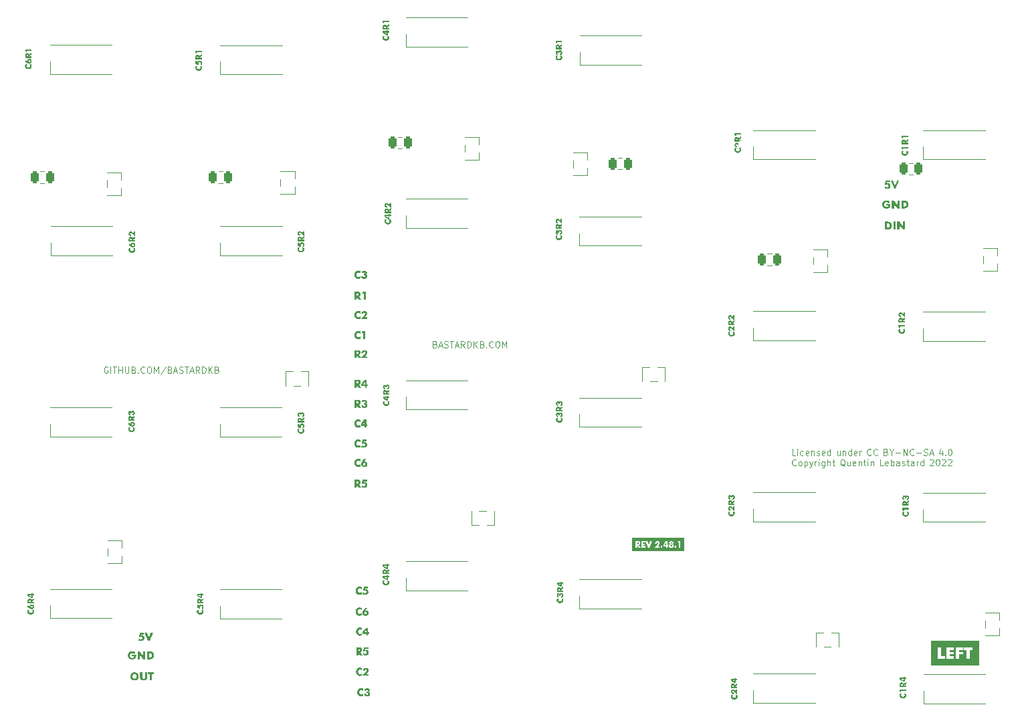
<source format=gbr>
%TF.GenerationSoftware,KiCad,Pcbnew,(6.99.0-4085-g6c752680d7)*%
%TF.CreationDate,2022-11-14T17:23:02+08:00*%
%TF.ProjectId,Left Flex PCB,4c656674-2046-46c6-9578-205043422e6b,rev?*%
%TF.SameCoordinates,Original*%
%TF.FileFunction,Legend,Top*%
%TF.FilePolarity,Positive*%
%FSLAX46Y46*%
G04 Gerber Fmt 4.6, Leading zero omitted, Abs format (unit mm)*
G04 Created by KiCad (PCBNEW (6.99.0-4085-g6c752680d7)) date 2022-11-14 17:23:02*
%MOMM*%
%LPD*%
G01*
G04 APERTURE LIST*
G04 Aperture macros list*
%AMRoundRect*
0 Rectangle with rounded corners*
0 $1 Rounding radius*
0 $2 $3 $4 $5 $6 $7 $8 $9 X,Y pos of 4 corners*
0 Add a 4 corners polygon primitive as box body*
4,1,4,$2,$3,$4,$5,$6,$7,$8,$9,$2,$3,0*
0 Add four circle primitives for the rounded corners*
1,1,$1+$1,$2,$3*
1,1,$1+$1,$4,$5*
1,1,$1+$1,$6,$7*
1,1,$1+$1,$8,$9*
0 Add four rect primitives between the rounded corners*
20,1,$1+$1,$2,$3,$4,$5,0*
20,1,$1+$1,$4,$5,$6,$7,0*
20,1,$1+$1,$6,$7,$8,$9,0*
20,1,$1+$1,$8,$9,$2,$3,0*%
G04 Aperture macros list end*
%ADD10C,0.200000*%
%ADD11C,0.160000*%
%ADD12C,0.120000*%
%ADD13C,0.300000*%
%ADD14C,1.900000*%
%ADD15C,1.750000*%
%ADD16O,1.600000X1.000000*%
%ADD17C,5.050000*%
%ADD18C,2.500000*%
%ADD19C,2.200000*%
%ADD20R,1.700000X1.000000*%
%ADD21R,1.800000X0.800000*%
%ADD22RoundRect,0.250000X-0.250000X-0.475000X0.250000X-0.475000X0.250000X0.475000X-0.250000X0.475000X0*%
%ADD23R,0.800000X1.800000*%
%ADD24R,1.700000X1.700000*%
%ADD25O,1.700000X1.700000*%
G04 APERTURE END LIST*
D10*
G36*
X155716489Y-60059003D02*
G01*
X155730862Y-60059070D01*
X155744955Y-60059183D01*
X155758768Y-60059340D01*
X155772302Y-60059541D01*
X155785557Y-60059788D01*
X155798532Y-60060079D01*
X155811227Y-60060416D01*
X155823643Y-60060797D01*
X155835779Y-60061223D01*
X155847636Y-60061694D01*
X155859213Y-60062209D01*
X155870511Y-60062770D01*
X155881529Y-60063375D01*
X155892267Y-60064025D01*
X155902727Y-60064721D01*
X155912906Y-60065460D01*
X155922806Y-60066245D01*
X155941767Y-60067949D01*
X155959610Y-60069832D01*
X155976335Y-60071895D01*
X155991942Y-60074137D01*
X156006431Y-60076559D01*
X156019801Y-60079159D01*
X156032053Y-60081940D01*
X156044078Y-60084772D01*
X156055913Y-60087836D01*
X156067556Y-60091130D01*
X156079009Y-60094656D01*
X156090271Y-60098412D01*
X156101342Y-60102399D01*
X156112222Y-60106617D01*
X156122911Y-60111066D01*
X156133410Y-60115745D01*
X156143718Y-60120656D01*
X156153835Y-60125797D01*
X156163761Y-60131170D01*
X156173496Y-60136773D01*
X156183041Y-60142607D01*
X156192395Y-60148672D01*
X156201558Y-60154968D01*
X156213341Y-60163299D01*
X156224757Y-60171928D01*
X156235804Y-60180854D01*
X156246483Y-60190078D01*
X156256794Y-60199600D01*
X156266736Y-60209419D01*
X156276310Y-60219536D01*
X156285516Y-60229951D01*
X156294354Y-60240663D01*
X156302823Y-60251673D01*
X156310924Y-60262981D01*
X156318657Y-60274586D01*
X156326021Y-60286489D01*
X156333018Y-60298690D01*
X156339645Y-60311188D01*
X156345905Y-60323984D01*
X156351850Y-60337128D01*
X156357411Y-60350485D01*
X156362589Y-60364055D01*
X156367383Y-60377840D01*
X156371794Y-60391838D01*
X156375821Y-60406050D01*
X156379465Y-60420475D01*
X156382725Y-60435115D01*
X156385601Y-60449968D01*
X156388094Y-60465035D01*
X156390204Y-60480315D01*
X156391930Y-60495809D01*
X156393272Y-60511517D01*
X156394231Y-60527439D01*
X156394806Y-60543574D01*
X156394998Y-60559923D01*
X156394806Y-60576242D01*
X156394231Y-60592350D01*
X156393272Y-60608246D01*
X156391930Y-60623930D01*
X156390204Y-60639402D01*
X156388094Y-60654662D01*
X156385601Y-60669711D01*
X156382725Y-60684548D01*
X156379465Y-60699173D01*
X156375821Y-60713586D01*
X156371794Y-60727787D01*
X156367383Y-60741777D01*
X156362589Y-60755555D01*
X156357411Y-60769121D01*
X156351850Y-60782475D01*
X156345905Y-60795617D01*
X156339645Y-60808271D01*
X156333018Y-60820648D01*
X156326021Y-60832749D01*
X156318657Y-60844573D01*
X156310924Y-60856120D01*
X156302823Y-60867390D01*
X156294354Y-60878384D01*
X156285516Y-60889101D01*
X156276310Y-60899542D01*
X156266736Y-60909705D01*
X156256794Y-60919592D01*
X156246483Y-60929203D01*
X156235804Y-60938536D01*
X156224757Y-60947594D01*
X156213341Y-60956374D01*
X156201558Y-60964878D01*
X156192096Y-60971136D01*
X156182518Y-60977151D01*
X156172824Y-60982921D01*
X156163013Y-60988447D01*
X156153086Y-60993729D01*
X156143042Y-60998766D01*
X156132882Y-61003559D01*
X156122606Y-61008109D01*
X156112213Y-61012413D01*
X156101704Y-61016474D01*
X156091079Y-61020290D01*
X156080337Y-61023862D01*
X156069479Y-61027190D01*
X156058504Y-61030274D01*
X156047413Y-61033113D01*
X156036205Y-61035708D01*
X156024517Y-61038577D01*
X156011983Y-61041261D01*
X155998604Y-61043759D01*
X155984380Y-61046073D01*
X155969310Y-61048202D01*
X155953395Y-61050145D01*
X155936635Y-61051903D01*
X155919030Y-61053477D01*
X155900579Y-61054865D01*
X155881283Y-61056068D01*
X155871318Y-61056600D01*
X155861141Y-61057086D01*
X155850754Y-61057525D01*
X155840155Y-61057919D01*
X155829344Y-61058266D01*
X155818322Y-61058567D01*
X155807089Y-61058821D01*
X155795645Y-61059029D01*
X155783989Y-61059191D01*
X155772122Y-61059307D01*
X155760044Y-61059376D01*
X155747754Y-61059400D01*
X155493498Y-61059400D01*
X155493498Y-60824926D01*
X155763386Y-60824926D01*
X155809304Y-60824926D01*
X155819293Y-60824863D01*
X155829110Y-60824674D01*
X155848230Y-60823919D01*
X155866663Y-60822659D01*
X155884408Y-60820896D01*
X155901467Y-60818629D01*
X155917839Y-60815859D01*
X155933524Y-60812584D01*
X155948522Y-60808806D01*
X155962833Y-60804524D01*
X155976457Y-60799739D01*
X155989395Y-60794449D01*
X156001645Y-60788656D01*
X156013208Y-60782359D01*
X156024085Y-60775559D01*
X156034274Y-60768254D01*
X156043777Y-60760446D01*
X156052709Y-60752279D01*
X156061065Y-60743532D01*
X156068844Y-60734205D01*
X156076047Y-60724298D01*
X156082674Y-60713811D01*
X156088725Y-60702744D01*
X156094200Y-60691097D01*
X156099098Y-60678869D01*
X156103420Y-60666062D01*
X156107165Y-60652674D01*
X156110335Y-60638706D01*
X156112928Y-60624159D01*
X156114945Y-60609031D01*
X156116386Y-60593323D01*
X156117250Y-60577035D01*
X156117538Y-60560167D01*
X156117249Y-60543380D01*
X156116382Y-60527152D01*
X156114936Y-60511484D01*
X156112913Y-60496374D01*
X156110311Y-60481823D01*
X156107131Y-60467832D01*
X156103373Y-60454399D01*
X156099037Y-60441526D01*
X156094122Y-60429212D01*
X156088630Y-60417457D01*
X156082559Y-60406261D01*
X156075910Y-60395624D01*
X156068683Y-60385546D01*
X156060878Y-60376027D01*
X156052494Y-60367067D01*
X156043533Y-60358667D01*
X156033974Y-60350770D01*
X156023737Y-60343383D01*
X156012824Y-60336505D01*
X156001233Y-60330136D01*
X155988964Y-60324277D01*
X155976018Y-60318928D01*
X155962395Y-60314088D01*
X155948095Y-60309757D01*
X155933117Y-60305936D01*
X155917461Y-60302624D01*
X155901128Y-60299822D01*
X155884118Y-60297530D01*
X155866431Y-60295747D01*
X155848066Y-60294473D01*
X155829023Y-60293709D01*
X155819248Y-60293518D01*
X155809304Y-60293454D01*
X155763386Y-60293454D01*
X155763386Y-60824926D01*
X155493498Y-60824926D01*
X155493498Y-60058981D01*
X155701837Y-60058981D01*
X155716489Y-60059003D01*
G37*
G36*
X156572074Y-61059400D02*
G01*
X156572074Y-60058981D01*
X156847580Y-60058981D01*
X156847580Y-61059400D01*
X156572074Y-61059400D01*
G37*
G36*
X157067399Y-61059400D02*
G01*
X157067399Y-60058981D01*
X157330448Y-60058981D01*
X157708536Y-60573356D01*
X157714197Y-60582063D01*
X157719309Y-60590447D01*
X157724778Y-60599857D01*
X157730605Y-60610292D01*
X157735524Y-60619378D01*
X157740673Y-60629121D01*
X157744684Y-60636859D01*
X157749938Y-60647148D01*
X157755165Y-60657496D01*
X157760367Y-60667904D01*
X157765544Y-60678373D01*
X157770694Y-60688902D01*
X157775819Y-60699490D01*
X157780918Y-60710139D01*
X157785992Y-60720848D01*
X157791039Y-60731617D01*
X157796061Y-60742447D01*
X157799394Y-60749700D01*
X157797550Y-60735370D01*
X157795865Y-60721873D01*
X157794339Y-60709209D01*
X157792972Y-60697378D01*
X157791763Y-60686380D01*
X157790713Y-60676215D01*
X157789561Y-60663957D01*
X157788691Y-60653180D01*
X157788000Y-60641791D01*
X157787915Y-60639790D01*
X157786942Y-60627639D01*
X157786098Y-60615854D01*
X157785385Y-60604436D01*
X157784801Y-60593384D01*
X157784347Y-60582699D01*
X157784022Y-60572379D01*
X157783828Y-60562426D01*
X157783763Y-60552840D01*
X157783763Y-60058981D01*
X158045591Y-60058981D01*
X158045591Y-61059400D01*
X157783763Y-61059400D01*
X157405675Y-60545513D01*
X157399557Y-60536125D01*
X157393718Y-60526153D01*
X157387776Y-60515574D01*
X157382319Y-60505625D01*
X157376236Y-60494355D01*
X157371263Y-60485036D01*
X157369527Y-60481765D01*
X157363276Y-60470534D01*
X157358477Y-60461634D01*
X157353584Y-60452327D01*
X157348597Y-60442612D01*
X157343515Y-60432489D01*
X157338339Y-60421958D01*
X157333068Y-60411020D01*
X157327703Y-60399673D01*
X157322243Y-60387919D01*
X157316689Y-60375756D01*
X157314817Y-60371612D01*
X157316092Y-60381586D01*
X157317355Y-60391633D01*
X157318605Y-60401753D01*
X157319843Y-60411946D01*
X157321067Y-60422212D01*
X157322278Y-60432551D01*
X157323477Y-60442963D01*
X157324663Y-60453448D01*
X157325835Y-60464006D01*
X157326995Y-60474637D01*
X157327761Y-60481765D01*
X157328242Y-60493355D01*
X157328674Y-60504219D01*
X157329060Y-60514358D01*
X157329501Y-60526748D01*
X157329858Y-60537847D01*
X157330131Y-60547657D01*
X157330354Y-60558105D01*
X157330448Y-60567983D01*
X157330448Y-61059400D01*
X157067399Y-61059400D01*
G37*
D11*
G36*
X81209614Y-63344061D02*
G01*
X81453661Y-63344061D01*
X81447396Y-63349925D01*
X81441348Y-63355745D01*
X81435519Y-63361520D01*
X81429909Y-63367251D01*
X81424516Y-63372938D01*
X81416837Y-63381386D01*
X81409649Y-63389734D01*
X81402952Y-63397982D01*
X81396746Y-63406131D01*
X81391031Y-63414180D01*
X81385807Y-63422130D01*
X81381075Y-63429980D01*
X81379607Y-63432574D01*
X81375626Y-63441323D01*
X81372037Y-63450130D01*
X81368839Y-63458995D01*
X81366033Y-63467919D01*
X81363618Y-63476901D01*
X81361595Y-63485942D01*
X81359964Y-63495041D01*
X81358724Y-63504198D01*
X81357876Y-63513414D01*
X81357419Y-63522688D01*
X81357332Y-63528904D01*
X81357579Y-63540444D01*
X81358321Y-63551716D01*
X81359557Y-63562719D01*
X81361289Y-63573453D01*
X81363514Y-63583919D01*
X81366234Y-63594116D01*
X81369449Y-63604045D01*
X81373159Y-63613705D01*
X81377363Y-63623096D01*
X81382061Y-63632218D01*
X81387255Y-63641072D01*
X81392942Y-63649657D01*
X81399125Y-63657974D01*
X81405802Y-63666022D01*
X81412973Y-63673801D01*
X81420640Y-63681311D01*
X81427770Y-63687475D01*
X81434996Y-63693268D01*
X81442318Y-63698688D01*
X81449735Y-63703736D01*
X81457247Y-63708412D01*
X81464855Y-63712715D01*
X81467925Y-63714333D01*
X81475781Y-63718088D01*
X81483961Y-63721538D01*
X81492466Y-63724683D01*
X81501295Y-63727522D01*
X81510448Y-63730056D01*
X81519926Y-63732285D01*
X81523808Y-63733091D01*
X81531587Y-63734556D01*
X81539390Y-63735826D01*
X81547218Y-63736901D01*
X81555071Y-63737780D01*
X81562948Y-63738464D01*
X81570849Y-63738952D01*
X81578775Y-63739246D01*
X81586725Y-63739343D01*
X81598519Y-63739113D01*
X81610062Y-63738421D01*
X81621355Y-63737269D01*
X81632398Y-63735655D01*
X81643191Y-63733581D01*
X81653733Y-63731045D01*
X81664025Y-63728049D01*
X81674066Y-63724591D01*
X81683857Y-63720672D01*
X81693398Y-63716293D01*
X81702688Y-63711452D01*
X81711728Y-63706151D01*
X81720518Y-63700388D01*
X81729057Y-63694164D01*
X81737346Y-63687480D01*
X81745385Y-63680334D01*
X81752909Y-63672759D01*
X81759948Y-63664932D01*
X81766501Y-63656852D01*
X81772569Y-63648522D01*
X81778152Y-63639939D01*
X81783249Y-63631104D01*
X81787860Y-63622017D01*
X81791986Y-63612679D01*
X81795627Y-63603089D01*
X81798782Y-63593246D01*
X81801452Y-63583152D01*
X81803637Y-63572806D01*
X81805336Y-63562208D01*
X81806549Y-63551359D01*
X81807278Y-63540257D01*
X81807520Y-63528904D01*
X81807314Y-63519690D01*
X81806696Y-63510514D01*
X81805666Y-63501376D01*
X81804223Y-63492276D01*
X81802368Y-63483214D01*
X81800101Y-63474189D01*
X81797422Y-63465203D01*
X81794331Y-63456254D01*
X81790828Y-63447342D01*
X81786912Y-63438469D01*
X81784073Y-63432574D01*
X81779810Y-63424757D01*
X81775008Y-63416841D01*
X81769666Y-63408825D01*
X81763785Y-63400710D01*
X81757366Y-63392495D01*
X81750406Y-63384180D01*
X81742908Y-63375765D01*
X81734870Y-63367251D01*
X81729212Y-63361520D01*
X81723314Y-63355745D01*
X81717177Y-63349925D01*
X81710800Y-63344061D01*
X81955238Y-63344061D01*
X81957772Y-63351586D01*
X81961367Y-63362607D01*
X81964715Y-63373309D01*
X81967815Y-63383691D01*
X81970668Y-63393754D01*
X81973274Y-63403498D01*
X81975633Y-63412922D01*
X81977744Y-63422027D01*
X81979608Y-63430812D01*
X81981224Y-63439278D01*
X81982594Y-63447424D01*
X81987063Y-63457369D01*
X81991093Y-63467272D01*
X81994684Y-63477134D01*
X81997834Y-63486955D01*
X82000545Y-63496735D01*
X82002817Y-63506473D01*
X82004649Y-63516170D01*
X82006041Y-63525826D01*
X82006993Y-63535441D01*
X82007506Y-63545014D01*
X82007604Y-63551374D01*
X82007541Y-63559404D01*
X82007351Y-63567375D01*
X82007034Y-63575286D01*
X82006590Y-63583138D01*
X82005688Y-63594804D01*
X82004500Y-63606335D01*
X82003027Y-63617733D01*
X82001269Y-63628997D01*
X81999226Y-63640127D01*
X81996898Y-63651123D01*
X81994285Y-63661986D01*
X81991386Y-63672714D01*
X81988198Y-63683270D01*
X81984714Y-63693617D01*
X81980935Y-63703755D01*
X81976860Y-63713682D01*
X81972490Y-63723401D01*
X81967824Y-63732910D01*
X81962864Y-63742209D01*
X81957607Y-63751299D01*
X81952056Y-63760179D01*
X81946209Y-63768850D01*
X81942147Y-63774514D01*
X81934293Y-63785558D01*
X81926216Y-63796267D01*
X81917916Y-63806642D01*
X81909394Y-63816683D01*
X81900648Y-63826389D01*
X81891680Y-63835761D01*
X81882489Y-63844799D01*
X81873075Y-63853502D01*
X81863438Y-63861871D01*
X81853578Y-63869906D01*
X81843496Y-63877607D01*
X81833190Y-63884973D01*
X81822662Y-63892005D01*
X81811910Y-63898703D01*
X81800936Y-63905066D01*
X81789739Y-63911095D01*
X81777912Y-63916797D01*
X81765926Y-63922132D01*
X81753781Y-63927098D01*
X81741477Y-63931697D01*
X81729014Y-63935927D01*
X81716393Y-63939790D01*
X81703613Y-63943285D01*
X81690674Y-63946412D01*
X81677577Y-63949171D01*
X81664321Y-63951563D01*
X81650906Y-63953586D01*
X81637332Y-63955242D01*
X81623599Y-63956529D01*
X81609708Y-63957449D01*
X81595658Y-63958001D01*
X81581449Y-63958185D01*
X81570052Y-63958065D01*
X81558771Y-63957705D01*
X81547606Y-63957106D01*
X81536557Y-63956267D01*
X81525624Y-63955189D01*
X81514807Y-63953871D01*
X81504106Y-63952313D01*
X81493522Y-63950516D01*
X81483053Y-63948478D01*
X81472700Y-63946202D01*
X81462463Y-63943685D01*
X81452342Y-63940929D01*
X81442337Y-63937933D01*
X81432449Y-63934698D01*
X81422676Y-63931223D01*
X81413019Y-63927508D01*
X81403805Y-63923976D01*
X81394725Y-63920217D01*
X81385780Y-63916233D01*
X81376969Y-63912023D01*
X81368292Y-63907587D01*
X81359750Y-63902925D01*
X81351342Y-63898037D01*
X81343068Y-63892923D01*
X81334822Y-63887455D01*
X81326496Y-63881602D01*
X81320200Y-63876961D01*
X81313859Y-63872102D01*
X81307473Y-63867027D01*
X81301043Y-63861736D01*
X81294568Y-63856229D01*
X81288049Y-63850505D01*
X81281484Y-63844565D01*
X81274875Y-63838408D01*
X81267547Y-63831172D01*
X81260459Y-63823827D01*
X81253613Y-63816371D01*
X81247007Y-63808806D01*
X81240643Y-63801131D01*
X81234520Y-63793345D01*
X81228639Y-63785450D01*
X81222998Y-63777445D01*
X81217599Y-63769330D01*
X81212441Y-63761105D01*
X81207524Y-63752770D01*
X81202848Y-63744326D01*
X81198414Y-63735771D01*
X81194220Y-63727107D01*
X81190268Y-63718332D01*
X81186557Y-63709448D01*
X81183008Y-63700496D01*
X81179688Y-63691420D01*
X81176597Y-63682220D01*
X81173734Y-63672897D01*
X81171101Y-63663450D01*
X81168697Y-63653880D01*
X81166522Y-63644185D01*
X81164575Y-63634368D01*
X81162858Y-63624426D01*
X81161370Y-63614361D01*
X81160110Y-63604172D01*
X81159080Y-63593860D01*
X81158278Y-63583424D01*
X81157706Y-63572864D01*
X81157363Y-63562181D01*
X81157248Y-63551374D01*
X81157468Y-63541994D01*
X81158127Y-63532538D01*
X81159226Y-63523007D01*
X81160765Y-63513400D01*
X81162744Y-63503718D01*
X81165162Y-63493960D01*
X81168019Y-63484127D01*
X81171316Y-63474218D01*
X81175053Y-63464233D01*
X81179230Y-63454173D01*
X81182259Y-63447424D01*
X81184225Y-63437418D01*
X81186316Y-63427478D01*
X81188530Y-63417603D01*
X81190868Y-63407793D01*
X81193330Y-63398048D01*
X81195915Y-63388369D01*
X81198624Y-63378754D01*
X81201456Y-63369205D01*
X81204412Y-63359722D01*
X81207492Y-63350303D01*
X81209614Y-63344061D01*
G37*
G36*
X81182259Y-62708638D02*
G01*
X81344827Y-62708638D01*
X81344827Y-63012281D01*
X81447604Y-63028108D01*
X81446255Y-63019218D01*
X81445039Y-63011109D01*
X81443709Y-63002072D01*
X81442589Y-62994256D01*
X81441522Y-62986489D01*
X81440570Y-62978869D01*
X81439654Y-62970705D01*
X81438681Y-62961307D01*
X81437898Y-62952806D01*
X81437211Y-62943789D01*
X81436757Y-62934902D01*
X81436662Y-62929629D01*
X81436952Y-62914658D01*
X81437822Y-62900079D01*
X81439272Y-62885892D01*
X81441303Y-62872098D01*
X81443913Y-62858696D01*
X81447103Y-62845686D01*
X81450874Y-62833069D01*
X81455224Y-62820844D01*
X81460155Y-62809011D01*
X81465666Y-62797570D01*
X81471757Y-62786522D01*
X81478427Y-62775866D01*
X81485678Y-62765603D01*
X81493509Y-62755731D01*
X81501921Y-62746253D01*
X81510912Y-62737166D01*
X81520359Y-62728624D01*
X81530237Y-62720634D01*
X81540546Y-62713194D01*
X81551285Y-62706306D01*
X81562455Y-62699969D01*
X81574055Y-62694182D01*
X81586085Y-62688947D01*
X81598546Y-62684263D01*
X81611437Y-62680130D01*
X81624759Y-62676548D01*
X81638512Y-62673517D01*
X81652695Y-62671037D01*
X81667308Y-62669108D01*
X81682352Y-62667731D01*
X81697826Y-62666904D01*
X81705725Y-62666698D01*
X81713731Y-62666629D01*
X81722128Y-62666714D01*
X81730417Y-62666968D01*
X81738597Y-62667393D01*
X81746670Y-62667987D01*
X81754635Y-62668751D01*
X81762492Y-62669685D01*
X81770241Y-62670789D01*
X81785414Y-62673507D01*
X81800156Y-62676903D01*
X81814465Y-62680979D01*
X81828343Y-62685734D01*
X81841788Y-62691168D01*
X81854802Y-62697282D01*
X81867384Y-62704075D01*
X81879533Y-62711547D01*
X81891251Y-62719699D01*
X81902536Y-62728530D01*
X81913390Y-62738040D01*
X81923811Y-62748230D01*
X81928860Y-62753579D01*
X81938395Y-62764962D01*
X81947316Y-62776837D01*
X81955621Y-62789203D01*
X81963311Y-62802061D01*
X81970385Y-62815411D01*
X81976845Y-62829252D01*
X81982689Y-62843584D01*
X81985380Y-62850935D01*
X81987918Y-62858408D01*
X81990302Y-62866004D01*
X81992532Y-62873724D01*
X81994608Y-62881566D01*
X81996531Y-62889531D01*
X81998299Y-62897619D01*
X81999914Y-62905829D01*
X82001375Y-62914163D01*
X82002682Y-62922620D01*
X82003836Y-62931199D01*
X82004836Y-62939901D01*
X82005682Y-62948726D01*
X82006374Y-62957675D01*
X82006912Y-62966745D01*
X82007296Y-62975939D01*
X82007527Y-62985256D01*
X82007604Y-62994696D01*
X82007506Y-63003924D01*
X82007213Y-63013047D01*
X82006725Y-63022065D01*
X82006041Y-63030978D01*
X82005162Y-63039785D01*
X82004087Y-63048487D01*
X82002817Y-63057084D01*
X82001351Y-63065575D01*
X81999690Y-63073961D01*
X81997834Y-63082241D01*
X81995783Y-63090417D01*
X81993536Y-63098487D01*
X81991093Y-63106451D01*
X81988455Y-63114311D01*
X81985622Y-63122064D01*
X81982594Y-63129713D01*
X81980947Y-63137451D01*
X81979183Y-63145082D01*
X81976317Y-63156328D01*
X81973186Y-63167334D01*
X81969791Y-63178099D01*
X81966132Y-63188624D01*
X81962207Y-63198909D01*
X81958019Y-63208953D01*
X81953566Y-63218757D01*
X81948848Y-63228320D01*
X81943866Y-63237643D01*
X81942147Y-63240697D01*
X81746557Y-63226433D01*
X81748316Y-63209434D01*
X81756307Y-63204127D01*
X81764012Y-63198390D01*
X81771433Y-63192225D01*
X81778568Y-63185629D01*
X81785419Y-63178605D01*
X81791984Y-63171151D01*
X81798264Y-63163268D01*
X81804260Y-63154956D01*
X81809970Y-63146214D01*
X81815395Y-63137043D01*
X81818853Y-63130690D01*
X81823532Y-63121490D01*
X81827751Y-63112136D01*
X81831510Y-63102627D01*
X81834808Y-63092964D01*
X81837646Y-63083146D01*
X81840024Y-63073173D01*
X81841942Y-63063046D01*
X81843400Y-63052764D01*
X81844397Y-63042328D01*
X81844934Y-63031737D01*
X81845036Y-63024591D01*
X81844890Y-63015225D01*
X81844453Y-63006129D01*
X81843724Y-62997304D01*
X81842703Y-62988748D01*
X81841391Y-62980463D01*
X81839788Y-62972448D01*
X81837893Y-62964703D01*
X81834503Y-62953593D01*
X81830458Y-62943090D01*
X81825756Y-62933195D01*
X81820399Y-62923909D01*
X81814385Y-62915230D01*
X81807716Y-62907159D01*
X81800759Y-62899721D01*
X81793226Y-62893015D01*
X81785116Y-62887040D01*
X81776428Y-62881797D01*
X81767164Y-62877286D01*
X81757322Y-62873506D01*
X81746904Y-62870458D01*
X81735908Y-62868141D01*
X81724336Y-62866556D01*
X81716300Y-62865906D01*
X81708008Y-62865581D01*
X81703766Y-62865540D01*
X81695728Y-62865715D01*
X81687881Y-62866239D01*
X81676468Y-62867681D01*
X81665485Y-62869910D01*
X81654930Y-62872925D01*
X81644806Y-62876726D01*
X81635110Y-62881314D01*
X81625844Y-62886689D01*
X81617007Y-62892850D01*
X81608600Y-62899798D01*
X81600622Y-62907532D01*
X81598058Y-62910285D01*
X81590690Y-62919047D01*
X81584046Y-62928258D01*
X81578128Y-62937919D01*
X81572934Y-62948030D01*
X81568465Y-62958591D01*
X81564721Y-62969602D01*
X81562627Y-62977193D01*
X81560856Y-62984983D01*
X81559406Y-62992974D01*
X81558279Y-63001164D01*
X81557474Y-63009555D01*
X81556990Y-63018145D01*
X81556829Y-63026936D01*
X81556972Y-63035871D01*
X81557400Y-63044652D01*
X81558112Y-63053278D01*
X81559110Y-63061749D01*
X81560393Y-63070066D01*
X81561961Y-63078229D01*
X81563814Y-63086237D01*
X81565952Y-63094090D01*
X81568375Y-63101789D01*
X81571083Y-63109333D01*
X81573047Y-63114277D01*
X81577120Y-63123057D01*
X81581815Y-63131814D01*
X81587134Y-63140545D01*
X81591531Y-63147078D01*
X81596279Y-63153597D01*
X81601377Y-63160102D01*
X81606826Y-63166594D01*
X81612625Y-63173072D01*
X81618774Y-63179536D01*
X81623068Y-63183837D01*
X81606850Y-63210606D01*
X81182259Y-63144368D01*
X81182259Y-62708638D01*
G37*
G36*
X81982594Y-62133788D02*
G01*
X81669181Y-62317654D01*
X81982594Y-62317654D01*
X81982594Y-62522037D01*
X81182259Y-62522037D01*
X81182259Y-62317654D01*
X81344827Y-62317654D01*
X81560346Y-62317654D01*
X81560346Y-62277208D01*
X81560253Y-62268400D01*
X81559971Y-62259903D01*
X81559502Y-62251718D01*
X81558844Y-62243844D01*
X81557507Y-62232617D01*
X81555746Y-62222091D01*
X81553564Y-62212266D01*
X81550958Y-62203141D01*
X81547931Y-62194717D01*
X81544481Y-62186994D01*
X81540608Y-62179971D01*
X81536313Y-62173649D01*
X81529199Y-62166093D01*
X81521341Y-62159544D01*
X81512737Y-62154003D01*
X81503389Y-62149469D01*
X81495889Y-62146730D01*
X81487970Y-62144557D01*
X81479631Y-62142952D01*
X81470874Y-62141913D01*
X81461698Y-62141440D01*
X81458546Y-62141409D01*
X81447287Y-62141673D01*
X81436663Y-62142467D01*
X81426674Y-62143789D01*
X81417321Y-62145640D01*
X81408603Y-62148021D01*
X81400521Y-62150930D01*
X81393074Y-62154368D01*
X81386262Y-62158335D01*
X81378169Y-62164447D01*
X81371205Y-62171500D01*
X81365022Y-62179810D01*
X81360927Y-62186884D01*
X81357294Y-62194680D01*
X81354126Y-62203197D01*
X81351421Y-62212435D01*
X81349180Y-62222394D01*
X81347403Y-62233075D01*
X81346089Y-62244477D01*
X81345471Y-62252479D01*
X81345058Y-62260801D01*
X81344852Y-62269444D01*
X81344827Y-62273886D01*
X81344827Y-62317654D01*
X81182259Y-62317654D01*
X81182259Y-62294012D01*
X81182269Y-62285813D01*
X81182301Y-62277776D01*
X81182355Y-62269900D01*
X81182475Y-62258391D01*
X81182643Y-62247245D01*
X81182860Y-62236464D01*
X81183124Y-62226047D01*
X81183437Y-62215993D01*
X81183797Y-62206304D01*
X81184206Y-62196979D01*
X81184663Y-62188018D01*
X81184994Y-62182246D01*
X81185505Y-62173816D01*
X81186084Y-62165671D01*
X81186732Y-62157810D01*
X81187703Y-62147773D01*
X81188796Y-62138243D01*
X81190011Y-62129220D01*
X81191348Y-62120704D01*
X81192808Y-62112694D01*
X81193982Y-62107019D01*
X81196406Y-62097588D01*
X81199136Y-62088346D01*
X81202172Y-62079293D01*
X81205514Y-62070429D01*
X81209161Y-62061753D01*
X81213113Y-62053267D01*
X81217372Y-62044969D01*
X81221936Y-62036861D01*
X81226806Y-62028941D01*
X81231981Y-62021210D01*
X81235601Y-62016161D01*
X81241919Y-62008142D01*
X81248564Y-62000497D01*
X81255534Y-61993226D01*
X81262831Y-61986330D01*
X81270454Y-61979808D01*
X81278404Y-61973661D01*
X81286680Y-61967887D01*
X81295282Y-61962489D01*
X81304210Y-61957464D01*
X81313465Y-61952814D01*
X81319816Y-61949922D01*
X81329164Y-61945732D01*
X81338741Y-61941954D01*
X81348549Y-61938588D01*
X81358587Y-61935634D01*
X81368855Y-61933093D01*
X81379353Y-61930963D01*
X81390081Y-61929246D01*
X81401039Y-61927941D01*
X81412227Y-61927048D01*
X81423646Y-61926567D01*
X81431386Y-61926475D01*
X81442808Y-61926654D01*
X81453970Y-61927193D01*
X81464870Y-61928089D01*
X81475509Y-61929345D01*
X81485887Y-61930959D01*
X81496004Y-61932932D01*
X81505860Y-61935264D01*
X81515455Y-61937955D01*
X81524789Y-61941004D01*
X81533861Y-61944412D01*
X81542673Y-61948178D01*
X81551224Y-61952304D01*
X81559514Y-61956788D01*
X81567542Y-61961631D01*
X81575310Y-61966832D01*
X81582817Y-61972393D01*
X81590033Y-61978179D01*
X81596931Y-61984303D01*
X81603510Y-61990764D01*
X81609769Y-61997562D01*
X81615709Y-62004698D01*
X81621331Y-62012171D01*
X81626633Y-62019981D01*
X81631617Y-62028129D01*
X81636281Y-62036614D01*
X81640626Y-62045437D01*
X81644652Y-62054597D01*
X81648359Y-62064094D01*
X81651747Y-62073928D01*
X81654817Y-62084100D01*
X81657567Y-62094610D01*
X81659998Y-62105456D01*
X81982594Y-61887201D01*
X81982594Y-62133788D01*
G37*
G36*
X81982594Y-61257250D02*
G01*
X81982594Y-61868638D01*
X81564645Y-61509308D01*
X81556997Y-61502943D01*
X81549585Y-61496962D01*
X81542411Y-61491366D01*
X81535473Y-61486154D01*
X81528773Y-61481327D01*
X81522309Y-61476885D01*
X81514060Y-61471561D01*
X81506232Y-61466920D01*
X81498826Y-61462963D01*
X81495280Y-61461241D01*
X81487330Y-61457532D01*
X81479600Y-61454317D01*
X81472089Y-61451597D01*
X81463010Y-61448892D01*
X81454275Y-61446960D01*
X81445883Y-61445801D01*
X81437834Y-61445414D01*
X81427707Y-61445817D01*
X81418038Y-61447026D01*
X81408827Y-61449041D01*
X81400074Y-61451862D01*
X81391779Y-61455489D01*
X81383942Y-61459922D01*
X81376563Y-61465161D01*
X81369642Y-61471206D01*
X81363826Y-61478503D01*
X81358785Y-61486227D01*
X81354520Y-61494379D01*
X81351030Y-61502958D01*
X81348316Y-61511964D01*
X81346378Y-61521398D01*
X81345214Y-61531260D01*
X81344827Y-61541548D01*
X81345105Y-61550969D01*
X81345939Y-61559960D01*
X81347330Y-61568523D01*
X81349278Y-61576655D01*
X81351782Y-61584359D01*
X81354842Y-61591633D01*
X81359788Y-61600664D01*
X81365723Y-61608931D01*
X81372647Y-61616436D01*
X81376480Y-61619901D01*
X81382764Y-61624965D01*
X81389525Y-61629530D01*
X81396764Y-61633597D01*
X81404480Y-61637166D01*
X81412673Y-61640238D01*
X81421344Y-61642811D01*
X81430492Y-61644886D01*
X81440118Y-61646463D01*
X81450221Y-61647542D01*
X81460801Y-61648123D01*
X81468120Y-61648234D01*
X81477695Y-61648234D01*
X81477695Y-61840697D01*
X81472224Y-61840697D01*
X81463913Y-61840619D01*
X81455711Y-61840385D01*
X81447619Y-61839995D01*
X81439636Y-61839448D01*
X81431761Y-61838746D01*
X81416341Y-61836873D01*
X81401356Y-61834376D01*
X81386808Y-61831254D01*
X81372697Y-61827508D01*
X81359023Y-61823137D01*
X81345785Y-61818143D01*
X81332983Y-61812523D01*
X81320619Y-61806280D01*
X81308690Y-61799412D01*
X81297199Y-61791920D01*
X81286144Y-61783804D01*
X81275525Y-61775063D01*
X81265343Y-61765697D01*
X81260416Y-61760781D01*
X81250952Y-61750774D01*
X81242098Y-61740295D01*
X81233855Y-61729342D01*
X81226222Y-61717916D01*
X81219200Y-61706017D01*
X81212789Y-61693645D01*
X81206988Y-61680799D01*
X81201798Y-61667480D01*
X81197218Y-61653688D01*
X81193249Y-61639423D01*
X81189891Y-61624684D01*
X81187143Y-61609472D01*
X81185999Y-61601689D01*
X81185006Y-61593787D01*
X81184167Y-61585767D01*
X81183480Y-61577629D01*
X81182945Y-61569373D01*
X81182564Y-61560998D01*
X81182335Y-61552505D01*
X81182259Y-61543893D01*
X81182325Y-61535533D01*
X81182523Y-61527281D01*
X81182854Y-61519137D01*
X81183318Y-61511100D01*
X81183914Y-61503172D01*
X81184642Y-61495352D01*
X81186496Y-61480036D01*
X81188880Y-61465152D01*
X81191793Y-61450699D01*
X81195236Y-61436679D01*
X81199209Y-61423091D01*
X81203711Y-61409934D01*
X81208744Y-61397210D01*
X81214305Y-61384918D01*
X81220397Y-61373057D01*
X81227018Y-61361629D01*
X81234169Y-61350633D01*
X81241850Y-61340069D01*
X81250060Y-61329936D01*
X81258666Y-61320212D01*
X81267631Y-61311114D01*
X81276954Y-61302645D01*
X81286636Y-61294802D01*
X81296676Y-61287587D01*
X81307076Y-61280999D01*
X81317834Y-61275039D01*
X81328951Y-61269706D01*
X81340426Y-61265001D01*
X81352261Y-61260923D01*
X81364454Y-61257472D01*
X81377006Y-61254649D01*
X81389916Y-61252453D01*
X81403185Y-61250884D01*
X81416813Y-61249943D01*
X81430800Y-61249629D01*
X81440908Y-61249856D01*
X81451010Y-61250536D01*
X81461104Y-61251670D01*
X81471192Y-61253256D01*
X81481272Y-61255297D01*
X81491346Y-61257790D01*
X81501413Y-61260737D01*
X81511473Y-61264137D01*
X81521527Y-61267991D01*
X81531573Y-61272298D01*
X81538267Y-61275421D01*
X81548231Y-61280496D01*
X81558339Y-61286119D01*
X81565158Y-61290174D01*
X81572041Y-61294472D01*
X81578988Y-61299015D01*
X81586000Y-61303802D01*
X81593075Y-61308834D01*
X81600215Y-61314109D01*
X81607418Y-61319629D01*
X81614686Y-61325393D01*
X81622018Y-61331402D01*
X81629414Y-61337654D01*
X81636874Y-61344151D01*
X81644398Y-61350892D01*
X81651986Y-61357878D01*
X81807520Y-61502274D01*
X81807520Y-61257250D01*
X81982594Y-61257250D01*
G37*
D10*
G36*
X89119661Y-85145674D02*
G01*
X89119661Y-85450733D01*
X89112330Y-85442901D01*
X89105056Y-85435342D01*
X89097836Y-85428056D01*
X89090672Y-85421042D01*
X89083563Y-85414302D01*
X89073004Y-85404703D01*
X89062569Y-85395717D01*
X89052258Y-85387346D01*
X89042073Y-85379589D01*
X89032011Y-85372445D01*
X89022074Y-85365916D01*
X89012262Y-85360000D01*
X89009019Y-85358165D01*
X88998083Y-85353189D01*
X88987074Y-85348703D01*
X88975992Y-85344705D01*
X88964837Y-85341198D01*
X88953610Y-85338180D01*
X88942309Y-85335651D01*
X88930935Y-85333612D01*
X88919488Y-85332062D01*
X88907969Y-85331001D01*
X88896376Y-85330430D01*
X88888607Y-85330321D01*
X88874181Y-85330631D01*
X88860092Y-85331558D01*
X88846338Y-85333103D01*
X88832920Y-85335267D01*
X88819837Y-85338049D01*
X88807091Y-85341450D01*
X88794680Y-85345468D01*
X88782606Y-85350105D01*
X88770867Y-85355360D01*
X88759463Y-85361233D01*
X88748396Y-85367725D01*
X88737665Y-85374835D01*
X88727269Y-85382563D01*
X88717209Y-85390909D01*
X88707486Y-85399873D01*
X88698097Y-85409456D01*
X88690392Y-85418370D01*
X88683152Y-85427402D01*
X88676377Y-85436554D01*
X88670067Y-85445825D01*
X88664222Y-85455216D01*
X88658842Y-85464726D01*
X88656820Y-85468563D01*
X88652126Y-85478383D01*
X88647814Y-85488608D01*
X88643883Y-85499239D01*
X88640334Y-85510275D01*
X88637167Y-85521717D01*
X88634381Y-85533564D01*
X88633373Y-85538416D01*
X88631541Y-85548140D01*
X88629954Y-85557895D01*
X88628610Y-85567680D01*
X88627511Y-85577495D01*
X88626656Y-85587341D01*
X88626046Y-85597218D01*
X88625679Y-85607125D01*
X88625557Y-85617062D01*
X88625845Y-85631805D01*
X88626710Y-85646234D01*
X88628151Y-85660351D01*
X88630167Y-85674154D01*
X88632761Y-85687645D01*
X88635930Y-85700823D01*
X88639676Y-85713687D01*
X88643998Y-85726239D01*
X88648896Y-85738478D01*
X88654370Y-85750404D01*
X88660421Y-85762017D01*
X88667048Y-85773317D01*
X88674251Y-85784304D01*
X88682031Y-85794978D01*
X88690387Y-85805339D01*
X88699319Y-85815388D01*
X88708788Y-85824793D01*
X88718572Y-85833591D01*
X88728671Y-85841783D01*
X88739084Y-85849368D01*
X88749813Y-85856346D01*
X88760856Y-85862717D01*
X88772215Y-85868482D01*
X88783888Y-85873640D01*
X88795876Y-85878191D01*
X88808178Y-85882135D01*
X88820796Y-85885472D01*
X88833729Y-85888203D01*
X88846976Y-85890326D01*
X88860538Y-85891843D01*
X88874415Y-85892754D01*
X88888607Y-85893057D01*
X88900124Y-85892799D01*
X88911593Y-85892027D01*
X88923016Y-85890739D01*
X88934391Y-85888935D01*
X88945719Y-85886617D01*
X88957000Y-85883783D01*
X88968233Y-85880435D01*
X88979419Y-85876571D01*
X88990558Y-85872191D01*
X89001650Y-85867297D01*
X89009019Y-85863748D01*
X89018790Y-85858419D01*
X89028685Y-85852416D01*
X89038705Y-85845739D01*
X89048849Y-85838388D01*
X89059118Y-85830364D01*
X89069512Y-85821665D01*
X89080030Y-85812291D01*
X89090672Y-85802244D01*
X89097836Y-85795172D01*
X89105056Y-85787800D01*
X89112330Y-85780128D01*
X89119661Y-85772157D01*
X89119661Y-86077705D01*
X89110254Y-86080872D01*
X89096478Y-86085366D01*
X89083101Y-86089550D01*
X89070123Y-86093426D01*
X89057544Y-86096992D01*
X89045364Y-86100249D01*
X89033584Y-86103197D01*
X89022203Y-86105836D01*
X89011222Y-86108166D01*
X89000639Y-86110187D01*
X88990456Y-86111899D01*
X88978026Y-86117486D01*
X88965646Y-86122523D01*
X88953319Y-86127011D01*
X88941043Y-86130949D01*
X88928818Y-86134338D01*
X88916645Y-86137178D01*
X88904524Y-86139467D01*
X88892454Y-86141208D01*
X88880435Y-86142398D01*
X88868468Y-86143039D01*
X88860519Y-86143162D01*
X88850481Y-86143082D01*
X88840518Y-86142845D01*
X88830629Y-86142449D01*
X88820814Y-86141895D01*
X88806232Y-86140766D01*
X88791817Y-86139281D01*
X88777570Y-86137440D01*
X88763490Y-86135243D01*
X88749577Y-86132689D01*
X88735832Y-86129779D01*
X88722254Y-86126512D01*
X88708844Y-86122889D01*
X88695649Y-86118904D01*
X88682715Y-86114549D01*
X88670043Y-86109825D01*
X88657633Y-86104731D01*
X88645485Y-86099269D01*
X88633599Y-86093437D01*
X88621975Y-86087236D01*
X88610613Y-86080666D01*
X88599512Y-86073726D01*
X88588674Y-86066418D01*
X88581594Y-86061340D01*
X88567789Y-86051523D01*
X88554403Y-86041427D01*
X88541434Y-86031052D01*
X88528883Y-86020399D01*
X88516750Y-86009467D01*
X88505035Y-85998257D01*
X88493738Y-85986768D01*
X88482858Y-85975000D01*
X88472397Y-85962954D01*
X88462354Y-85950630D01*
X88452728Y-85938026D01*
X88443520Y-85925144D01*
X88434730Y-85911984D01*
X88426358Y-85898545D01*
X88418404Y-85884827D01*
X88410868Y-85870831D01*
X88403740Y-85856046D01*
X88397072Y-85841064D01*
X88390864Y-85825882D01*
X88385116Y-85810503D01*
X88379827Y-85794925D01*
X88374999Y-85779148D01*
X88370630Y-85763173D01*
X88366721Y-85747000D01*
X88363272Y-85730628D01*
X88360283Y-85714057D01*
X88357754Y-85697289D01*
X88355684Y-85680321D01*
X88354075Y-85663156D01*
X88352925Y-85645792D01*
X88352235Y-85628229D01*
X88352005Y-85610468D01*
X88352155Y-85596222D01*
X88352605Y-85582120D01*
X88353353Y-85568164D01*
X88354402Y-85554353D01*
X88355750Y-85540687D01*
X88357398Y-85527166D01*
X88359345Y-85513790D01*
X88361592Y-85500559D01*
X88364138Y-85487473D01*
X88366984Y-85474532D01*
X88370130Y-85461735D01*
X88373575Y-85449084D01*
X88377320Y-85436578D01*
X88381364Y-85424217D01*
X88385708Y-85412002D01*
X88390351Y-85399931D01*
X88394767Y-85388413D01*
X88399465Y-85377063D01*
X88404445Y-85365882D01*
X88409708Y-85354868D01*
X88415253Y-85344022D01*
X88421080Y-85333344D01*
X88427190Y-85322834D01*
X88433582Y-85312492D01*
X88440417Y-85302184D01*
X88447733Y-85291777D01*
X88453536Y-85283906D01*
X88459609Y-85275980D01*
X88465952Y-85267998D01*
X88472566Y-85259960D01*
X88479450Y-85251867D01*
X88486605Y-85243717D01*
X88494030Y-85235512D01*
X88501726Y-85227251D01*
X88510771Y-85218090D01*
X88519953Y-85209230D01*
X88529272Y-85200672D01*
X88538729Y-85192416D01*
X88548323Y-85184461D01*
X88558055Y-85176807D01*
X88567924Y-85169455D01*
X88577930Y-85162404D01*
X88588074Y-85155655D01*
X88598355Y-85149208D01*
X88608773Y-85143062D01*
X88619329Y-85137217D01*
X88630022Y-85131674D01*
X88640853Y-85126432D01*
X88651821Y-85121492D01*
X88662927Y-85116853D01*
X88674117Y-85112417D01*
X88685462Y-85108266D01*
X88696961Y-85104402D01*
X88708615Y-85100825D01*
X88720424Y-85097533D01*
X88732387Y-85094528D01*
X88744505Y-85091809D01*
X88756777Y-85089376D01*
X88769204Y-85087229D01*
X88781785Y-85085369D01*
X88794521Y-85083794D01*
X88807411Y-85082506D01*
X88820456Y-85081505D01*
X88833656Y-85080789D01*
X88847010Y-85080360D01*
X88860519Y-85080217D01*
X88872244Y-85080491D01*
X88884064Y-85081316D01*
X88895978Y-85082690D01*
X88907986Y-85084613D01*
X88920089Y-85087086D01*
X88932286Y-85090109D01*
X88944578Y-85093681D01*
X88956964Y-85097802D01*
X88969445Y-85102473D01*
X88982020Y-85107694D01*
X88990456Y-85111480D01*
X89002963Y-85113938D01*
X89015389Y-85116552D01*
X89027733Y-85119319D01*
X89039995Y-85122242D01*
X89052176Y-85125319D01*
X89064276Y-85128550D01*
X89076293Y-85131936D01*
X89088230Y-85135477D01*
X89100084Y-85139172D01*
X89111857Y-85143021D01*
X89119661Y-85145674D01*
G37*
G36*
X89887316Y-85689847D02*
G01*
X89997958Y-85689847D01*
X89997958Y-85894522D01*
X89887316Y-85893057D01*
X89887316Y-86111899D01*
X89658949Y-86111899D01*
X89658949Y-85893057D01*
X89203680Y-85893057D01*
X89203680Y-85689847D01*
X89413485Y-85689847D01*
X89658949Y-85689847D01*
X89658949Y-85400419D01*
X89659014Y-85390301D01*
X89659211Y-85379945D01*
X89659539Y-85369350D01*
X89659998Y-85358516D01*
X89660589Y-85347444D01*
X89661310Y-85336134D01*
X89661636Y-85331543D01*
X89661781Y-85321685D01*
X89662321Y-85310966D01*
X89663257Y-85301089D01*
X89664814Y-85290830D01*
X89665788Y-85286113D01*
X89661466Y-85295975D01*
X89657048Y-85305562D01*
X89652536Y-85314875D01*
X89647927Y-85323914D01*
X89643224Y-85332678D01*
X89637454Y-85342833D01*
X89636479Y-85344487D01*
X89631412Y-85353415D01*
X89625459Y-85363639D01*
X89620345Y-85372354D01*
X89614315Y-85382587D01*
X89609192Y-85391259D01*
X89603553Y-85400785D01*
X89597400Y-85411166D01*
X89413485Y-85689847D01*
X89203680Y-85689847D01*
X89576151Y-85116609D01*
X89887316Y-85116609D01*
X89887316Y-85689847D01*
G37*
D11*
G36*
X157259020Y-73644061D02*
G01*
X157503067Y-73644061D01*
X157496802Y-73649925D01*
X157490754Y-73655745D01*
X157484925Y-73661520D01*
X157479315Y-73667251D01*
X157473922Y-73672938D01*
X157466243Y-73681386D01*
X157459055Y-73689734D01*
X157452358Y-73697982D01*
X157446152Y-73706131D01*
X157440437Y-73714180D01*
X157435213Y-73722130D01*
X157430481Y-73729980D01*
X157429013Y-73732574D01*
X157425032Y-73741323D01*
X157421443Y-73750130D01*
X157418245Y-73758995D01*
X157415439Y-73767919D01*
X157413024Y-73776901D01*
X157411001Y-73785942D01*
X157409370Y-73795041D01*
X157408130Y-73804198D01*
X157407282Y-73813414D01*
X157406825Y-73822688D01*
X157406738Y-73828904D01*
X157406985Y-73840444D01*
X157407727Y-73851716D01*
X157408963Y-73862719D01*
X157410695Y-73873453D01*
X157412920Y-73883919D01*
X157415640Y-73894116D01*
X157418855Y-73904045D01*
X157422565Y-73913705D01*
X157426769Y-73923096D01*
X157431467Y-73932218D01*
X157436661Y-73941072D01*
X157442348Y-73949657D01*
X157448531Y-73957974D01*
X157455208Y-73966022D01*
X157462379Y-73973801D01*
X157470046Y-73981311D01*
X157477176Y-73987475D01*
X157484402Y-73993268D01*
X157491724Y-73998688D01*
X157499141Y-74003736D01*
X157506653Y-74008412D01*
X157514261Y-74012715D01*
X157517331Y-74014333D01*
X157525187Y-74018088D01*
X157533367Y-74021538D01*
X157541872Y-74024683D01*
X157550701Y-74027522D01*
X157559854Y-74030056D01*
X157569332Y-74032285D01*
X157573214Y-74033091D01*
X157580993Y-74034556D01*
X157588796Y-74035826D01*
X157596624Y-74036901D01*
X157604477Y-74037780D01*
X157612354Y-74038464D01*
X157620255Y-74038952D01*
X157628181Y-74039246D01*
X157636131Y-74039343D01*
X157647925Y-74039113D01*
X157659468Y-74038421D01*
X157670761Y-74037269D01*
X157681804Y-74035655D01*
X157692597Y-74033581D01*
X157703139Y-74031045D01*
X157713431Y-74028049D01*
X157723472Y-74024591D01*
X157733263Y-74020672D01*
X157742804Y-74016293D01*
X157752094Y-74011452D01*
X157761134Y-74006151D01*
X157769924Y-74000388D01*
X157778463Y-73994164D01*
X157786752Y-73987480D01*
X157794791Y-73980334D01*
X157802315Y-73972759D01*
X157809354Y-73964932D01*
X157815907Y-73956852D01*
X157821975Y-73948522D01*
X157827558Y-73939939D01*
X157832655Y-73931104D01*
X157837266Y-73922017D01*
X157841392Y-73912679D01*
X157845033Y-73903089D01*
X157848188Y-73893246D01*
X157850858Y-73883152D01*
X157853043Y-73872806D01*
X157854742Y-73862208D01*
X157855955Y-73851359D01*
X157856684Y-73840257D01*
X157856926Y-73828904D01*
X157856720Y-73819690D01*
X157856102Y-73810514D01*
X157855072Y-73801376D01*
X157853629Y-73792276D01*
X157851774Y-73783214D01*
X157849507Y-73774189D01*
X157846828Y-73765203D01*
X157843737Y-73756254D01*
X157840234Y-73747342D01*
X157836318Y-73738469D01*
X157833479Y-73732574D01*
X157829216Y-73724757D01*
X157824414Y-73716841D01*
X157819072Y-73708825D01*
X157813191Y-73700710D01*
X157806772Y-73692495D01*
X157799812Y-73684180D01*
X157792314Y-73675765D01*
X157784276Y-73667251D01*
X157778618Y-73661520D01*
X157772720Y-73655745D01*
X157766583Y-73649925D01*
X157760206Y-73644061D01*
X158004644Y-73644061D01*
X158007178Y-73651586D01*
X158010773Y-73662607D01*
X158014121Y-73673309D01*
X158017221Y-73683691D01*
X158020074Y-73693754D01*
X158022680Y-73703498D01*
X158025039Y-73712922D01*
X158027150Y-73722027D01*
X158029014Y-73730812D01*
X158030630Y-73739278D01*
X158032000Y-73747424D01*
X158036469Y-73757369D01*
X158040499Y-73767272D01*
X158044090Y-73777134D01*
X158047240Y-73786955D01*
X158049951Y-73796735D01*
X158052223Y-73806473D01*
X158054055Y-73816170D01*
X158055447Y-73825826D01*
X158056399Y-73835441D01*
X158056912Y-73845014D01*
X158057010Y-73851374D01*
X158056947Y-73859404D01*
X158056757Y-73867375D01*
X158056440Y-73875286D01*
X158055996Y-73883138D01*
X158055094Y-73894804D01*
X158053906Y-73906335D01*
X158052433Y-73917733D01*
X158050675Y-73928997D01*
X158048632Y-73940127D01*
X158046304Y-73951123D01*
X158043691Y-73961986D01*
X158040792Y-73972714D01*
X158037604Y-73983270D01*
X158034120Y-73993617D01*
X158030341Y-74003755D01*
X158026266Y-74013682D01*
X158021896Y-74023401D01*
X158017230Y-74032910D01*
X158012270Y-74042209D01*
X158007013Y-74051299D01*
X158001462Y-74060179D01*
X157995615Y-74068850D01*
X157991553Y-74074514D01*
X157983699Y-74085558D01*
X157975622Y-74096267D01*
X157967322Y-74106642D01*
X157958800Y-74116683D01*
X157950054Y-74126389D01*
X157941086Y-74135761D01*
X157931895Y-74144799D01*
X157922481Y-74153502D01*
X157912844Y-74161871D01*
X157902984Y-74169906D01*
X157892902Y-74177607D01*
X157882596Y-74184973D01*
X157872068Y-74192005D01*
X157861316Y-74198703D01*
X157850342Y-74205066D01*
X157839145Y-74211095D01*
X157827318Y-74216797D01*
X157815332Y-74222132D01*
X157803187Y-74227098D01*
X157790883Y-74231697D01*
X157778420Y-74235927D01*
X157765799Y-74239790D01*
X157753019Y-74243285D01*
X157740080Y-74246412D01*
X157726983Y-74249171D01*
X157713727Y-74251563D01*
X157700312Y-74253586D01*
X157686738Y-74255242D01*
X157673005Y-74256529D01*
X157659114Y-74257449D01*
X157645064Y-74258001D01*
X157630855Y-74258185D01*
X157619458Y-74258065D01*
X157608177Y-74257705D01*
X157597012Y-74257106D01*
X157585963Y-74256267D01*
X157575030Y-74255189D01*
X157564213Y-74253871D01*
X157553512Y-74252313D01*
X157542928Y-74250516D01*
X157532459Y-74248478D01*
X157522106Y-74246202D01*
X157511869Y-74243685D01*
X157501748Y-74240929D01*
X157491743Y-74237933D01*
X157481855Y-74234698D01*
X157472082Y-74231223D01*
X157462425Y-74227508D01*
X157453211Y-74223976D01*
X157444131Y-74220217D01*
X157435186Y-74216233D01*
X157426375Y-74212023D01*
X157417698Y-74207587D01*
X157409156Y-74202925D01*
X157400748Y-74198037D01*
X157392474Y-74192923D01*
X157384228Y-74187455D01*
X157375902Y-74181602D01*
X157369606Y-74176961D01*
X157363265Y-74172102D01*
X157356879Y-74167027D01*
X157350449Y-74161736D01*
X157343974Y-74156229D01*
X157337455Y-74150505D01*
X157330890Y-74144565D01*
X157324281Y-74138408D01*
X157316953Y-74131172D01*
X157309865Y-74123827D01*
X157303019Y-74116371D01*
X157296413Y-74108806D01*
X157290049Y-74101131D01*
X157283926Y-74093345D01*
X157278045Y-74085450D01*
X157272404Y-74077445D01*
X157267005Y-74069330D01*
X157261847Y-74061105D01*
X157256930Y-74052770D01*
X157252254Y-74044326D01*
X157247820Y-74035771D01*
X157243626Y-74027107D01*
X157239674Y-74018332D01*
X157235963Y-74009448D01*
X157232414Y-74000496D01*
X157229094Y-73991420D01*
X157226003Y-73982220D01*
X157223140Y-73972897D01*
X157220507Y-73963450D01*
X157218103Y-73953880D01*
X157215928Y-73944185D01*
X157213981Y-73934368D01*
X157212264Y-73924426D01*
X157210776Y-73914361D01*
X157209516Y-73904172D01*
X157208486Y-73893860D01*
X157207684Y-73883424D01*
X157207112Y-73872864D01*
X157206769Y-73862181D01*
X157206654Y-73851374D01*
X157206874Y-73841994D01*
X157207533Y-73832538D01*
X157208632Y-73823007D01*
X157210171Y-73813400D01*
X157212150Y-73803718D01*
X157214568Y-73793960D01*
X157217425Y-73784127D01*
X157220722Y-73774218D01*
X157224459Y-73764233D01*
X157228636Y-73754173D01*
X157231665Y-73747424D01*
X157233631Y-73737418D01*
X157235722Y-73727478D01*
X157237936Y-73717603D01*
X157240274Y-73707793D01*
X157242736Y-73698048D01*
X157245321Y-73688369D01*
X157248030Y-73678754D01*
X157250862Y-73669205D01*
X157253818Y-73659722D01*
X157256898Y-73650303D01*
X157259020Y-73644061D01*
G37*
G36*
X158032000Y-73337878D02*
G01*
X157419243Y-73337878D01*
X157419243Y-73509629D01*
X157231665Y-73415645D01*
X157231665Y-73138771D01*
X158032000Y-73138771D01*
X158032000Y-73337878D01*
G37*
G36*
X158032000Y-72433788D02*
G01*
X157718587Y-72617654D01*
X158032000Y-72617654D01*
X158032000Y-72822037D01*
X157231665Y-72822037D01*
X157231665Y-72617654D01*
X157394233Y-72617654D01*
X157609752Y-72617654D01*
X157609752Y-72577208D01*
X157609659Y-72568400D01*
X157609377Y-72559903D01*
X157608908Y-72551718D01*
X157608250Y-72543844D01*
X157606913Y-72532617D01*
X157605152Y-72522091D01*
X157602970Y-72512266D01*
X157600364Y-72503141D01*
X157597337Y-72494717D01*
X157593887Y-72486994D01*
X157590014Y-72479971D01*
X157585719Y-72473649D01*
X157578605Y-72466093D01*
X157570747Y-72459544D01*
X157562143Y-72454003D01*
X157552795Y-72449469D01*
X157545295Y-72446730D01*
X157537376Y-72444557D01*
X157529037Y-72442952D01*
X157520280Y-72441913D01*
X157511104Y-72441440D01*
X157507952Y-72441409D01*
X157496693Y-72441673D01*
X157486069Y-72442467D01*
X157476080Y-72443789D01*
X157466727Y-72445640D01*
X157458009Y-72448021D01*
X157449927Y-72450930D01*
X157442480Y-72454368D01*
X157435668Y-72458335D01*
X157427575Y-72464447D01*
X157420611Y-72471500D01*
X157414428Y-72479810D01*
X157410333Y-72486884D01*
X157406700Y-72494680D01*
X157403532Y-72503197D01*
X157400827Y-72512435D01*
X157398586Y-72522394D01*
X157396809Y-72533075D01*
X157395495Y-72544477D01*
X157394877Y-72552479D01*
X157394464Y-72560801D01*
X157394258Y-72569444D01*
X157394233Y-72573886D01*
X157394233Y-72617654D01*
X157231665Y-72617654D01*
X157231665Y-72594012D01*
X157231675Y-72585813D01*
X157231707Y-72577776D01*
X157231761Y-72569900D01*
X157231881Y-72558391D01*
X157232049Y-72547245D01*
X157232266Y-72536464D01*
X157232530Y-72526047D01*
X157232843Y-72515993D01*
X157233203Y-72506304D01*
X157233612Y-72496979D01*
X157234069Y-72488018D01*
X157234400Y-72482246D01*
X157234911Y-72473816D01*
X157235490Y-72465671D01*
X157236138Y-72457810D01*
X157237109Y-72447773D01*
X157238202Y-72438243D01*
X157239417Y-72429220D01*
X157240754Y-72420704D01*
X157242214Y-72412694D01*
X157243388Y-72407019D01*
X157245812Y-72397588D01*
X157248542Y-72388346D01*
X157251578Y-72379293D01*
X157254920Y-72370429D01*
X157258567Y-72361753D01*
X157262519Y-72353267D01*
X157266778Y-72344969D01*
X157271342Y-72336861D01*
X157276212Y-72328941D01*
X157281387Y-72321210D01*
X157285007Y-72316161D01*
X157291325Y-72308142D01*
X157297970Y-72300497D01*
X157304940Y-72293226D01*
X157312237Y-72286330D01*
X157319860Y-72279808D01*
X157327810Y-72273661D01*
X157336086Y-72267887D01*
X157344688Y-72262489D01*
X157353616Y-72257464D01*
X157362871Y-72252814D01*
X157369222Y-72249922D01*
X157378570Y-72245732D01*
X157388147Y-72241954D01*
X157397955Y-72238588D01*
X157407993Y-72235634D01*
X157418261Y-72233093D01*
X157428759Y-72230963D01*
X157439487Y-72229246D01*
X157450445Y-72227941D01*
X157461633Y-72227048D01*
X157473052Y-72226567D01*
X157480792Y-72226475D01*
X157492214Y-72226654D01*
X157503376Y-72227193D01*
X157514276Y-72228089D01*
X157524915Y-72229345D01*
X157535293Y-72230959D01*
X157545410Y-72232932D01*
X157555266Y-72235264D01*
X157564861Y-72237955D01*
X157574195Y-72241004D01*
X157583267Y-72244412D01*
X157592079Y-72248178D01*
X157600630Y-72252304D01*
X157608920Y-72256788D01*
X157616948Y-72261631D01*
X157624716Y-72266832D01*
X157632223Y-72272393D01*
X157639439Y-72278179D01*
X157646337Y-72284303D01*
X157652916Y-72290764D01*
X157659175Y-72297562D01*
X157665115Y-72304698D01*
X157670737Y-72312171D01*
X157676039Y-72319981D01*
X157681023Y-72328129D01*
X157685687Y-72336614D01*
X157690032Y-72345437D01*
X157694058Y-72354597D01*
X157697765Y-72364094D01*
X157701153Y-72373928D01*
X157704223Y-72384100D01*
X157706973Y-72394610D01*
X157709404Y-72405456D01*
X158032000Y-72187201D01*
X158032000Y-72433788D01*
G37*
G36*
X158032000Y-71557250D02*
G01*
X158032000Y-72168638D01*
X157614051Y-71809308D01*
X157606403Y-71802943D01*
X157598991Y-71796962D01*
X157591817Y-71791366D01*
X157584879Y-71786154D01*
X157578179Y-71781327D01*
X157571715Y-71776885D01*
X157563466Y-71771561D01*
X157555638Y-71766920D01*
X157548232Y-71762963D01*
X157544686Y-71761241D01*
X157536736Y-71757532D01*
X157529006Y-71754317D01*
X157521495Y-71751597D01*
X157512416Y-71748892D01*
X157503681Y-71746960D01*
X157495289Y-71745801D01*
X157487240Y-71745414D01*
X157477113Y-71745817D01*
X157467444Y-71747026D01*
X157458233Y-71749041D01*
X157449480Y-71751862D01*
X157441185Y-71755489D01*
X157433348Y-71759922D01*
X157425969Y-71765161D01*
X157419048Y-71771206D01*
X157413232Y-71778503D01*
X157408191Y-71786227D01*
X157403926Y-71794379D01*
X157400436Y-71802958D01*
X157397722Y-71811964D01*
X157395784Y-71821398D01*
X157394620Y-71831260D01*
X157394233Y-71841548D01*
X157394511Y-71850969D01*
X157395345Y-71859960D01*
X157396736Y-71868523D01*
X157398684Y-71876655D01*
X157401188Y-71884359D01*
X157404248Y-71891633D01*
X157409194Y-71900664D01*
X157415129Y-71908931D01*
X157422053Y-71916436D01*
X157425886Y-71919901D01*
X157432170Y-71924965D01*
X157438931Y-71929530D01*
X157446170Y-71933597D01*
X157453886Y-71937166D01*
X157462079Y-71940238D01*
X157470750Y-71942811D01*
X157479898Y-71944886D01*
X157489524Y-71946463D01*
X157499627Y-71947542D01*
X157510207Y-71948123D01*
X157517526Y-71948234D01*
X157527101Y-71948234D01*
X157527101Y-72140697D01*
X157521630Y-72140697D01*
X157513319Y-72140619D01*
X157505117Y-72140385D01*
X157497025Y-72139995D01*
X157489042Y-72139448D01*
X157481167Y-72138746D01*
X157465747Y-72136873D01*
X157450762Y-72134376D01*
X157436214Y-72131254D01*
X157422103Y-72127508D01*
X157408429Y-72123137D01*
X157395191Y-72118143D01*
X157382389Y-72112523D01*
X157370025Y-72106280D01*
X157358096Y-72099412D01*
X157346605Y-72091920D01*
X157335550Y-72083804D01*
X157324931Y-72075063D01*
X157314749Y-72065697D01*
X157309822Y-72060781D01*
X157300358Y-72050774D01*
X157291504Y-72040295D01*
X157283261Y-72029342D01*
X157275628Y-72017916D01*
X157268606Y-72006017D01*
X157262195Y-71993645D01*
X157256394Y-71980799D01*
X157251204Y-71967480D01*
X157246624Y-71953688D01*
X157242655Y-71939423D01*
X157239297Y-71924684D01*
X157236549Y-71909472D01*
X157235405Y-71901689D01*
X157234412Y-71893787D01*
X157233573Y-71885767D01*
X157232886Y-71877629D01*
X157232351Y-71869373D01*
X157231970Y-71860998D01*
X157231741Y-71852505D01*
X157231665Y-71843893D01*
X157231731Y-71835533D01*
X157231929Y-71827281D01*
X157232260Y-71819137D01*
X157232724Y-71811100D01*
X157233320Y-71803172D01*
X157234048Y-71795352D01*
X157235902Y-71780036D01*
X157238286Y-71765152D01*
X157241199Y-71750699D01*
X157244642Y-71736679D01*
X157248615Y-71723091D01*
X157253117Y-71709934D01*
X157258150Y-71697210D01*
X157263711Y-71684918D01*
X157269803Y-71673057D01*
X157276424Y-71661629D01*
X157283575Y-71650633D01*
X157291256Y-71640069D01*
X157299466Y-71629936D01*
X157308072Y-71620212D01*
X157317037Y-71611114D01*
X157326360Y-71602645D01*
X157336042Y-71594802D01*
X157346082Y-71587587D01*
X157356482Y-71580999D01*
X157367240Y-71575039D01*
X157378357Y-71569706D01*
X157389832Y-71565001D01*
X157401667Y-71560923D01*
X157413860Y-71557472D01*
X157426412Y-71554649D01*
X157439322Y-71552453D01*
X157452591Y-71550884D01*
X157466219Y-71549943D01*
X157480206Y-71549629D01*
X157490314Y-71549856D01*
X157500416Y-71550536D01*
X157510510Y-71551670D01*
X157520598Y-71553256D01*
X157530678Y-71555297D01*
X157540752Y-71557790D01*
X157550819Y-71560737D01*
X157560879Y-71564137D01*
X157570933Y-71567991D01*
X157580979Y-71572298D01*
X157587673Y-71575421D01*
X157597637Y-71580496D01*
X157607745Y-71586119D01*
X157614564Y-71590174D01*
X157621447Y-71594472D01*
X157628394Y-71599015D01*
X157635406Y-71603802D01*
X157642481Y-71608834D01*
X157649621Y-71614109D01*
X157656824Y-71619629D01*
X157664092Y-71625393D01*
X157671424Y-71631402D01*
X157678820Y-71637654D01*
X157686280Y-71644151D01*
X157693804Y-71650892D01*
X157701392Y-71657878D01*
X157856926Y-71802274D01*
X157856926Y-71557250D01*
X158032000Y-71557250D01*
G37*
D10*
G36*
X61713992Y-112114581D02*
G01*
X61713992Y-112317791D01*
X61334439Y-112317791D01*
X61314655Y-112446263D01*
X61325768Y-112444576D01*
X61335904Y-112443057D01*
X61347200Y-112441394D01*
X61356970Y-112439994D01*
X61366679Y-112438661D01*
X61376204Y-112437470D01*
X61386409Y-112436325D01*
X61398156Y-112435109D01*
X61408782Y-112434131D01*
X61420053Y-112433272D01*
X61431163Y-112432704D01*
X61437753Y-112432585D01*
X61456468Y-112432948D01*
X61474691Y-112434035D01*
X61492425Y-112435848D01*
X61509668Y-112438386D01*
X61526420Y-112441649D01*
X61542682Y-112445637D01*
X61558454Y-112450350D01*
X61573736Y-112455788D01*
X61588527Y-112461951D01*
X61602827Y-112468840D01*
X61616637Y-112476453D01*
X61629957Y-112484792D01*
X61642787Y-112493856D01*
X61655126Y-112503644D01*
X61666974Y-112514158D01*
X61678333Y-112525397D01*
X61689010Y-112537207D01*
X61698998Y-112549554D01*
X61708297Y-112562440D01*
X61716908Y-112575864D01*
X61724829Y-112589826D01*
X61732062Y-112604326D01*
X61738606Y-112619364D01*
X61744461Y-112634940D01*
X61749628Y-112651054D01*
X61754105Y-112667707D01*
X61757894Y-112684897D01*
X61760994Y-112702626D01*
X61763405Y-112720893D01*
X61765127Y-112739697D01*
X61766160Y-112759040D01*
X61766418Y-112768914D01*
X61766504Y-112778921D01*
X61766398Y-112789417D01*
X61766080Y-112799778D01*
X61765549Y-112810004D01*
X61764806Y-112820095D01*
X61763851Y-112830051D01*
X61762683Y-112839872D01*
X61761303Y-112849558D01*
X61757907Y-112868525D01*
X61753661Y-112886952D01*
X61748567Y-112904839D01*
X61742623Y-112922186D01*
X61735830Y-112938993D01*
X61728188Y-112955260D01*
X61719696Y-112970987D01*
X61710356Y-112986174D01*
X61700166Y-113000821D01*
X61689128Y-113014928D01*
X61677240Y-113028495D01*
X61664503Y-113041522D01*
X61657816Y-113047833D01*
X61643587Y-113059752D01*
X61628744Y-113070902D01*
X61613286Y-113081283D01*
X61597213Y-113090896D01*
X61580527Y-113099739D01*
X61563226Y-113107813D01*
X61545310Y-113115119D01*
X61536122Y-113118483D01*
X61526780Y-113121655D01*
X61517285Y-113124635D01*
X61507636Y-113127422D01*
X61497833Y-113130018D01*
X61487877Y-113132421D01*
X61477767Y-113134632D01*
X61467503Y-113136650D01*
X61457086Y-113138477D01*
X61446516Y-113140111D01*
X61435791Y-113141553D01*
X61424914Y-113142802D01*
X61413882Y-113143860D01*
X61402697Y-113144725D01*
X61391358Y-113145397D01*
X61379866Y-113145878D01*
X61368220Y-113146166D01*
X61356421Y-113146263D01*
X61344885Y-113146140D01*
X61333481Y-113145774D01*
X61322208Y-113145163D01*
X61311068Y-113144309D01*
X61300059Y-113143210D01*
X61289181Y-113141866D01*
X61278436Y-113140279D01*
X61267821Y-113138447D01*
X61257339Y-113136371D01*
X61246988Y-113134050D01*
X61236769Y-113131486D01*
X61226682Y-113128677D01*
X61216726Y-113125624D01*
X61206902Y-113122327D01*
X61197210Y-113118785D01*
X61187649Y-113115000D01*
X61177976Y-113112942D01*
X61168438Y-113110737D01*
X61154380Y-113107154D01*
X61140622Y-113103241D01*
X61127166Y-113098997D01*
X61114010Y-113094422D01*
X61101154Y-113089517D01*
X61088599Y-113084281D01*
X61076344Y-113078715D01*
X61064390Y-113072818D01*
X61052737Y-113066591D01*
X61048919Y-113064441D01*
X61066749Y-112819954D01*
X61087998Y-112822152D01*
X61094632Y-112832141D01*
X61101802Y-112841773D01*
X61109509Y-112851049D01*
X61117753Y-112859968D01*
X61126534Y-112868531D01*
X61135851Y-112876738D01*
X61145705Y-112884588D01*
X61156096Y-112892082D01*
X61167023Y-112899220D01*
X61178487Y-112906001D01*
X61186428Y-112910324D01*
X61197927Y-112916173D01*
X61209620Y-112921447D01*
X61221506Y-112926145D01*
X61233585Y-112930268D01*
X61245858Y-112933816D01*
X61258324Y-112936788D01*
X61270983Y-112939185D01*
X61283835Y-112941007D01*
X61296880Y-112942253D01*
X61310118Y-112942925D01*
X61319051Y-112943053D01*
X61330759Y-112942870D01*
X61342129Y-112942324D01*
X61353161Y-112941412D01*
X61363855Y-112940137D01*
X61374211Y-112938497D01*
X61384230Y-112936492D01*
X61393911Y-112934123D01*
X61407799Y-112929887D01*
X61420927Y-112924830D01*
X61433296Y-112918953D01*
X61444904Y-112912256D01*
X61455753Y-112904739D01*
X61465841Y-112896402D01*
X61475139Y-112887707D01*
X61483521Y-112878290D01*
X61490990Y-112868152D01*
X61497543Y-112857293D01*
X61503183Y-112845712D01*
X61507907Y-112833410D01*
X61511718Y-112820387D01*
X61514614Y-112806643D01*
X61516595Y-112792177D01*
X61517408Y-112782133D01*
X61517814Y-112771768D01*
X61517865Y-112766465D01*
X61517647Y-112756418D01*
X61516991Y-112746609D01*
X61515189Y-112732343D01*
X61512403Y-112718613D01*
X61508634Y-112705421D01*
X61503882Y-112692765D01*
X61498147Y-112680645D01*
X61491429Y-112669063D01*
X61483727Y-112658017D01*
X61475042Y-112647507D01*
X61465375Y-112637535D01*
X61461933Y-112634330D01*
X61450982Y-112625120D01*
X61439468Y-112616816D01*
X61427391Y-112609418D01*
X61414753Y-112602925D01*
X61401551Y-112597339D01*
X61387788Y-112592659D01*
X61378299Y-112590041D01*
X61368561Y-112587827D01*
X61358573Y-112586015D01*
X61348335Y-112584606D01*
X61337847Y-112583600D01*
X61327109Y-112582996D01*
X61316121Y-112582794D01*
X61304951Y-112582973D01*
X61293975Y-112583507D01*
X61283193Y-112584398D01*
X61272603Y-112585645D01*
X61262207Y-112587249D01*
X61252004Y-112589209D01*
X61241994Y-112591525D01*
X61232177Y-112594197D01*
X61222554Y-112597226D01*
X61213123Y-112600612D01*
X61206944Y-112603066D01*
X61195968Y-112608157D01*
X61185023Y-112614027D01*
X61174109Y-112620675D01*
X61165943Y-112626172D01*
X61157794Y-112632107D01*
X61149662Y-112638479D01*
X61141548Y-112645290D01*
X61133451Y-112652539D01*
X61125371Y-112660225D01*
X61119993Y-112665593D01*
X61086532Y-112645321D01*
X61169331Y-112114581D01*
X61713992Y-112114581D01*
G37*
G36*
X62233741Y-113115000D02*
G01*
X61813887Y-112114581D01*
X62103804Y-112114581D01*
X62304083Y-112674141D01*
X62306281Y-112683422D01*
X62308910Y-112693103D01*
X62311486Y-112702544D01*
X62314295Y-112712817D01*
X62315074Y-112715662D01*
X62317748Y-112727319D01*
X62320110Y-112737382D01*
X62322671Y-112748102D01*
X62325430Y-112759479D01*
X62328387Y-112771512D01*
X62331543Y-112784201D01*
X62334041Y-112794148D01*
X62336650Y-112804465D01*
X62337544Y-112807986D01*
X62339800Y-112797728D01*
X62342169Y-112787470D01*
X62344654Y-112777212D01*
X62347253Y-112766953D01*
X62349966Y-112756695D01*
X62352794Y-112746437D01*
X62355736Y-112736179D01*
X62358793Y-112725921D01*
X62360930Y-112716296D01*
X62363430Y-112705532D01*
X62366178Y-112694472D01*
X62369036Y-112684130D01*
X62372471Y-112674141D01*
X62571284Y-112114581D01*
X62861201Y-112114581D01*
X62441347Y-113115000D01*
X62233741Y-113115000D01*
G37*
D11*
G36*
X136059020Y-119944061D02*
G01*
X136303067Y-119944061D01*
X136296802Y-119949925D01*
X136290754Y-119955745D01*
X136284925Y-119961520D01*
X136279315Y-119967251D01*
X136273922Y-119972938D01*
X136266243Y-119981386D01*
X136259055Y-119989734D01*
X136252358Y-119997982D01*
X136246152Y-120006131D01*
X136240437Y-120014180D01*
X136235213Y-120022130D01*
X136230481Y-120029980D01*
X136229013Y-120032574D01*
X136225032Y-120041323D01*
X136221443Y-120050130D01*
X136218245Y-120058995D01*
X136215439Y-120067919D01*
X136213024Y-120076901D01*
X136211001Y-120085942D01*
X136209370Y-120095041D01*
X136208130Y-120104198D01*
X136207282Y-120113414D01*
X136206825Y-120122688D01*
X136206738Y-120128904D01*
X136206985Y-120140444D01*
X136207727Y-120151716D01*
X136208963Y-120162719D01*
X136210695Y-120173453D01*
X136212920Y-120183919D01*
X136215640Y-120194116D01*
X136218855Y-120204045D01*
X136222565Y-120213705D01*
X136226769Y-120223096D01*
X136231467Y-120232218D01*
X136236661Y-120241072D01*
X136242348Y-120249657D01*
X136248531Y-120257974D01*
X136255208Y-120266022D01*
X136262379Y-120273801D01*
X136270046Y-120281311D01*
X136277176Y-120287475D01*
X136284402Y-120293268D01*
X136291724Y-120298688D01*
X136299141Y-120303736D01*
X136306653Y-120308412D01*
X136314261Y-120312715D01*
X136317331Y-120314333D01*
X136325187Y-120318088D01*
X136333367Y-120321538D01*
X136341872Y-120324683D01*
X136350701Y-120327522D01*
X136359854Y-120330056D01*
X136369332Y-120332285D01*
X136373214Y-120333091D01*
X136380993Y-120334556D01*
X136388796Y-120335826D01*
X136396624Y-120336901D01*
X136404477Y-120337780D01*
X136412354Y-120338464D01*
X136420255Y-120338952D01*
X136428181Y-120339246D01*
X136436131Y-120339343D01*
X136447925Y-120339113D01*
X136459468Y-120338421D01*
X136470761Y-120337269D01*
X136481804Y-120335655D01*
X136492597Y-120333581D01*
X136503139Y-120331045D01*
X136513431Y-120328049D01*
X136523472Y-120324591D01*
X136533263Y-120320672D01*
X136542804Y-120316293D01*
X136552094Y-120311452D01*
X136561134Y-120306151D01*
X136569924Y-120300388D01*
X136578463Y-120294164D01*
X136586752Y-120287480D01*
X136594791Y-120280334D01*
X136602315Y-120272759D01*
X136609354Y-120264932D01*
X136615907Y-120256852D01*
X136621975Y-120248522D01*
X136627558Y-120239939D01*
X136632655Y-120231104D01*
X136637266Y-120222017D01*
X136641392Y-120212679D01*
X136645033Y-120203089D01*
X136648188Y-120193246D01*
X136650858Y-120183152D01*
X136653043Y-120172806D01*
X136654742Y-120162208D01*
X136655955Y-120151359D01*
X136656684Y-120140257D01*
X136656926Y-120128904D01*
X136656720Y-120119690D01*
X136656102Y-120110514D01*
X136655072Y-120101376D01*
X136653629Y-120092276D01*
X136651774Y-120083214D01*
X136649507Y-120074189D01*
X136646828Y-120065203D01*
X136643737Y-120056254D01*
X136640234Y-120047342D01*
X136636318Y-120038469D01*
X136633479Y-120032574D01*
X136629216Y-120024757D01*
X136624414Y-120016841D01*
X136619072Y-120008825D01*
X136613191Y-120000710D01*
X136606772Y-119992495D01*
X136599812Y-119984180D01*
X136592314Y-119975765D01*
X136584276Y-119967251D01*
X136578618Y-119961520D01*
X136572720Y-119955745D01*
X136566583Y-119949925D01*
X136560206Y-119944061D01*
X136804644Y-119944061D01*
X136807178Y-119951586D01*
X136810773Y-119962607D01*
X136814121Y-119973309D01*
X136817221Y-119983691D01*
X136820074Y-119993754D01*
X136822680Y-120003498D01*
X136825039Y-120012922D01*
X136827150Y-120022027D01*
X136829014Y-120030812D01*
X136830630Y-120039278D01*
X136832000Y-120047424D01*
X136836469Y-120057369D01*
X136840499Y-120067272D01*
X136844090Y-120077134D01*
X136847240Y-120086955D01*
X136849951Y-120096735D01*
X136852223Y-120106473D01*
X136854055Y-120116170D01*
X136855447Y-120125826D01*
X136856399Y-120135441D01*
X136856912Y-120145014D01*
X136857010Y-120151374D01*
X136856947Y-120159404D01*
X136856757Y-120167375D01*
X136856440Y-120175286D01*
X136855996Y-120183138D01*
X136855094Y-120194804D01*
X136853906Y-120206335D01*
X136852433Y-120217733D01*
X136850675Y-120228997D01*
X136848632Y-120240127D01*
X136846304Y-120251123D01*
X136843691Y-120261986D01*
X136840792Y-120272714D01*
X136837604Y-120283270D01*
X136834120Y-120293617D01*
X136830341Y-120303755D01*
X136826266Y-120313682D01*
X136821896Y-120323401D01*
X136817230Y-120332910D01*
X136812270Y-120342209D01*
X136807013Y-120351299D01*
X136801462Y-120360179D01*
X136795615Y-120368850D01*
X136791553Y-120374514D01*
X136783699Y-120385558D01*
X136775622Y-120396267D01*
X136767322Y-120406642D01*
X136758800Y-120416683D01*
X136750054Y-120426389D01*
X136741086Y-120435761D01*
X136731895Y-120444799D01*
X136722481Y-120453502D01*
X136712844Y-120461871D01*
X136702984Y-120469906D01*
X136692902Y-120477607D01*
X136682596Y-120484973D01*
X136672068Y-120492005D01*
X136661316Y-120498703D01*
X136650342Y-120505066D01*
X136639145Y-120511095D01*
X136627318Y-120516797D01*
X136615332Y-120522132D01*
X136603187Y-120527098D01*
X136590883Y-120531697D01*
X136578420Y-120535927D01*
X136565799Y-120539790D01*
X136553019Y-120543285D01*
X136540080Y-120546412D01*
X136526983Y-120549171D01*
X136513727Y-120551563D01*
X136500312Y-120553586D01*
X136486738Y-120555242D01*
X136473005Y-120556529D01*
X136459114Y-120557449D01*
X136445064Y-120558001D01*
X136430855Y-120558185D01*
X136419458Y-120558065D01*
X136408177Y-120557705D01*
X136397012Y-120557106D01*
X136385963Y-120556267D01*
X136375030Y-120555189D01*
X136364213Y-120553871D01*
X136353512Y-120552313D01*
X136342928Y-120550516D01*
X136332459Y-120548478D01*
X136322106Y-120546202D01*
X136311869Y-120543685D01*
X136301748Y-120540929D01*
X136291743Y-120537933D01*
X136281855Y-120534698D01*
X136272082Y-120531223D01*
X136262425Y-120527508D01*
X136253211Y-120523976D01*
X136244131Y-120520217D01*
X136235186Y-120516233D01*
X136226375Y-120512023D01*
X136217698Y-120507587D01*
X136209156Y-120502925D01*
X136200748Y-120498037D01*
X136192474Y-120492923D01*
X136184228Y-120487455D01*
X136175902Y-120481602D01*
X136169606Y-120476961D01*
X136163265Y-120472102D01*
X136156879Y-120467027D01*
X136150449Y-120461736D01*
X136143974Y-120456229D01*
X136137455Y-120450505D01*
X136130890Y-120444565D01*
X136124281Y-120438408D01*
X136116953Y-120431172D01*
X136109865Y-120423827D01*
X136103019Y-120416371D01*
X136096413Y-120408806D01*
X136090049Y-120401131D01*
X136083926Y-120393345D01*
X136078045Y-120385450D01*
X136072404Y-120377445D01*
X136067005Y-120369330D01*
X136061847Y-120361105D01*
X136056930Y-120352770D01*
X136052254Y-120344326D01*
X136047820Y-120335771D01*
X136043626Y-120327107D01*
X136039674Y-120318332D01*
X136035963Y-120309448D01*
X136032414Y-120300496D01*
X136029094Y-120291420D01*
X136026003Y-120282220D01*
X136023140Y-120272897D01*
X136020507Y-120263450D01*
X136018103Y-120253880D01*
X136015928Y-120244185D01*
X136013981Y-120234368D01*
X136012264Y-120224426D01*
X136010776Y-120214361D01*
X136009516Y-120204172D01*
X136008486Y-120193860D01*
X136007684Y-120183424D01*
X136007112Y-120172864D01*
X136006769Y-120162181D01*
X136006654Y-120151374D01*
X136006874Y-120141994D01*
X136007533Y-120132538D01*
X136008632Y-120123007D01*
X136010171Y-120113400D01*
X136012150Y-120103718D01*
X136014568Y-120093960D01*
X136017425Y-120084127D01*
X136020722Y-120074218D01*
X136024459Y-120064233D01*
X136028636Y-120054173D01*
X136031665Y-120047424D01*
X136033631Y-120037418D01*
X136035722Y-120027478D01*
X136037936Y-120017603D01*
X136040274Y-120007793D01*
X136042736Y-119998048D01*
X136045321Y-119988369D01*
X136048030Y-119978754D01*
X136050862Y-119969205D01*
X136053818Y-119959722D01*
X136056898Y-119950303D01*
X136059020Y-119944061D01*
G37*
G36*
X136832000Y-119274249D02*
G01*
X136832000Y-119885638D01*
X136414051Y-119526308D01*
X136406403Y-119519942D01*
X136398991Y-119513961D01*
X136391817Y-119508365D01*
X136384879Y-119503153D01*
X136378179Y-119498327D01*
X136371715Y-119493884D01*
X136363466Y-119488560D01*
X136355638Y-119483919D01*
X136348232Y-119479963D01*
X136344686Y-119478241D01*
X136336736Y-119474531D01*
X136329006Y-119471316D01*
X136321495Y-119468596D01*
X136312416Y-119465891D01*
X136303681Y-119463959D01*
X136295289Y-119462800D01*
X136287240Y-119462414D01*
X136277113Y-119462817D01*
X136267444Y-119464026D01*
X136258233Y-119466041D01*
X136249480Y-119468862D01*
X136241185Y-119472489D01*
X136233348Y-119476922D01*
X136225969Y-119482161D01*
X136219048Y-119488206D01*
X136213232Y-119495502D01*
X136208191Y-119503227D01*
X136203926Y-119511378D01*
X136200436Y-119519957D01*
X136197722Y-119528964D01*
X136195784Y-119538398D01*
X136194620Y-119548259D01*
X136194233Y-119558548D01*
X136194511Y-119567968D01*
X136195345Y-119576960D01*
X136196736Y-119585522D01*
X136198684Y-119593655D01*
X136201188Y-119601358D01*
X136204248Y-119608632D01*
X136209194Y-119617663D01*
X136215129Y-119625930D01*
X136222053Y-119633435D01*
X136225886Y-119636901D01*
X136232170Y-119641964D01*
X136238931Y-119646529D01*
X136246170Y-119650597D01*
X136253886Y-119654166D01*
X136262079Y-119657237D01*
X136270750Y-119659810D01*
X136279898Y-119661885D01*
X136289524Y-119663462D01*
X136299627Y-119664541D01*
X136310207Y-119665122D01*
X136317526Y-119665233D01*
X136327101Y-119665233D01*
X136327101Y-119857696D01*
X136321630Y-119857696D01*
X136313319Y-119857618D01*
X136305117Y-119857384D01*
X136297025Y-119856994D01*
X136289042Y-119856448D01*
X136281167Y-119855745D01*
X136265747Y-119853872D01*
X136250762Y-119851375D01*
X136236214Y-119848253D01*
X136222103Y-119844507D01*
X136208429Y-119840137D01*
X136195191Y-119835142D01*
X136182389Y-119829523D01*
X136170025Y-119823279D01*
X136158096Y-119816411D01*
X136146605Y-119808919D01*
X136135550Y-119800803D01*
X136124931Y-119792062D01*
X136114749Y-119782697D01*
X136109822Y-119777780D01*
X136100358Y-119767774D01*
X136091504Y-119757294D01*
X136083261Y-119746341D01*
X136075628Y-119734915D01*
X136068606Y-119723016D01*
X136062195Y-119710644D01*
X136056394Y-119697798D01*
X136051204Y-119684479D01*
X136046624Y-119670687D01*
X136042655Y-119656422D01*
X136039297Y-119641683D01*
X136036549Y-119626472D01*
X136035405Y-119618688D01*
X136034412Y-119610787D01*
X136033573Y-119602767D01*
X136032886Y-119594628D01*
X136032351Y-119586372D01*
X136031970Y-119577997D01*
X136031741Y-119569504D01*
X136031665Y-119560892D01*
X136031731Y-119552532D01*
X136031929Y-119544280D01*
X136032260Y-119536136D01*
X136032724Y-119528100D01*
X136033320Y-119520172D01*
X136034048Y-119512351D01*
X136035902Y-119497035D01*
X136038286Y-119482151D01*
X136041199Y-119467699D01*
X136044642Y-119453678D01*
X136048615Y-119440090D01*
X136053117Y-119426934D01*
X136058150Y-119414209D01*
X136063711Y-119401917D01*
X136069803Y-119390057D01*
X136076424Y-119378628D01*
X136083575Y-119367632D01*
X136091256Y-119357068D01*
X136099466Y-119346936D01*
X136108072Y-119337211D01*
X136117037Y-119328114D01*
X136126360Y-119319644D01*
X136136042Y-119311801D01*
X136146082Y-119304586D01*
X136156482Y-119297999D01*
X136167240Y-119292038D01*
X136178357Y-119286705D01*
X136189832Y-119282000D01*
X136201667Y-119277922D01*
X136213860Y-119274471D01*
X136226412Y-119271648D01*
X136239322Y-119269452D01*
X136252591Y-119267883D01*
X136266219Y-119266942D01*
X136280206Y-119266629D01*
X136290314Y-119266855D01*
X136300416Y-119267535D01*
X136310510Y-119268669D01*
X136320598Y-119270256D01*
X136330678Y-119272296D01*
X136340752Y-119274789D01*
X136350819Y-119277736D01*
X136360879Y-119281137D01*
X136370933Y-119284990D01*
X136380979Y-119289297D01*
X136387673Y-119292421D01*
X136397637Y-119297495D01*
X136407745Y-119303119D01*
X136414564Y-119307173D01*
X136421447Y-119311472D01*
X136428394Y-119316015D01*
X136435406Y-119320802D01*
X136442481Y-119325833D01*
X136449621Y-119331109D01*
X136456824Y-119336629D01*
X136464092Y-119342393D01*
X136471424Y-119348401D01*
X136478820Y-119354654D01*
X136486280Y-119361151D01*
X136493804Y-119367892D01*
X136501392Y-119374877D01*
X136656926Y-119519273D01*
X136656926Y-119274249D01*
X136832000Y-119274249D01*
G37*
G36*
X136832000Y-118733788D02*
G01*
X136518587Y-118917654D01*
X136832000Y-118917654D01*
X136832000Y-119122037D01*
X136031665Y-119122037D01*
X136031665Y-118917654D01*
X136194233Y-118917654D01*
X136409752Y-118917654D01*
X136409752Y-118877208D01*
X136409659Y-118868400D01*
X136409377Y-118859903D01*
X136408908Y-118851718D01*
X136408250Y-118843844D01*
X136406913Y-118832617D01*
X136405152Y-118822091D01*
X136402970Y-118812266D01*
X136400364Y-118803141D01*
X136397337Y-118794717D01*
X136393887Y-118786994D01*
X136390014Y-118779971D01*
X136385719Y-118773649D01*
X136378605Y-118766093D01*
X136370747Y-118759544D01*
X136362143Y-118754003D01*
X136352795Y-118749469D01*
X136345295Y-118746730D01*
X136337376Y-118744557D01*
X136329037Y-118742952D01*
X136320280Y-118741913D01*
X136311104Y-118741440D01*
X136307952Y-118741409D01*
X136296693Y-118741673D01*
X136286069Y-118742467D01*
X136276080Y-118743789D01*
X136266727Y-118745640D01*
X136258009Y-118748021D01*
X136249927Y-118750930D01*
X136242480Y-118754368D01*
X136235668Y-118758335D01*
X136227575Y-118764447D01*
X136220611Y-118771500D01*
X136214428Y-118779810D01*
X136210333Y-118786884D01*
X136206700Y-118794680D01*
X136203532Y-118803197D01*
X136200827Y-118812435D01*
X136198586Y-118822394D01*
X136196809Y-118833075D01*
X136195495Y-118844477D01*
X136194877Y-118852479D01*
X136194464Y-118860801D01*
X136194258Y-118869444D01*
X136194233Y-118873886D01*
X136194233Y-118917654D01*
X136031665Y-118917654D01*
X136031665Y-118894012D01*
X136031675Y-118885813D01*
X136031707Y-118877776D01*
X136031761Y-118869900D01*
X136031881Y-118858391D01*
X136032049Y-118847245D01*
X136032266Y-118836464D01*
X136032530Y-118826047D01*
X136032843Y-118815993D01*
X136033203Y-118806304D01*
X136033612Y-118796979D01*
X136034069Y-118788018D01*
X136034400Y-118782246D01*
X136034911Y-118773816D01*
X136035490Y-118765671D01*
X136036138Y-118757810D01*
X136037109Y-118747773D01*
X136038202Y-118738243D01*
X136039417Y-118729220D01*
X136040754Y-118720704D01*
X136042214Y-118712694D01*
X136043388Y-118707019D01*
X136045812Y-118697588D01*
X136048542Y-118688346D01*
X136051578Y-118679293D01*
X136054920Y-118670429D01*
X136058567Y-118661753D01*
X136062519Y-118653267D01*
X136066778Y-118644969D01*
X136071342Y-118636861D01*
X136076212Y-118628941D01*
X136081387Y-118621210D01*
X136085007Y-118616161D01*
X136091325Y-118608142D01*
X136097970Y-118600497D01*
X136104940Y-118593226D01*
X136112237Y-118586330D01*
X136119860Y-118579808D01*
X136127810Y-118573661D01*
X136136086Y-118567887D01*
X136144688Y-118562489D01*
X136153616Y-118557464D01*
X136162871Y-118552814D01*
X136169222Y-118549922D01*
X136178570Y-118545732D01*
X136188147Y-118541954D01*
X136197955Y-118538588D01*
X136207993Y-118535634D01*
X136218261Y-118533093D01*
X136228759Y-118530963D01*
X136239487Y-118529246D01*
X136250445Y-118527941D01*
X136261633Y-118527048D01*
X136273052Y-118526567D01*
X136280792Y-118526475D01*
X136292214Y-118526654D01*
X136303376Y-118527193D01*
X136314276Y-118528089D01*
X136324915Y-118529345D01*
X136335293Y-118530959D01*
X136345410Y-118532932D01*
X136355266Y-118535264D01*
X136364861Y-118537955D01*
X136374195Y-118541004D01*
X136383267Y-118544412D01*
X136392079Y-118548178D01*
X136400630Y-118552304D01*
X136408920Y-118556788D01*
X136416948Y-118561631D01*
X136424716Y-118566832D01*
X136432223Y-118572393D01*
X136439439Y-118578179D01*
X136446337Y-118584303D01*
X136452916Y-118590764D01*
X136459175Y-118597562D01*
X136465115Y-118604698D01*
X136470737Y-118612171D01*
X136476039Y-118619981D01*
X136481023Y-118628129D01*
X136485687Y-118636614D01*
X136490032Y-118645437D01*
X136494058Y-118654597D01*
X136497765Y-118664094D01*
X136501153Y-118673928D01*
X136504223Y-118684100D01*
X136506973Y-118694610D01*
X136509404Y-118705456D01*
X136832000Y-118487201D01*
X136832000Y-118733788D01*
G37*
G36*
X136656926Y-117912937D02*
G01*
X136832000Y-117912937D01*
X136832000Y-118095631D01*
X136656926Y-118095631D01*
X136656926Y-118459846D01*
X136494358Y-118459846D01*
X136035768Y-118161869D01*
X136035768Y-118090160D01*
X136171371Y-118090160D01*
X136179261Y-118093617D01*
X136186930Y-118097151D01*
X136194381Y-118100761D01*
X136201612Y-118104448D01*
X136208623Y-118108211D01*
X136216747Y-118112827D01*
X136218071Y-118113607D01*
X136225213Y-118117660D01*
X136233392Y-118122423D01*
X136240364Y-118126514D01*
X136248550Y-118131338D01*
X136255488Y-118135436D01*
X136263109Y-118139947D01*
X136271413Y-118144870D01*
X136494358Y-118292002D01*
X136494358Y-118095631D01*
X136262816Y-118095631D01*
X136254722Y-118095578D01*
X136246436Y-118095421D01*
X136237960Y-118095158D01*
X136229294Y-118094791D01*
X136220436Y-118094319D01*
X136211388Y-118093742D01*
X136207715Y-118093481D01*
X136199829Y-118093365D01*
X136191254Y-118092933D01*
X136183352Y-118092184D01*
X136175145Y-118090938D01*
X136171371Y-118090160D01*
X136035768Y-118090160D01*
X136035768Y-117912937D01*
X136494358Y-117912937D01*
X136494358Y-117824423D01*
X136658099Y-117824423D01*
X136656926Y-117912937D01*
G37*
G36*
X91959020Y-105494061D02*
G01*
X92203067Y-105494061D01*
X92196802Y-105499925D01*
X92190754Y-105505745D01*
X92184925Y-105511520D01*
X92179315Y-105517251D01*
X92173922Y-105522938D01*
X92166243Y-105531386D01*
X92159055Y-105539734D01*
X92152358Y-105547982D01*
X92146152Y-105556131D01*
X92140437Y-105564180D01*
X92135213Y-105572130D01*
X92130481Y-105579980D01*
X92129013Y-105582574D01*
X92125032Y-105591323D01*
X92121443Y-105600130D01*
X92118245Y-105608995D01*
X92115439Y-105617919D01*
X92113024Y-105626901D01*
X92111001Y-105635942D01*
X92109370Y-105645041D01*
X92108130Y-105654198D01*
X92107282Y-105663414D01*
X92106825Y-105672688D01*
X92106738Y-105678904D01*
X92106985Y-105690444D01*
X92107727Y-105701716D01*
X92108963Y-105712719D01*
X92110695Y-105723453D01*
X92112920Y-105733919D01*
X92115640Y-105744116D01*
X92118855Y-105754045D01*
X92122565Y-105763705D01*
X92126769Y-105773096D01*
X92131467Y-105782218D01*
X92136661Y-105791072D01*
X92142348Y-105799657D01*
X92148531Y-105807974D01*
X92155208Y-105816022D01*
X92162379Y-105823801D01*
X92170046Y-105831311D01*
X92177176Y-105837475D01*
X92184402Y-105843268D01*
X92191724Y-105848688D01*
X92199141Y-105853736D01*
X92206653Y-105858412D01*
X92214261Y-105862715D01*
X92217331Y-105864333D01*
X92225187Y-105868088D01*
X92233367Y-105871538D01*
X92241872Y-105874683D01*
X92250701Y-105877522D01*
X92259854Y-105880056D01*
X92269332Y-105882285D01*
X92273214Y-105883091D01*
X92280993Y-105884556D01*
X92288796Y-105885826D01*
X92296624Y-105886901D01*
X92304477Y-105887780D01*
X92312354Y-105888464D01*
X92320255Y-105888952D01*
X92328181Y-105889246D01*
X92336131Y-105889343D01*
X92347925Y-105889113D01*
X92359468Y-105888421D01*
X92370761Y-105887269D01*
X92381804Y-105885655D01*
X92392597Y-105883581D01*
X92403139Y-105881045D01*
X92413431Y-105878049D01*
X92423472Y-105874591D01*
X92433263Y-105870672D01*
X92442804Y-105866293D01*
X92452094Y-105861452D01*
X92461134Y-105856151D01*
X92469924Y-105850388D01*
X92478463Y-105844164D01*
X92486752Y-105837480D01*
X92494791Y-105830334D01*
X92502315Y-105822759D01*
X92509354Y-105814932D01*
X92515907Y-105806852D01*
X92521975Y-105798522D01*
X92527558Y-105789939D01*
X92532655Y-105781104D01*
X92537266Y-105772017D01*
X92541392Y-105762679D01*
X92545033Y-105753089D01*
X92548188Y-105743246D01*
X92550858Y-105733152D01*
X92553043Y-105722806D01*
X92554742Y-105712208D01*
X92555955Y-105701359D01*
X92556684Y-105690257D01*
X92556926Y-105678904D01*
X92556720Y-105669690D01*
X92556102Y-105660514D01*
X92555072Y-105651376D01*
X92553629Y-105642276D01*
X92551774Y-105633214D01*
X92549507Y-105624189D01*
X92546828Y-105615203D01*
X92543737Y-105606254D01*
X92540234Y-105597342D01*
X92536318Y-105588469D01*
X92533479Y-105582574D01*
X92529216Y-105574757D01*
X92524414Y-105566841D01*
X92519072Y-105558825D01*
X92513191Y-105550710D01*
X92506772Y-105542495D01*
X92499812Y-105534180D01*
X92492314Y-105525765D01*
X92484276Y-105517251D01*
X92478618Y-105511520D01*
X92472720Y-105505745D01*
X92466583Y-105499925D01*
X92460206Y-105494061D01*
X92704644Y-105494061D01*
X92707178Y-105501586D01*
X92710773Y-105512607D01*
X92714121Y-105523309D01*
X92717221Y-105533691D01*
X92720074Y-105543754D01*
X92722680Y-105553498D01*
X92725039Y-105562922D01*
X92727150Y-105572027D01*
X92729014Y-105580812D01*
X92730630Y-105589278D01*
X92732000Y-105597424D01*
X92736469Y-105607369D01*
X92740499Y-105617272D01*
X92744090Y-105627134D01*
X92747240Y-105636955D01*
X92749951Y-105646735D01*
X92752223Y-105656473D01*
X92754055Y-105666170D01*
X92755447Y-105675826D01*
X92756399Y-105685441D01*
X92756912Y-105695014D01*
X92757010Y-105701374D01*
X92756947Y-105709404D01*
X92756757Y-105717375D01*
X92756440Y-105725286D01*
X92755996Y-105733138D01*
X92755094Y-105744804D01*
X92753906Y-105756335D01*
X92752433Y-105767733D01*
X92750675Y-105778997D01*
X92748632Y-105790127D01*
X92746304Y-105801123D01*
X92743691Y-105811986D01*
X92740792Y-105822714D01*
X92737604Y-105833270D01*
X92734120Y-105843617D01*
X92730341Y-105853755D01*
X92726266Y-105863682D01*
X92721896Y-105873401D01*
X92717230Y-105882910D01*
X92712270Y-105892209D01*
X92707013Y-105901299D01*
X92701462Y-105910179D01*
X92695615Y-105918850D01*
X92691553Y-105924514D01*
X92683699Y-105935558D01*
X92675622Y-105946267D01*
X92667322Y-105956642D01*
X92658800Y-105966683D01*
X92650054Y-105976389D01*
X92641086Y-105985761D01*
X92631895Y-105994799D01*
X92622481Y-106003502D01*
X92612844Y-106011871D01*
X92602984Y-106019906D01*
X92592902Y-106027607D01*
X92582596Y-106034973D01*
X92572068Y-106042005D01*
X92561316Y-106048703D01*
X92550342Y-106055066D01*
X92539145Y-106061095D01*
X92527318Y-106066797D01*
X92515332Y-106072132D01*
X92503187Y-106077098D01*
X92490883Y-106081697D01*
X92478420Y-106085927D01*
X92465799Y-106089790D01*
X92453019Y-106093285D01*
X92440080Y-106096412D01*
X92426983Y-106099171D01*
X92413727Y-106101563D01*
X92400312Y-106103586D01*
X92386738Y-106105242D01*
X92373005Y-106106529D01*
X92359114Y-106107449D01*
X92345064Y-106108001D01*
X92330855Y-106108185D01*
X92319458Y-106108065D01*
X92308177Y-106107705D01*
X92297012Y-106107106D01*
X92285963Y-106106267D01*
X92275030Y-106105189D01*
X92264213Y-106103871D01*
X92253512Y-106102313D01*
X92242928Y-106100516D01*
X92232459Y-106098478D01*
X92222106Y-106096202D01*
X92211869Y-106093685D01*
X92201748Y-106090929D01*
X92191743Y-106087933D01*
X92181855Y-106084698D01*
X92172082Y-106081223D01*
X92162425Y-106077508D01*
X92153211Y-106073976D01*
X92144131Y-106070217D01*
X92135186Y-106066233D01*
X92126375Y-106062023D01*
X92117698Y-106057587D01*
X92109156Y-106052925D01*
X92100748Y-106048037D01*
X92092474Y-106042923D01*
X92084228Y-106037455D01*
X92075902Y-106031602D01*
X92069606Y-106026961D01*
X92063265Y-106022102D01*
X92056879Y-106017027D01*
X92050449Y-106011736D01*
X92043974Y-106006229D01*
X92037455Y-106000505D01*
X92030890Y-105994565D01*
X92024281Y-105988408D01*
X92016953Y-105981172D01*
X92009865Y-105973827D01*
X92003019Y-105966371D01*
X91996413Y-105958806D01*
X91990049Y-105951131D01*
X91983926Y-105943345D01*
X91978045Y-105935450D01*
X91972404Y-105927445D01*
X91967005Y-105919330D01*
X91961847Y-105911105D01*
X91956930Y-105902770D01*
X91952254Y-105894326D01*
X91947820Y-105885771D01*
X91943626Y-105877107D01*
X91939674Y-105868332D01*
X91935963Y-105859448D01*
X91932414Y-105850496D01*
X91929094Y-105841420D01*
X91926003Y-105832220D01*
X91923140Y-105822897D01*
X91920507Y-105813450D01*
X91918103Y-105803880D01*
X91915928Y-105794185D01*
X91913981Y-105784368D01*
X91912264Y-105774426D01*
X91910776Y-105764361D01*
X91909516Y-105754172D01*
X91908486Y-105743860D01*
X91907684Y-105733424D01*
X91907112Y-105722864D01*
X91906769Y-105712181D01*
X91906654Y-105701374D01*
X91906874Y-105691994D01*
X91907533Y-105682538D01*
X91908632Y-105673007D01*
X91910171Y-105663400D01*
X91912150Y-105653718D01*
X91914568Y-105643960D01*
X91917425Y-105634127D01*
X91920722Y-105624218D01*
X91924459Y-105614233D01*
X91928636Y-105604173D01*
X91931665Y-105597424D01*
X91933631Y-105587418D01*
X91935722Y-105577478D01*
X91937936Y-105567603D01*
X91940274Y-105557793D01*
X91942736Y-105548048D01*
X91945321Y-105538369D01*
X91948030Y-105528754D01*
X91950862Y-105519205D01*
X91953818Y-105509722D01*
X91956898Y-105500303D01*
X91959020Y-105494061D01*
G37*
G36*
X92556926Y-104879936D02*
G01*
X92732000Y-104879936D01*
X92732000Y-105062630D01*
X92556926Y-105062630D01*
X92556926Y-105426845D01*
X92394358Y-105426845D01*
X91935768Y-105128869D01*
X91935768Y-105057159D01*
X92071371Y-105057159D01*
X92079261Y-105060617D01*
X92086930Y-105064150D01*
X92094381Y-105067761D01*
X92101612Y-105071447D01*
X92108623Y-105075210D01*
X92116747Y-105079826D01*
X92118071Y-105080606D01*
X92125213Y-105084659D01*
X92133392Y-105089422D01*
X92140364Y-105093513D01*
X92148550Y-105098337D01*
X92155488Y-105102436D01*
X92163109Y-105106946D01*
X92171413Y-105111869D01*
X92394358Y-105259001D01*
X92394358Y-105062630D01*
X92162816Y-105062630D01*
X92154722Y-105062578D01*
X92146436Y-105062420D01*
X92137960Y-105062158D01*
X92129294Y-105061790D01*
X92120436Y-105061318D01*
X92111388Y-105060741D01*
X92107715Y-105060481D01*
X92099829Y-105060364D01*
X92091254Y-105059932D01*
X92083352Y-105059183D01*
X92075145Y-105057938D01*
X92071371Y-105057159D01*
X91935768Y-105057159D01*
X91935768Y-104879936D01*
X92394358Y-104879936D01*
X92394358Y-104791423D01*
X92558099Y-104791423D01*
X92556926Y-104879936D01*
G37*
G36*
X92732000Y-104283788D02*
G01*
X92418587Y-104467654D01*
X92732000Y-104467654D01*
X92732000Y-104672037D01*
X91931665Y-104672037D01*
X91931665Y-104467654D01*
X92094233Y-104467654D01*
X92309752Y-104467654D01*
X92309752Y-104427208D01*
X92309659Y-104418400D01*
X92309377Y-104409903D01*
X92308908Y-104401718D01*
X92308250Y-104393844D01*
X92306913Y-104382617D01*
X92305152Y-104372091D01*
X92302970Y-104362266D01*
X92300364Y-104353141D01*
X92297337Y-104344717D01*
X92293887Y-104336994D01*
X92290014Y-104329971D01*
X92285719Y-104323649D01*
X92278605Y-104316093D01*
X92270747Y-104309544D01*
X92262143Y-104304003D01*
X92252795Y-104299469D01*
X92245295Y-104296730D01*
X92237376Y-104294557D01*
X92229037Y-104292952D01*
X92220280Y-104291913D01*
X92211104Y-104291440D01*
X92207952Y-104291409D01*
X92196693Y-104291673D01*
X92186069Y-104292467D01*
X92176080Y-104293789D01*
X92166727Y-104295640D01*
X92158009Y-104298021D01*
X92149927Y-104300930D01*
X92142480Y-104304368D01*
X92135668Y-104308335D01*
X92127575Y-104314447D01*
X92120611Y-104321500D01*
X92114428Y-104329810D01*
X92110333Y-104336884D01*
X92106700Y-104344680D01*
X92103532Y-104353197D01*
X92100827Y-104362435D01*
X92098586Y-104372394D01*
X92096809Y-104383075D01*
X92095495Y-104394477D01*
X92094877Y-104402479D01*
X92094464Y-104410801D01*
X92094258Y-104419444D01*
X92094233Y-104423886D01*
X92094233Y-104467654D01*
X91931665Y-104467654D01*
X91931665Y-104444012D01*
X91931675Y-104435813D01*
X91931707Y-104427776D01*
X91931761Y-104419900D01*
X91931881Y-104408391D01*
X91932049Y-104397245D01*
X91932266Y-104386464D01*
X91932530Y-104376047D01*
X91932843Y-104365993D01*
X91933203Y-104356304D01*
X91933612Y-104346979D01*
X91934069Y-104338018D01*
X91934400Y-104332246D01*
X91934911Y-104323816D01*
X91935490Y-104315671D01*
X91936138Y-104307810D01*
X91937109Y-104297773D01*
X91938202Y-104288243D01*
X91939417Y-104279220D01*
X91940754Y-104270704D01*
X91942214Y-104262694D01*
X91943388Y-104257019D01*
X91945812Y-104247588D01*
X91948542Y-104238346D01*
X91951578Y-104229293D01*
X91954920Y-104220429D01*
X91958567Y-104211753D01*
X91962519Y-104203267D01*
X91966778Y-104194969D01*
X91971342Y-104186861D01*
X91976212Y-104178941D01*
X91981387Y-104171210D01*
X91985007Y-104166161D01*
X91991325Y-104158142D01*
X91997970Y-104150497D01*
X92004940Y-104143226D01*
X92012237Y-104136330D01*
X92019860Y-104129808D01*
X92027810Y-104123661D01*
X92036086Y-104117887D01*
X92044688Y-104112489D01*
X92053616Y-104107464D01*
X92062871Y-104102814D01*
X92069222Y-104099922D01*
X92078570Y-104095732D01*
X92088147Y-104091954D01*
X92097955Y-104088588D01*
X92107993Y-104085634D01*
X92118261Y-104083093D01*
X92128759Y-104080963D01*
X92139487Y-104079246D01*
X92150445Y-104077941D01*
X92161633Y-104077048D01*
X92173052Y-104076567D01*
X92180792Y-104076475D01*
X92192214Y-104076654D01*
X92203376Y-104077193D01*
X92214276Y-104078089D01*
X92224915Y-104079345D01*
X92235293Y-104080959D01*
X92245410Y-104082932D01*
X92255266Y-104085264D01*
X92264861Y-104087955D01*
X92274195Y-104091004D01*
X92283267Y-104094412D01*
X92292079Y-104098178D01*
X92300630Y-104102304D01*
X92308920Y-104106788D01*
X92316948Y-104111631D01*
X92324716Y-104116832D01*
X92332223Y-104122393D01*
X92339439Y-104128179D01*
X92346337Y-104134303D01*
X92352916Y-104140764D01*
X92359175Y-104147562D01*
X92365115Y-104154698D01*
X92370737Y-104162171D01*
X92376039Y-104169981D01*
X92381023Y-104178129D01*
X92385687Y-104186614D01*
X92390032Y-104195437D01*
X92394058Y-104204597D01*
X92397765Y-104214094D01*
X92401153Y-104223928D01*
X92404223Y-104234100D01*
X92406973Y-104244610D01*
X92409404Y-104255456D01*
X92732000Y-104037201D01*
X92732000Y-104283788D01*
G37*
G36*
X92556926Y-103462937D02*
G01*
X92732000Y-103462937D01*
X92732000Y-103645631D01*
X92556926Y-103645631D01*
X92556926Y-104009846D01*
X92394358Y-104009846D01*
X91935768Y-103711869D01*
X91935768Y-103640160D01*
X92071371Y-103640160D01*
X92079261Y-103643617D01*
X92086930Y-103647151D01*
X92094381Y-103650761D01*
X92101612Y-103654448D01*
X92108623Y-103658211D01*
X92116747Y-103662827D01*
X92118071Y-103663607D01*
X92125213Y-103667660D01*
X92133392Y-103672423D01*
X92140364Y-103676514D01*
X92148550Y-103681338D01*
X92155488Y-103685436D01*
X92163109Y-103689947D01*
X92171413Y-103694870D01*
X92394358Y-103842002D01*
X92394358Y-103645631D01*
X92162816Y-103645631D01*
X92154722Y-103645578D01*
X92146436Y-103645421D01*
X92137960Y-103645158D01*
X92129294Y-103644791D01*
X92120436Y-103644319D01*
X92111388Y-103643742D01*
X92107715Y-103643481D01*
X92099829Y-103643365D01*
X92091254Y-103642933D01*
X92083352Y-103642184D01*
X92075145Y-103640938D01*
X92071371Y-103640160D01*
X91935768Y-103640160D01*
X91935768Y-103462937D01*
X92394358Y-103462937D01*
X92394358Y-103374423D01*
X92558099Y-103374423D01*
X92556926Y-103462937D01*
G37*
G36*
X135709020Y-96744061D02*
G01*
X135953067Y-96744061D01*
X135946802Y-96749925D01*
X135940754Y-96755745D01*
X135934925Y-96761520D01*
X135929315Y-96767251D01*
X135923922Y-96772938D01*
X135916243Y-96781386D01*
X135909055Y-96789734D01*
X135902358Y-96797982D01*
X135896152Y-96806131D01*
X135890437Y-96814180D01*
X135885213Y-96822130D01*
X135880481Y-96829980D01*
X135879013Y-96832574D01*
X135875032Y-96841323D01*
X135871443Y-96850130D01*
X135868245Y-96858995D01*
X135865439Y-96867919D01*
X135863024Y-96876901D01*
X135861001Y-96885942D01*
X135859370Y-96895041D01*
X135858130Y-96904198D01*
X135857282Y-96913414D01*
X135856825Y-96922688D01*
X135856738Y-96928904D01*
X135856985Y-96940444D01*
X135857727Y-96951716D01*
X135858963Y-96962719D01*
X135860695Y-96973453D01*
X135862920Y-96983919D01*
X135865640Y-96994116D01*
X135868855Y-97004045D01*
X135872565Y-97013705D01*
X135876769Y-97023096D01*
X135881467Y-97032218D01*
X135886661Y-97041072D01*
X135892348Y-97049657D01*
X135898531Y-97057974D01*
X135905208Y-97066022D01*
X135912379Y-97073801D01*
X135920046Y-97081311D01*
X135927176Y-97087475D01*
X135934402Y-97093268D01*
X135941724Y-97098688D01*
X135949141Y-97103736D01*
X135956653Y-97108412D01*
X135964261Y-97112715D01*
X135967331Y-97114333D01*
X135975187Y-97118088D01*
X135983367Y-97121538D01*
X135991872Y-97124683D01*
X136000701Y-97127522D01*
X136009854Y-97130056D01*
X136019332Y-97132285D01*
X136023214Y-97133091D01*
X136030993Y-97134556D01*
X136038796Y-97135826D01*
X136046624Y-97136901D01*
X136054477Y-97137780D01*
X136062354Y-97138464D01*
X136070255Y-97138952D01*
X136078181Y-97139246D01*
X136086131Y-97139343D01*
X136097925Y-97139113D01*
X136109468Y-97138421D01*
X136120761Y-97137269D01*
X136131804Y-97135655D01*
X136142597Y-97133581D01*
X136153139Y-97131045D01*
X136163431Y-97128049D01*
X136173472Y-97124591D01*
X136183263Y-97120672D01*
X136192804Y-97116293D01*
X136202094Y-97111452D01*
X136211134Y-97106151D01*
X136219924Y-97100388D01*
X136228463Y-97094164D01*
X136236752Y-97087480D01*
X136244791Y-97080334D01*
X136252315Y-97072759D01*
X136259354Y-97064932D01*
X136265907Y-97056852D01*
X136271975Y-97048522D01*
X136277558Y-97039939D01*
X136282655Y-97031104D01*
X136287266Y-97022017D01*
X136291392Y-97012679D01*
X136295033Y-97003089D01*
X136298188Y-96993246D01*
X136300858Y-96983152D01*
X136303043Y-96972806D01*
X136304742Y-96962208D01*
X136305955Y-96951359D01*
X136306684Y-96940257D01*
X136306926Y-96928904D01*
X136306720Y-96919690D01*
X136306102Y-96910514D01*
X136305072Y-96901376D01*
X136303629Y-96892276D01*
X136301774Y-96883214D01*
X136299507Y-96874189D01*
X136296828Y-96865203D01*
X136293737Y-96856254D01*
X136290234Y-96847342D01*
X136286318Y-96838469D01*
X136283479Y-96832574D01*
X136279216Y-96824757D01*
X136274414Y-96816841D01*
X136269072Y-96808825D01*
X136263191Y-96800710D01*
X136256772Y-96792495D01*
X136249812Y-96784180D01*
X136242314Y-96775765D01*
X136234276Y-96767251D01*
X136228618Y-96761520D01*
X136222720Y-96755745D01*
X136216583Y-96749925D01*
X136210206Y-96744061D01*
X136454644Y-96744061D01*
X136457178Y-96751586D01*
X136460773Y-96762607D01*
X136464121Y-96773309D01*
X136467221Y-96783691D01*
X136470074Y-96793754D01*
X136472680Y-96803498D01*
X136475039Y-96812922D01*
X136477150Y-96822027D01*
X136479014Y-96830812D01*
X136480630Y-96839278D01*
X136482000Y-96847424D01*
X136486469Y-96857369D01*
X136490499Y-96867272D01*
X136494090Y-96877134D01*
X136497240Y-96886955D01*
X136499951Y-96896735D01*
X136502223Y-96906473D01*
X136504055Y-96916170D01*
X136505447Y-96925826D01*
X136506399Y-96935441D01*
X136506912Y-96945014D01*
X136507010Y-96951374D01*
X136506947Y-96959404D01*
X136506757Y-96967375D01*
X136506440Y-96975286D01*
X136505996Y-96983138D01*
X136505094Y-96994804D01*
X136503906Y-97006335D01*
X136502433Y-97017733D01*
X136500675Y-97028997D01*
X136498632Y-97040127D01*
X136496304Y-97051123D01*
X136493691Y-97061986D01*
X136490792Y-97072714D01*
X136487604Y-97083270D01*
X136484120Y-97093617D01*
X136480341Y-97103755D01*
X136476266Y-97113682D01*
X136471896Y-97123401D01*
X136467230Y-97132910D01*
X136462270Y-97142209D01*
X136457013Y-97151299D01*
X136451462Y-97160179D01*
X136445615Y-97168850D01*
X136441553Y-97174514D01*
X136433699Y-97185558D01*
X136425622Y-97196267D01*
X136417322Y-97206642D01*
X136408800Y-97216683D01*
X136400054Y-97226389D01*
X136391086Y-97235761D01*
X136381895Y-97244799D01*
X136372481Y-97253502D01*
X136362844Y-97261871D01*
X136352984Y-97269906D01*
X136342902Y-97277607D01*
X136332596Y-97284973D01*
X136322068Y-97292005D01*
X136311316Y-97298703D01*
X136300342Y-97305066D01*
X136289145Y-97311095D01*
X136277318Y-97316797D01*
X136265332Y-97322132D01*
X136253187Y-97327098D01*
X136240883Y-97331697D01*
X136228420Y-97335927D01*
X136215799Y-97339790D01*
X136203019Y-97343285D01*
X136190080Y-97346412D01*
X136176983Y-97349171D01*
X136163727Y-97351563D01*
X136150312Y-97353586D01*
X136136738Y-97355242D01*
X136123005Y-97356529D01*
X136109114Y-97357449D01*
X136095064Y-97358001D01*
X136080855Y-97358185D01*
X136069458Y-97358065D01*
X136058177Y-97357705D01*
X136047012Y-97357106D01*
X136035963Y-97356267D01*
X136025030Y-97355189D01*
X136014213Y-97353871D01*
X136003512Y-97352313D01*
X135992928Y-97350516D01*
X135982459Y-97348478D01*
X135972106Y-97346202D01*
X135961869Y-97343685D01*
X135951748Y-97340929D01*
X135941743Y-97337933D01*
X135931855Y-97334698D01*
X135922082Y-97331223D01*
X135912425Y-97327508D01*
X135903211Y-97323976D01*
X135894131Y-97320217D01*
X135885186Y-97316233D01*
X135876375Y-97312023D01*
X135867698Y-97307587D01*
X135859156Y-97302925D01*
X135850748Y-97298037D01*
X135842474Y-97292923D01*
X135834228Y-97287455D01*
X135825902Y-97281602D01*
X135819606Y-97276961D01*
X135813265Y-97272102D01*
X135806879Y-97267027D01*
X135800449Y-97261736D01*
X135793974Y-97256229D01*
X135787455Y-97250505D01*
X135780890Y-97244565D01*
X135774281Y-97238408D01*
X135766953Y-97231172D01*
X135759865Y-97223827D01*
X135753019Y-97216371D01*
X135746413Y-97208806D01*
X135740049Y-97201131D01*
X135733926Y-97193345D01*
X135728045Y-97185450D01*
X135722404Y-97177445D01*
X135717005Y-97169330D01*
X135711847Y-97161105D01*
X135706930Y-97152770D01*
X135702254Y-97144326D01*
X135697820Y-97135771D01*
X135693626Y-97127107D01*
X135689674Y-97118332D01*
X135685963Y-97109448D01*
X135682414Y-97100496D01*
X135679094Y-97091420D01*
X135676003Y-97082220D01*
X135673140Y-97072897D01*
X135670507Y-97063450D01*
X135668103Y-97053880D01*
X135665928Y-97044185D01*
X135663981Y-97034368D01*
X135662264Y-97024426D01*
X135660776Y-97014361D01*
X135659516Y-97004172D01*
X135658486Y-96993860D01*
X135657684Y-96983424D01*
X135657112Y-96972864D01*
X135656769Y-96962181D01*
X135656654Y-96951374D01*
X135656874Y-96941994D01*
X135657533Y-96932538D01*
X135658632Y-96923007D01*
X135660171Y-96913400D01*
X135662150Y-96903718D01*
X135664568Y-96893960D01*
X135667425Y-96884127D01*
X135670722Y-96874218D01*
X135674459Y-96864233D01*
X135678636Y-96854173D01*
X135681665Y-96847424D01*
X135683631Y-96837418D01*
X135685722Y-96827478D01*
X135687936Y-96817603D01*
X135690274Y-96807793D01*
X135692736Y-96798048D01*
X135695321Y-96788369D01*
X135698030Y-96778754D01*
X135700862Y-96769205D01*
X135703818Y-96759722D01*
X135706898Y-96750303D01*
X135709020Y-96744061D01*
G37*
G36*
X136482000Y-96074249D02*
G01*
X136482000Y-96685638D01*
X136064051Y-96326308D01*
X136056403Y-96319942D01*
X136048991Y-96313961D01*
X136041817Y-96308365D01*
X136034879Y-96303153D01*
X136028179Y-96298327D01*
X136021715Y-96293884D01*
X136013466Y-96288560D01*
X136005638Y-96283919D01*
X135998232Y-96279963D01*
X135994686Y-96278241D01*
X135986736Y-96274531D01*
X135979006Y-96271316D01*
X135971495Y-96268596D01*
X135962416Y-96265891D01*
X135953681Y-96263959D01*
X135945289Y-96262800D01*
X135937240Y-96262414D01*
X135927113Y-96262817D01*
X135917444Y-96264026D01*
X135908233Y-96266041D01*
X135899480Y-96268862D01*
X135891185Y-96272489D01*
X135883348Y-96276922D01*
X135875969Y-96282161D01*
X135869048Y-96288206D01*
X135863232Y-96295502D01*
X135858191Y-96303227D01*
X135853926Y-96311378D01*
X135850436Y-96319957D01*
X135847722Y-96328964D01*
X135845784Y-96338398D01*
X135844620Y-96348259D01*
X135844233Y-96358548D01*
X135844511Y-96367968D01*
X135845345Y-96376960D01*
X135846736Y-96385522D01*
X135848684Y-96393655D01*
X135851188Y-96401358D01*
X135854248Y-96408632D01*
X135859194Y-96417663D01*
X135865129Y-96425930D01*
X135872053Y-96433435D01*
X135875886Y-96436901D01*
X135882170Y-96441964D01*
X135888931Y-96446529D01*
X135896170Y-96450597D01*
X135903886Y-96454166D01*
X135912079Y-96457237D01*
X135920750Y-96459810D01*
X135929898Y-96461885D01*
X135939524Y-96463462D01*
X135949627Y-96464541D01*
X135960207Y-96465122D01*
X135967526Y-96465233D01*
X135977101Y-96465233D01*
X135977101Y-96657696D01*
X135971630Y-96657696D01*
X135963319Y-96657618D01*
X135955117Y-96657384D01*
X135947025Y-96656994D01*
X135939042Y-96656448D01*
X135931167Y-96655745D01*
X135915747Y-96653872D01*
X135900762Y-96651375D01*
X135886214Y-96648253D01*
X135872103Y-96644507D01*
X135858429Y-96640137D01*
X135845191Y-96635142D01*
X135832389Y-96629523D01*
X135820025Y-96623279D01*
X135808096Y-96616411D01*
X135796605Y-96608919D01*
X135785550Y-96600803D01*
X135774931Y-96592062D01*
X135764749Y-96582697D01*
X135759822Y-96577780D01*
X135750358Y-96567774D01*
X135741504Y-96557294D01*
X135733261Y-96546341D01*
X135725628Y-96534915D01*
X135718606Y-96523016D01*
X135712195Y-96510644D01*
X135706394Y-96497798D01*
X135701204Y-96484479D01*
X135696624Y-96470687D01*
X135692655Y-96456422D01*
X135689297Y-96441683D01*
X135686549Y-96426472D01*
X135685405Y-96418688D01*
X135684412Y-96410787D01*
X135683573Y-96402767D01*
X135682886Y-96394628D01*
X135682351Y-96386372D01*
X135681970Y-96377997D01*
X135681741Y-96369504D01*
X135681665Y-96360892D01*
X135681731Y-96352532D01*
X135681929Y-96344280D01*
X135682260Y-96336136D01*
X135682724Y-96328100D01*
X135683320Y-96320172D01*
X135684048Y-96312351D01*
X135685902Y-96297035D01*
X135688286Y-96282151D01*
X135691199Y-96267699D01*
X135694642Y-96253678D01*
X135698615Y-96240090D01*
X135703117Y-96226934D01*
X135708150Y-96214209D01*
X135713711Y-96201917D01*
X135719803Y-96190057D01*
X135726424Y-96178628D01*
X135733575Y-96167632D01*
X135741256Y-96157068D01*
X135749466Y-96146936D01*
X135758072Y-96137211D01*
X135767037Y-96128114D01*
X135776360Y-96119644D01*
X135786042Y-96111801D01*
X135796082Y-96104586D01*
X135806482Y-96097999D01*
X135817240Y-96092038D01*
X135828357Y-96086705D01*
X135839832Y-96082000D01*
X135851667Y-96077922D01*
X135863860Y-96074471D01*
X135876412Y-96071648D01*
X135889322Y-96069452D01*
X135902591Y-96067883D01*
X135916219Y-96066942D01*
X135930206Y-96066629D01*
X135940314Y-96066855D01*
X135950416Y-96067535D01*
X135960510Y-96068669D01*
X135970598Y-96070256D01*
X135980678Y-96072296D01*
X135990752Y-96074789D01*
X136000819Y-96077736D01*
X136010879Y-96081137D01*
X136020933Y-96084990D01*
X136030979Y-96089297D01*
X136037673Y-96092421D01*
X136047637Y-96097495D01*
X136057745Y-96103119D01*
X136064564Y-96107173D01*
X136071447Y-96111472D01*
X136078394Y-96116015D01*
X136085406Y-96120802D01*
X136092481Y-96125833D01*
X136099621Y-96131109D01*
X136106824Y-96136629D01*
X136114092Y-96142393D01*
X136121424Y-96148401D01*
X136128820Y-96154654D01*
X136136280Y-96161151D01*
X136143804Y-96167892D01*
X136151392Y-96174877D01*
X136306926Y-96319273D01*
X136306926Y-96074249D01*
X136482000Y-96074249D01*
G37*
G36*
X136482000Y-95533788D02*
G01*
X136168587Y-95717654D01*
X136482000Y-95717654D01*
X136482000Y-95922037D01*
X135681665Y-95922037D01*
X135681665Y-95717654D01*
X135844233Y-95717654D01*
X136059752Y-95717654D01*
X136059752Y-95677208D01*
X136059659Y-95668400D01*
X136059377Y-95659903D01*
X136058908Y-95651718D01*
X136058250Y-95643844D01*
X136056913Y-95632617D01*
X136055152Y-95622091D01*
X136052970Y-95612266D01*
X136050364Y-95603141D01*
X136047337Y-95594717D01*
X136043887Y-95586994D01*
X136040014Y-95579971D01*
X136035719Y-95573649D01*
X136028605Y-95566093D01*
X136020747Y-95559544D01*
X136012143Y-95554003D01*
X136002795Y-95549469D01*
X135995295Y-95546730D01*
X135987376Y-95544557D01*
X135979037Y-95542952D01*
X135970280Y-95541913D01*
X135961104Y-95541440D01*
X135957952Y-95541409D01*
X135946693Y-95541673D01*
X135936069Y-95542467D01*
X135926080Y-95543789D01*
X135916727Y-95545640D01*
X135908009Y-95548021D01*
X135899927Y-95550930D01*
X135892480Y-95554368D01*
X135885668Y-95558335D01*
X135877575Y-95564447D01*
X135870611Y-95571500D01*
X135864428Y-95579810D01*
X135860333Y-95586884D01*
X135856700Y-95594680D01*
X135853532Y-95603197D01*
X135850827Y-95612435D01*
X135848586Y-95622394D01*
X135846809Y-95633075D01*
X135845495Y-95644477D01*
X135844877Y-95652479D01*
X135844464Y-95660801D01*
X135844258Y-95669444D01*
X135844233Y-95673886D01*
X135844233Y-95717654D01*
X135681665Y-95717654D01*
X135681665Y-95694012D01*
X135681675Y-95685813D01*
X135681707Y-95677776D01*
X135681761Y-95669900D01*
X135681881Y-95658391D01*
X135682049Y-95647245D01*
X135682266Y-95636464D01*
X135682530Y-95626047D01*
X135682843Y-95615993D01*
X135683203Y-95606304D01*
X135683612Y-95596979D01*
X135684069Y-95588018D01*
X135684400Y-95582246D01*
X135684911Y-95573816D01*
X135685490Y-95565671D01*
X135686138Y-95557810D01*
X135687109Y-95547773D01*
X135688202Y-95538243D01*
X135689417Y-95529220D01*
X135690754Y-95520704D01*
X135692214Y-95512694D01*
X135693388Y-95507019D01*
X135695812Y-95497588D01*
X135698542Y-95488346D01*
X135701578Y-95479293D01*
X135704920Y-95470429D01*
X135708567Y-95461753D01*
X135712519Y-95453267D01*
X135716778Y-95444969D01*
X135721342Y-95436861D01*
X135726212Y-95428941D01*
X135731387Y-95421210D01*
X135735007Y-95416161D01*
X135741325Y-95408142D01*
X135747970Y-95400497D01*
X135754940Y-95393226D01*
X135762237Y-95386330D01*
X135769860Y-95379808D01*
X135777810Y-95373661D01*
X135786086Y-95367887D01*
X135794688Y-95362489D01*
X135803616Y-95357464D01*
X135812871Y-95352814D01*
X135819222Y-95349922D01*
X135828570Y-95345732D01*
X135838147Y-95341954D01*
X135847955Y-95338588D01*
X135857993Y-95335634D01*
X135868261Y-95333093D01*
X135878759Y-95330963D01*
X135889487Y-95329246D01*
X135900445Y-95327941D01*
X135911633Y-95327048D01*
X135923052Y-95326567D01*
X135930792Y-95326475D01*
X135942214Y-95326654D01*
X135953376Y-95327193D01*
X135964276Y-95328089D01*
X135974915Y-95329345D01*
X135985293Y-95330959D01*
X135995410Y-95332932D01*
X136005266Y-95335264D01*
X136014861Y-95337955D01*
X136024195Y-95341004D01*
X136033267Y-95344412D01*
X136042079Y-95348178D01*
X136050630Y-95352304D01*
X136058920Y-95356788D01*
X136066948Y-95361631D01*
X136074716Y-95366832D01*
X136082223Y-95372393D01*
X136089439Y-95378179D01*
X136096337Y-95384303D01*
X136102916Y-95390764D01*
X136109175Y-95397562D01*
X136115115Y-95404698D01*
X136120737Y-95412171D01*
X136126039Y-95419981D01*
X136131023Y-95428129D01*
X136135687Y-95436614D01*
X136140032Y-95445437D01*
X136144058Y-95454597D01*
X136147765Y-95464094D01*
X136151153Y-95473928D01*
X136154223Y-95484100D01*
X136156973Y-95494610D01*
X136159404Y-95505456D01*
X136482000Y-95287201D01*
X136482000Y-95533788D01*
G37*
G36*
X136220367Y-95244019D02*
G01*
X136220367Y-95041199D01*
X136234044Y-95041199D01*
X136244200Y-95040983D01*
X136253858Y-95040334D01*
X136263017Y-95039252D01*
X136271679Y-95037737D01*
X136279843Y-95035790D01*
X136287508Y-95033410D01*
X136296954Y-95029563D01*
X136305515Y-95024947D01*
X136313190Y-95019561D01*
X136316696Y-95016580D01*
X136323199Y-95009930D01*
X136328835Y-95002585D01*
X136333604Y-94994543D01*
X136337505Y-94985805D01*
X136340540Y-94976371D01*
X136342708Y-94966241D01*
X136343765Y-94958187D01*
X136344334Y-94949741D01*
X136344442Y-94943893D01*
X136344212Y-94934948D01*
X136343521Y-94926356D01*
X136342371Y-94918118D01*
X136340760Y-94910233D01*
X136337896Y-94900271D01*
X136334214Y-94890938D01*
X136329714Y-94882234D01*
X136324396Y-94874159D01*
X136318259Y-94866712D01*
X136311414Y-94860438D01*
X136303775Y-94855001D01*
X136295343Y-94850400D01*
X136286117Y-94846636D01*
X136276097Y-94843708D01*
X136268061Y-94842061D01*
X136259578Y-94840884D01*
X136250649Y-94840179D01*
X136241274Y-94839943D01*
X136230847Y-94840199D01*
X136220963Y-94840967D01*
X136211622Y-94842246D01*
X136202824Y-94844037D01*
X136194568Y-94846340D01*
X136186855Y-94849155D01*
X136179684Y-94852482D01*
X136170968Y-94857713D01*
X136163216Y-94863854D01*
X136158036Y-94869057D01*
X136151899Y-94876781D01*
X136146581Y-94885495D01*
X136143129Y-94892679D01*
X136140137Y-94900419D01*
X136137606Y-94908716D01*
X136135535Y-94917570D01*
X136133924Y-94926980D01*
X136132773Y-94936946D01*
X136132083Y-94947469D01*
X136131853Y-94958548D01*
X136131853Y-94972811D01*
X136132984Y-94980779D01*
X136133025Y-94983167D01*
X135994295Y-94983167D01*
X135994295Y-94971639D01*
X135994112Y-94961498D01*
X135993560Y-94951810D01*
X135992642Y-94942575D01*
X135991355Y-94933794D01*
X135989702Y-94925466D01*
X135987680Y-94917591D01*
X135984413Y-94907797D01*
X135980493Y-94898809D01*
X135975920Y-94890627D01*
X135973388Y-94886838D01*
X135968106Y-94879923D01*
X135962226Y-94873930D01*
X135955748Y-94868859D01*
X135948671Y-94864710D01*
X135940995Y-94861483D01*
X135932722Y-94859177D01*
X135923850Y-94857794D01*
X135914379Y-94857333D01*
X135904704Y-94857949D01*
X135895706Y-94859795D01*
X135887386Y-94862872D01*
X135879742Y-94867179D01*
X135872777Y-94872718D01*
X135866488Y-94879487D01*
X135864163Y-94882539D01*
X135858421Y-94890427D01*
X135854529Y-94897279D01*
X135851259Y-94904614D01*
X135848612Y-94912431D01*
X135846588Y-94920731D01*
X135845186Y-94929513D01*
X135844408Y-94938778D01*
X135844233Y-94946042D01*
X135844529Y-94956102D01*
X135845417Y-94965570D01*
X135846898Y-94974445D01*
X135848971Y-94982728D01*
X135851636Y-94990418D01*
X135855801Y-94999199D01*
X135860891Y-95007054D01*
X135863186Y-95009936D01*
X135869191Y-95016617D01*
X135876093Y-95022248D01*
X135883891Y-95026829D01*
X135892587Y-95030361D01*
X135900189Y-95032431D01*
X135908365Y-95033829D01*
X135917115Y-95034556D01*
X135917115Y-95228192D01*
X135903475Y-95227703D01*
X135890205Y-95226629D01*
X135877305Y-95224968D01*
X135864773Y-95222721D01*
X135852612Y-95219888D01*
X135840819Y-95216468D01*
X135829396Y-95212463D01*
X135818343Y-95207871D01*
X135807659Y-95202693D01*
X135797344Y-95196929D01*
X135787399Y-95190578D01*
X135777823Y-95183642D01*
X135768617Y-95176119D01*
X135759780Y-95168010D01*
X135751312Y-95159315D01*
X135743214Y-95150034D01*
X135735761Y-95140406D01*
X135728788Y-95130278D01*
X135722297Y-95119651D01*
X135716286Y-95108525D01*
X135710756Y-95096900D01*
X135705707Y-95084775D01*
X135701139Y-95072152D01*
X135697052Y-95059029D01*
X135693445Y-95045407D01*
X135690320Y-95031286D01*
X135687675Y-95016666D01*
X135685511Y-95001547D01*
X135683828Y-94985928D01*
X135683167Y-94977932D01*
X135682626Y-94969810D01*
X135682205Y-94961564D01*
X135681905Y-94953193D01*
X135681725Y-94944698D01*
X135681665Y-94936077D01*
X135681874Y-94920969D01*
X135682501Y-94906271D01*
X135683547Y-94891983D01*
X135685011Y-94878106D01*
X135686893Y-94864640D01*
X135689193Y-94851585D01*
X135691912Y-94838940D01*
X135695049Y-94826705D01*
X135698604Y-94814882D01*
X135702578Y-94803469D01*
X135706970Y-94792466D01*
X135711780Y-94781875D01*
X135717008Y-94771694D01*
X135722655Y-94761923D01*
X135728719Y-94752563D01*
X135735203Y-94743614D01*
X135742003Y-94735072D01*
X135749118Y-94727082D01*
X135756548Y-94719642D01*
X135764292Y-94712754D01*
X135772350Y-94706417D01*
X135780723Y-94700630D01*
X135789411Y-94695395D01*
X135798413Y-94690711D01*
X135807729Y-94686578D01*
X135817360Y-94682996D01*
X135827305Y-94679965D01*
X135837565Y-94677485D01*
X135848139Y-94675556D01*
X135859028Y-94674179D01*
X135870231Y-94673352D01*
X135881748Y-94673077D01*
X135892523Y-94673360D01*
X135903013Y-94674210D01*
X135913218Y-94675627D01*
X135923138Y-94677610D01*
X135932773Y-94680161D01*
X135942123Y-94683278D01*
X135951187Y-94686961D01*
X135959967Y-94691212D01*
X135968462Y-94696029D01*
X135976671Y-94701413D01*
X135981986Y-94705317D01*
X135989712Y-94711820D01*
X135996993Y-94718801D01*
X136003827Y-94726260D01*
X136010214Y-94734195D01*
X136016155Y-94742609D01*
X136021649Y-94751499D01*
X136026697Y-94760867D01*
X136031298Y-94770713D01*
X136035453Y-94781036D01*
X136039161Y-94791836D01*
X136041385Y-94799301D01*
X136043270Y-94790077D01*
X136045455Y-94781114D01*
X136047941Y-94772412D01*
X136050728Y-94763972D01*
X136053815Y-94755792D01*
X136057203Y-94747873D01*
X136060892Y-94740215D01*
X136064882Y-94732818D01*
X136069172Y-94725683D01*
X136073763Y-94718808D01*
X136078655Y-94712194D01*
X136083847Y-94705842D01*
X136089340Y-94699750D01*
X136095134Y-94693920D01*
X136101229Y-94688350D01*
X136107624Y-94683042D01*
X136114283Y-94678002D01*
X136121170Y-94673287D01*
X136128285Y-94668898D01*
X136135627Y-94664833D01*
X136143196Y-94661094D01*
X136150992Y-94657680D01*
X136159017Y-94654591D01*
X136167268Y-94651828D01*
X136175747Y-94649389D01*
X136184454Y-94647275D01*
X136193388Y-94645487D01*
X136202549Y-94644024D01*
X136211938Y-94642886D01*
X136221554Y-94642073D01*
X136231398Y-94641585D01*
X136241469Y-94641423D01*
X136256118Y-94641747D01*
X136270412Y-94642720D01*
X136284352Y-94644342D01*
X136297938Y-94646613D01*
X136311170Y-94649532D01*
X136324048Y-94653101D01*
X136336571Y-94657318D01*
X136348741Y-94662183D01*
X136360556Y-94667698D01*
X136372017Y-94673861D01*
X136383124Y-94680673D01*
X136393877Y-94688134D01*
X136404275Y-94696244D01*
X136414320Y-94705002D01*
X136424010Y-94714409D01*
X136433346Y-94724465D01*
X136442267Y-94734995D01*
X136450611Y-94745922D01*
X136458380Y-94757246D01*
X136465574Y-94768966D01*
X136472192Y-94781084D01*
X136478235Y-94793598D01*
X136483702Y-94806510D01*
X136488594Y-94819818D01*
X136492910Y-94833523D01*
X136496651Y-94847625D01*
X136499816Y-94862124D01*
X136502406Y-94877019D01*
X136504420Y-94892312D01*
X136505212Y-94900107D01*
X136505859Y-94908002D01*
X136506363Y-94915995D01*
X136506722Y-94924088D01*
X136506938Y-94932280D01*
X136507010Y-94940571D01*
X136506937Y-94949259D01*
X136506717Y-94957833D01*
X136506351Y-94966295D01*
X136505838Y-94974643D01*
X136505178Y-94982879D01*
X136504372Y-94991001D01*
X136503420Y-94999011D01*
X136502321Y-95006908D01*
X136501075Y-95014691D01*
X136498144Y-95029920D01*
X136494627Y-95044697D01*
X136490524Y-95059022D01*
X136485834Y-95072895D01*
X136480558Y-95086316D01*
X136474697Y-95099285D01*
X136468249Y-95111802D01*
X136461214Y-95123868D01*
X136453594Y-95135482D01*
X136445387Y-95146644D01*
X136436595Y-95157354D01*
X136431979Y-95162539D01*
X136422412Y-95172406D01*
X136412421Y-95181636D01*
X136402005Y-95190230D01*
X136391166Y-95198187D01*
X136379901Y-95205507D01*
X136368213Y-95212191D01*
X136356100Y-95218238D01*
X136343563Y-95223649D01*
X136330601Y-95228423D01*
X136317215Y-95232561D01*
X136303405Y-95236062D01*
X136289170Y-95238926D01*
X136274511Y-95241154D01*
X136259427Y-95242746D01*
X136243919Y-95243700D01*
X136236006Y-95243939D01*
X136227987Y-95244019D01*
X136220367Y-95244019D01*
G37*
G36*
X92009020Y-82794061D02*
G01*
X92253067Y-82794061D01*
X92246802Y-82799925D01*
X92240754Y-82805745D01*
X92234925Y-82811520D01*
X92229315Y-82817251D01*
X92223922Y-82822938D01*
X92216243Y-82831386D01*
X92209055Y-82839734D01*
X92202358Y-82847982D01*
X92196152Y-82856131D01*
X92190437Y-82864180D01*
X92185213Y-82872130D01*
X92180481Y-82879980D01*
X92179013Y-82882574D01*
X92175032Y-82891323D01*
X92171443Y-82900130D01*
X92168245Y-82908995D01*
X92165439Y-82917919D01*
X92163024Y-82926901D01*
X92161001Y-82935942D01*
X92159370Y-82945041D01*
X92158130Y-82954198D01*
X92157282Y-82963414D01*
X92156825Y-82972688D01*
X92156738Y-82978904D01*
X92156985Y-82990444D01*
X92157727Y-83001716D01*
X92158963Y-83012719D01*
X92160695Y-83023453D01*
X92162920Y-83033919D01*
X92165640Y-83044116D01*
X92168855Y-83054045D01*
X92172565Y-83063705D01*
X92176769Y-83073096D01*
X92181467Y-83082218D01*
X92186661Y-83091072D01*
X92192348Y-83099657D01*
X92198531Y-83107974D01*
X92205208Y-83116022D01*
X92212379Y-83123801D01*
X92220046Y-83131311D01*
X92227176Y-83137475D01*
X92234402Y-83143268D01*
X92241724Y-83148688D01*
X92249141Y-83153736D01*
X92256653Y-83158412D01*
X92264261Y-83162715D01*
X92267331Y-83164333D01*
X92275187Y-83168088D01*
X92283367Y-83171538D01*
X92291872Y-83174683D01*
X92300701Y-83177522D01*
X92309854Y-83180056D01*
X92319332Y-83182285D01*
X92323214Y-83183091D01*
X92330993Y-83184556D01*
X92338796Y-83185826D01*
X92346624Y-83186901D01*
X92354477Y-83187780D01*
X92362354Y-83188464D01*
X92370255Y-83188952D01*
X92378181Y-83189246D01*
X92386131Y-83189343D01*
X92397925Y-83189113D01*
X92409468Y-83188421D01*
X92420761Y-83187269D01*
X92431804Y-83185655D01*
X92442597Y-83183581D01*
X92453139Y-83181045D01*
X92463431Y-83178049D01*
X92473472Y-83174591D01*
X92483263Y-83170672D01*
X92492804Y-83166293D01*
X92502094Y-83161452D01*
X92511134Y-83156151D01*
X92519924Y-83150388D01*
X92528463Y-83144164D01*
X92536752Y-83137480D01*
X92544791Y-83130334D01*
X92552315Y-83122759D01*
X92559354Y-83114932D01*
X92565907Y-83106852D01*
X92571975Y-83098522D01*
X92577558Y-83089939D01*
X92582655Y-83081104D01*
X92587266Y-83072017D01*
X92591392Y-83062679D01*
X92595033Y-83053089D01*
X92598188Y-83043246D01*
X92600858Y-83033152D01*
X92603043Y-83022806D01*
X92604742Y-83012208D01*
X92605955Y-83001359D01*
X92606684Y-82990257D01*
X92606926Y-82978904D01*
X92606720Y-82969690D01*
X92606102Y-82960514D01*
X92605072Y-82951376D01*
X92603629Y-82942276D01*
X92601774Y-82933214D01*
X92599507Y-82924189D01*
X92596828Y-82915203D01*
X92593737Y-82906254D01*
X92590234Y-82897342D01*
X92586318Y-82888469D01*
X92583479Y-82882574D01*
X92579216Y-82874757D01*
X92574414Y-82866841D01*
X92569072Y-82858825D01*
X92563191Y-82850710D01*
X92556772Y-82842495D01*
X92549812Y-82834180D01*
X92542314Y-82825765D01*
X92534276Y-82817251D01*
X92528618Y-82811520D01*
X92522720Y-82805745D01*
X92516583Y-82799925D01*
X92510206Y-82794061D01*
X92754644Y-82794061D01*
X92757178Y-82801586D01*
X92760773Y-82812607D01*
X92764121Y-82823309D01*
X92767221Y-82833691D01*
X92770074Y-82843754D01*
X92772680Y-82853498D01*
X92775039Y-82862922D01*
X92777150Y-82872027D01*
X92779014Y-82880812D01*
X92780630Y-82889278D01*
X92782000Y-82897424D01*
X92786469Y-82907369D01*
X92790499Y-82917272D01*
X92794090Y-82927134D01*
X92797240Y-82936955D01*
X92799951Y-82946735D01*
X92802223Y-82956473D01*
X92804055Y-82966170D01*
X92805447Y-82975826D01*
X92806399Y-82985441D01*
X92806912Y-82995014D01*
X92807010Y-83001374D01*
X92806947Y-83009404D01*
X92806757Y-83017375D01*
X92806440Y-83025286D01*
X92805996Y-83033138D01*
X92805094Y-83044804D01*
X92803906Y-83056335D01*
X92802433Y-83067733D01*
X92800675Y-83078997D01*
X92798632Y-83090127D01*
X92796304Y-83101123D01*
X92793691Y-83111986D01*
X92790792Y-83122714D01*
X92787604Y-83133270D01*
X92784120Y-83143617D01*
X92780341Y-83153755D01*
X92776266Y-83163682D01*
X92771896Y-83173401D01*
X92767230Y-83182910D01*
X92762270Y-83192209D01*
X92757013Y-83201299D01*
X92751462Y-83210179D01*
X92745615Y-83218850D01*
X92741553Y-83224514D01*
X92733699Y-83235558D01*
X92725622Y-83246267D01*
X92717322Y-83256642D01*
X92708800Y-83266683D01*
X92700054Y-83276389D01*
X92691086Y-83285761D01*
X92681895Y-83294799D01*
X92672481Y-83303502D01*
X92662844Y-83311871D01*
X92652984Y-83319906D01*
X92642902Y-83327607D01*
X92632596Y-83334973D01*
X92622068Y-83342005D01*
X92611316Y-83348703D01*
X92600342Y-83355066D01*
X92589145Y-83361095D01*
X92577318Y-83366797D01*
X92565332Y-83372132D01*
X92553187Y-83377098D01*
X92540883Y-83381697D01*
X92528420Y-83385927D01*
X92515799Y-83389790D01*
X92503019Y-83393285D01*
X92490080Y-83396412D01*
X92476983Y-83399171D01*
X92463727Y-83401563D01*
X92450312Y-83403586D01*
X92436738Y-83405242D01*
X92423005Y-83406529D01*
X92409114Y-83407449D01*
X92395064Y-83408001D01*
X92380855Y-83408185D01*
X92369458Y-83408065D01*
X92358177Y-83407705D01*
X92347012Y-83407106D01*
X92335963Y-83406267D01*
X92325030Y-83405189D01*
X92314213Y-83403871D01*
X92303512Y-83402313D01*
X92292928Y-83400516D01*
X92282459Y-83398478D01*
X92272106Y-83396202D01*
X92261869Y-83393685D01*
X92251748Y-83390929D01*
X92241743Y-83387933D01*
X92231855Y-83384698D01*
X92222082Y-83381223D01*
X92212425Y-83377508D01*
X92203211Y-83373976D01*
X92194131Y-83370217D01*
X92185186Y-83366233D01*
X92176375Y-83362023D01*
X92167698Y-83357587D01*
X92159156Y-83352925D01*
X92150748Y-83348037D01*
X92142474Y-83342923D01*
X92134228Y-83337455D01*
X92125902Y-83331602D01*
X92119606Y-83326961D01*
X92113265Y-83322102D01*
X92106879Y-83317027D01*
X92100449Y-83311736D01*
X92093974Y-83306229D01*
X92087455Y-83300505D01*
X92080890Y-83294565D01*
X92074281Y-83288408D01*
X92066953Y-83281172D01*
X92059865Y-83273827D01*
X92053019Y-83266371D01*
X92046413Y-83258806D01*
X92040049Y-83251131D01*
X92033926Y-83243345D01*
X92028045Y-83235450D01*
X92022404Y-83227445D01*
X92017005Y-83219330D01*
X92011847Y-83211105D01*
X92006930Y-83202770D01*
X92002254Y-83194326D01*
X91997820Y-83185771D01*
X91993626Y-83177107D01*
X91989674Y-83168332D01*
X91985963Y-83159448D01*
X91982414Y-83150496D01*
X91979094Y-83141420D01*
X91976003Y-83132220D01*
X91973140Y-83122897D01*
X91970507Y-83113450D01*
X91968103Y-83103880D01*
X91965928Y-83094185D01*
X91963981Y-83084368D01*
X91962264Y-83074426D01*
X91960776Y-83064361D01*
X91959516Y-83054172D01*
X91958486Y-83043860D01*
X91957684Y-83033424D01*
X91957112Y-83022864D01*
X91956769Y-83012181D01*
X91956654Y-83001374D01*
X91956874Y-82991994D01*
X91957533Y-82982538D01*
X91958632Y-82973007D01*
X91960171Y-82963400D01*
X91962150Y-82953718D01*
X91964568Y-82943960D01*
X91967425Y-82934127D01*
X91970722Y-82924218D01*
X91974459Y-82914233D01*
X91978636Y-82904173D01*
X91981665Y-82897424D01*
X91983631Y-82887418D01*
X91985722Y-82877478D01*
X91987936Y-82867603D01*
X91990274Y-82857793D01*
X91992736Y-82848048D01*
X91995321Y-82838369D01*
X91998030Y-82828754D01*
X92000862Y-82819205D01*
X92003818Y-82809722D01*
X92006898Y-82800303D01*
X92009020Y-82794061D01*
G37*
G36*
X92606926Y-82179936D02*
G01*
X92782000Y-82179936D01*
X92782000Y-82362630D01*
X92606926Y-82362630D01*
X92606926Y-82726845D01*
X92444358Y-82726845D01*
X91985768Y-82428869D01*
X91985768Y-82357159D01*
X92121371Y-82357159D01*
X92129261Y-82360617D01*
X92136930Y-82364150D01*
X92144381Y-82367761D01*
X92151612Y-82371447D01*
X92158623Y-82375210D01*
X92166747Y-82379826D01*
X92168071Y-82380606D01*
X92175213Y-82384659D01*
X92183392Y-82389422D01*
X92190364Y-82393513D01*
X92198550Y-82398337D01*
X92205488Y-82402436D01*
X92213109Y-82406946D01*
X92221413Y-82411869D01*
X92444358Y-82559001D01*
X92444358Y-82362630D01*
X92212816Y-82362630D01*
X92204722Y-82362578D01*
X92196436Y-82362420D01*
X92187960Y-82362158D01*
X92179294Y-82361790D01*
X92170436Y-82361318D01*
X92161388Y-82360741D01*
X92157715Y-82360481D01*
X92149829Y-82360364D01*
X92141254Y-82359932D01*
X92133352Y-82359183D01*
X92125145Y-82357938D01*
X92121371Y-82357159D01*
X91985768Y-82357159D01*
X91985768Y-82179936D01*
X92444358Y-82179936D01*
X92444358Y-82091423D01*
X92608099Y-82091423D01*
X92606926Y-82179936D01*
G37*
G36*
X92782000Y-81583788D02*
G01*
X92468587Y-81767654D01*
X92782000Y-81767654D01*
X92782000Y-81972037D01*
X91981665Y-81972037D01*
X91981665Y-81767654D01*
X92144233Y-81767654D01*
X92359752Y-81767654D01*
X92359752Y-81727208D01*
X92359659Y-81718400D01*
X92359377Y-81709903D01*
X92358908Y-81701718D01*
X92358250Y-81693844D01*
X92356913Y-81682617D01*
X92355152Y-81672091D01*
X92352970Y-81662266D01*
X92350364Y-81653141D01*
X92347337Y-81644717D01*
X92343887Y-81636994D01*
X92340014Y-81629971D01*
X92335719Y-81623649D01*
X92328605Y-81616093D01*
X92320747Y-81609544D01*
X92312143Y-81604003D01*
X92302795Y-81599469D01*
X92295295Y-81596730D01*
X92287376Y-81594557D01*
X92279037Y-81592952D01*
X92270280Y-81591913D01*
X92261104Y-81591440D01*
X92257952Y-81591409D01*
X92246693Y-81591673D01*
X92236069Y-81592467D01*
X92226080Y-81593789D01*
X92216727Y-81595640D01*
X92208009Y-81598021D01*
X92199927Y-81600930D01*
X92192480Y-81604368D01*
X92185668Y-81608335D01*
X92177575Y-81614447D01*
X92170611Y-81621500D01*
X92164428Y-81629810D01*
X92160333Y-81636884D01*
X92156700Y-81644680D01*
X92153532Y-81653197D01*
X92150827Y-81662435D01*
X92148586Y-81672394D01*
X92146809Y-81683075D01*
X92145495Y-81694477D01*
X92144877Y-81702479D01*
X92144464Y-81710801D01*
X92144258Y-81719444D01*
X92144233Y-81723886D01*
X92144233Y-81767654D01*
X91981665Y-81767654D01*
X91981665Y-81744012D01*
X91981675Y-81735813D01*
X91981707Y-81727776D01*
X91981761Y-81719900D01*
X91981881Y-81708391D01*
X91982049Y-81697245D01*
X91982266Y-81686464D01*
X91982530Y-81676047D01*
X91982843Y-81665993D01*
X91983203Y-81656304D01*
X91983612Y-81646979D01*
X91984069Y-81638018D01*
X91984400Y-81632246D01*
X91984911Y-81623816D01*
X91985490Y-81615671D01*
X91986138Y-81607810D01*
X91987109Y-81597773D01*
X91988202Y-81588243D01*
X91989417Y-81579220D01*
X91990754Y-81570704D01*
X91992214Y-81562694D01*
X91993388Y-81557019D01*
X91995812Y-81547588D01*
X91998542Y-81538346D01*
X92001578Y-81529293D01*
X92004920Y-81520429D01*
X92008567Y-81511753D01*
X92012519Y-81503267D01*
X92016778Y-81494969D01*
X92021342Y-81486861D01*
X92026212Y-81478941D01*
X92031387Y-81471210D01*
X92035007Y-81466161D01*
X92041325Y-81458142D01*
X92047970Y-81450497D01*
X92054940Y-81443226D01*
X92062237Y-81436330D01*
X92069860Y-81429808D01*
X92077810Y-81423661D01*
X92086086Y-81417887D01*
X92094688Y-81412489D01*
X92103616Y-81407464D01*
X92112871Y-81402814D01*
X92119222Y-81399922D01*
X92128570Y-81395732D01*
X92138147Y-81391954D01*
X92147955Y-81388588D01*
X92157993Y-81385634D01*
X92168261Y-81383093D01*
X92178759Y-81380963D01*
X92189487Y-81379246D01*
X92200445Y-81377941D01*
X92211633Y-81377048D01*
X92223052Y-81376567D01*
X92230792Y-81376475D01*
X92242214Y-81376654D01*
X92253376Y-81377193D01*
X92264276Y-81378089D01*
X92274915Y-81379345D01*
X92285293Y-81380959D01*
X92295410Y-81382932D01*
X92305266Y-81385264D01*
X92314861Y-81387955D01*
X92324195Y-81391004D01*
X92333267Y-81394412D01*
X92342079Y-81398178D01*
X92350630Y-81402304D01*
X92358920Y-81406788D01*
X92366948Y-81411631D01*
X92374716Y-81416832D01*
X92382223Y-81422393D01*
X92389439Y-81428179D01*
X92396337Y-81434303D01*
X92402916Y-81440764D01*
X92409175Y-81447562D01*
X92415115Y-81454698D01*
X92420737Y-81462171D01*
X92426039Y-81469981D01*
X92431023Y-81478129D01*
X92435687Y-81486614D01*
X92440032Y-81495437D01*
X92444058Y-81504597D01*
X92447765Y-81514094D01*
X92451153Y-81523928D01*
X92454223Y-81534100D01*
X92456973Y-81544610D01*
X92459404Y-81555456D01*
X92782000Y-81337201D01*
X92782000Y-81583788D01*
G37*
G36*
X92520367Y-81294019D02*
G01*
X92520367Y-81091199D01*
X92534044Y-81091199D01*
X92544200Y-81090983D01*
X92553858Y-81090334D01*
X92563017Y-81089252D01*
X92571679Y-81087737D01*
X92579843Y-81085790D01*
X92587508Y-81083410D01*
X92596954Y-81079563D01*
X92605515Y-81074947D01*
X92613190Y-81069561D01*
X92616696Y-81066580D01*
X92623199Y-81059930D01*
X92628835Y-81052585D01*
X92633604Y-81044543D01*
X92637505Y-81035805D01*
X92640540Y-81026371D01*
X92642708Y-81016241D01*
X92643765Y-81008187D01*
X92644334Y-80999741D01*
X92644442Y-80993893D01*
X92644212Y-80984948D01*
X92643521Y-80976356D01*
X92642371Y-80968118D01*
X92640760Y-80960233D01*
X92637896Y-80950271D01*
X92634214Y-80940938D01*
X92629714Y-80932234D01*
X92624396Y-80924159D01*
X92618259Y-80916712D01*
X92611414Y-80910438D01*
X92603775Y-80905001D01*
X92595343Y-80900400D01*
X92586117Y-80896636D01*
X92576097Y-80893708D01*
X92568061Y-80892061D01*
X92559578Y-80890884D01*
X92550649Y-80890179D01*
X92541274Y-80889943D01*
X92530847Y-80890199D01*
X92520963Y-80890967D01*
X92511622Y-80892246D01*
X92502824Y-80894037D01*
X92494568Y-80896340D01*
X92486855Y-80899155D01*
X92479684Y-80902482D01*
X92470968Y-80907713D01*
X92463216Y-80913854D01*
X92458036Y-80919057D01*
X92451899Y-80926781D01*
X92446581Y-80935495D01*
X92443129Y-80942679D01*
X92440137Y-80950419D01*
X92437606Y-80958716D01*
X92435535Y-80967570D01*
X92433924Y-80976980D01*
X92432773Y-80986946D01*
X92432083Y-80997469D01*
X92431853Y-81008548D01*
X92431853Y-81022811D01*
X92432984Y-81030779D01*
X92433025Y-81033167D01*
X92294295Y-81033167D01*
X92294295Y-81021639D01*
X92294112Y-81011498D01*
X92293560Y-81001810D01*
X92292642Y-80992575D01*
X92291355Y-80983794D01*
X92289702Y-80975466D01*
X92287680Y-80967591D01*
X92284413Y-80957797D01*
X92280493Y-80948809D01*
X92275920Y-80940627D01*
X92273388Y-80936838D01*
X92268106Y-80929923D01*
X92262226Y-80923930D01*
X92255748Y-80918859D01*
X92248671Y-80914710D01*
X92240995Y-80911483D01*
X92232722Y-80909177D01*
X92223850Y-80907794D01*
X92214379Y-80907333D01*
X92204704Y-80907949D01*
X92195706Y-80909795D01*
X92187386Y-80912872D01*
X92179742Y-80917179D01*
X92172777Y-80922718D01*
X92166488Y-80929487D01*
X92164163Y-80932539D01*
X92158421Y-80940427D01*
X92154529Y-80947279D01*
X92151259Y-80954614D01*
X92148612Y-80962431D01*
X92146588Y-80970731D01*
X92145186Y-80979513D01*
X92144408Y-80988778D01*
X92144233Y-80996042D01*
X92144529Y-81006102D01*
X92145417Y-81015570D01*
X92146898Y-81024445D01*
X92148971Y-81032728D01*
X92151636Y-81040418D01*
X92155801Y-81049199D01*
X92160891Y-81057054D01*
X92163186Y-81059936D01*
X92169191Y-81066617D01*
X92176093Y-81072248D01*
X92183891Y-81076829D01*
X92192587Y-81080361D01*
X92200189Y-81082431D01*
X92208365Y-81083829D01*
X92217115Y-81084556D01*
X92217115Y-81278192D01*
X92203475Y-81277703D01*
X92190205Y-81276629D01*
X92177305Y-81274968D01*
X92164773Y-81272721D01*
X92152612Y-81269888D01*
X92140819Y-81266468D01*
X92129396Y-81262463D01*
X92118343Y-81257871D01*
X92107659Y-81252693D01*
X92097344Y-81246929D01*
X92087399Y-81240578D01*
X92077823Y-81233642D01*
X92068617Y-81226119D01*
X92059780Y-81218010D01*
X92051312Y-81209315D01*
X92043214Y-81200034D01*
X92035761Y-81190406D01*
X92028788Y-81180278D01*
X92022297Y-81169651D01*
X92016286Y-81158525D01*
X92010756Y-81146900D01*
X92005707Y-81134775D01*
X92001139Y-81122152D01*
X91997052Y-81109029D01*
X91993445Y-81095407D01*
X91990320Y-81081286D01*
X91987675Y-81066666D01*
X91985511Y-81051547D01*
X91983828Y-81035928D01*
X91983167Y-81027932D01*
X91982626Y-81019810D01*
X91982205Y-81011564D01*
X91981905Y-81003193D01*
X91981725Y-80994698D01*
X91981665Y-80986077D01*
X91981874Y-80970969D01*
X91982501Y-80956271D01*
X91983547Y-80941983D01*
X91985011Y-80928106D01*
X91986893Y-80914640D01*
X91989193Y-80901585D01*
X91991912Y-80888940D01*
X91995049Y-80876705D01*
X91998604Y-80864882D01*
X92002578Y-80853469D01*
X92006970Y-80842466D01*
X92011780Y-80831875D01*
X92017008Y-80821694D01*
X92022655Y-80811923D01*
X92028719Y-80802563D01*
X92035203Y-80793614D01*
X92042003Y-80785072D01*
X92049118Y-80777082D01*
X92056548Y-80769642D01*
X92064292Y-80762754D01*
X92072350Y-80756417D01*
X92080723Y-80750630D01*
X92089411Y-80745395D01*
X92098413Y-80740711D01*
X92107729Y-80736578D01*
X92117360Y-80732996D01*
X92127305Y-80729965D01*
X92137565Y-80727485D01*
X92148139Y-80725556D01*
X92159028Y-80724179D01*
X92170231Y-80723352D01*
X92181748Y-80723077D01*
X92192523Y-80723360D01*
X92203013Y-80724210D01*
X92213218Y-80725627D01*
X92223138Y-80727610D01*
X92232773Y-80730161D01*
X92242123Y-80733278D01*
X92251187Y-80736961D01*
X92259967Y-80741212D01*
X92268462Y-80746029D01*
X92276671Y-80751413D01*
X92281986Y-80755317D01*
X92289712Y-80761820D01*
X92296993Y-80768801D01*
X92303827Y-80776260D01*
X92310214Y-80784195D01*
X92316155Y-80792609D01*
X92321649Y-80801499D01*
X92326697Y-80810867D01*
X92331298Y-80820713D01*
X92335453Y-80831036D01*
X92339161Y-80841836D01*
X92341385Y-80849301D01*
X92343270Y-80840077D01*
X92345455Y-80831114D01*
X92347941Y-80822412D01*
X92350728Y-80813972D01*
X92353815Y-80805792D01*
X92357203Y-80797873D01*
X92360892Y-80790215D01*
X92364882Y-80782818D01*
X92369172Y-80775683D01*
X92373763Y-80768808D01*
X92378655Y-80762194D01*
X92383847Y-80755842D01*
X92389340Y-80749750D01*
X92395134Y-80743920D01*
X92401229Y-80738350D01*
X92407624Y-80733042D01*
X92414283Y-80728002D01*
X92421170Y-80723287D01*
X92428285Y-80718898D01*
X92435627Y-80714833D01*
X92443196Y-80711094D01*
X92450992Y-80707680D01*
X92459017Y-80704591D01*
X92467268Y-80701828D01*
X92475747Y-80699389D01*
X92484454Y-80697275D01*
X92493388Y-80695487D01*
X92502549Y-80694024D01*
X92511938Y-80692886D01*
X92521554Y-80692073D01*
X92531398Y-80691585D01*
X92541469Y-80691423D01*
X92556118Y-80691747D01*
X92570412Y-80692720D01*
X92584352Y-80694342D01*
X92597938Y-80696613D01*
X92611170Y-80699532D01*
X92624048Y-80703101D01*
X92636571Y-80707318D01*
X92648741Y-80712183D01*
X92660556Y-80717698D01*
X92672017Y-80723861D01*
X92683124Y-80730673D01*
X92693877Y-80738134D01*
X92704275Y-80746244D01*
X92714320Y-80755002D01*
X92724010Y-80764409D01*
X92733346Y-80774465D01*
X92742267Y-80784995D01*
X92750611Y-80795922D01*
X92758380Y-80807246D01*
X92765574Y-80818966D01*
X92772192Y-80831084D01*
X92778235Y-80843598D01*
X92783702Y-80856510D01*
X92788594Y-80869818D01*
X92792910Y-80883523D01*
X92796651Y-80897625D01*
X92799816Y-80912124D01*
X92802406Y-80927019D01*
X92804420Y-80942312D01*
X92805212Y-80950107D01*
X92805859Y-80958002D01*
X92806363Y-80965995D01*
X92806722Y-80974088D01*
X92806938Y-80982280D01*
X92807010Y-80990571D01*
X92806937Y-80999259D01*
X92806717Y-81007833D01*
X92806351Y-81016295D01*
X92805838Y-81024643D01*
X92805178Y-81032879D01*
X92804372Y-81041001D01*
X92803420Y-81049011D01*
X92802321Y-81056908D01*
X92801075Y-81064691D01*
X92798144Y-81079920D01*
X92794627Y-81094697D01*
X92790524Y-81109022D01*
X92785834Y-81122895D01*
X92780558Y-81136316D01*
X92774697Y-81149285D01*
X92768249Y-81161802D01*
X92761214Y-81173868D01*
X92753594Y-81185482D01*
X92745387Y-81196644D01*
X92736595Y-81207354D01*
X92731979Y-81212539D01*
X92722412Y-81222406D01*
X92712421Y-81231636D01*
X92702005Y-81240230D01*
X92691166Y-81248187D01*
X92679901Y-81255507D01*
X92668213Y-81262191D01*
X92656100Y-81268238D01*
X92643563Y-81273649D01*
X92630601Y-81278423D01*
X92617215Y-81282561D01*
X92603405Y-81286062D01*
X92589170Y-81288926D01*
X92574511Y-81291154D01*
X92559427Y-81292746D01*
X92543919Y-81293700D01*
X92536006Y-81293939D01*
X92527987Y-81294019D01*
X92520367Y-81294019D01*
G37*
D10*
G36*
X88689784Y-92714593D02*
G01*
X88699830Y-92714633D01*
X88709674Y-92714700D01*
X88724061Y-92714850D01*
X88737993Y-92715061D01*
X88751470Y-92715331D01*
X88764491Y-92715662D01*
X88777058Y-92716052D01*
X88789170Y-92716503D01*
X88800826Y-92717014D01*
X88812027Y-92717585D01*
X88819242Y-92717999D01*
X88829780Y-92718637D01*
X88839962Y-92719362D01*
X88849787Y-92720172D01*
X88862333Y-92721385D01*
X88874245Y-92722751D01*
X88885525Y-92724270D01*
X88896170Y-92725942D01*
X88906182Y-92727766D01*
X88913275Y-92729234D01*
X88925064Y-92732265D01*
X88936617Y-92735677D01*
X88947933Y-92739472D01*
X88959014Y-92743649D01*
X88969858Y-92748207D01*
X88980466Y-92753148D01*
X88990838Y-92758471D01*
X89000974Y-92764176D01*
X89010874Y-92770264D01*
X89020537Y-92776733D01*
X89026848Y-92781258D01*
X89036873Y-92789156D01*
X89046429Y-92797461D01*
X89055517Y-92806174D01*
X89064137Y-92815296D01*
X89072290Y-92824825D01*
X89079974Y-92834762D01*
X89087190Y-92845106D01*
X89093939Y-92855859D01*
X89100219Y-92867020D01*
X89106032Y-92878588D01*
X89109647Y-92886527D01*
X89114885Y-92898211D01*
X89119607Y-92910183D01*
X89123815Y-92922443D01*
X89127507Y-92934990D01*
X89130684Y-92947825D01*
X89133346Y-92960947D01*
X89135493Y-92974358D01*
X89137124Y-92988055D01*
X89138240Y-93002041D01*
X89138841Y-93016314D01*
X89138956Y-93025989D01*
X89138732Y-93040267D01*
X89138059Y-93054219D01*
X89136938Y-93067844D01*
X89135369Y-93081143D01*
X89133351Y-93094115D01*
X89130884Y-93106761D01*
X89127970Y-93119081D01*
X89124607Y-93131075D01*
X89120795Y-93142742D01*
X89116535Y-93154083D01*
X89111827Y-93165098D01*
X89106670Y-93175787D01*
X89101065Y-93186149D01*
X89095011Y-93196185D01*
X89088509Y-93205894D01*
X89081559Y-93215278D01*
X89074326Y-93224298D01*
X89066671Y-93232920D01*
X89058595Y-93241144D01*
X89050097Y-93248968D01*
X89041178Y-93256393D01*
X89031836Y-93263420D01*
X89022073Y-93270048D01*
X89011888Y-93276277D01*
X89001282Y-93282108D01*
X88990254Y-93287539D01*
X88978804Y-93292572D01*
X88966933Y-93297206D01*
X88954639Y-93301441D01*
X88941924Y-93305277D01*
X88928788Y-93308715D01*
X88915229Y-93311754D01*
X89188049Y-93714999D01*
X88879814Y-93714999D01*
X88649982Y-93323233D01*
X88649982Y-93714999D01*
X88394504Y-93714999D01*
X88394504Y-93187190D01*
X88649982Y-93187190D01*
X88700540Y-93187190D01*
X88711550Y-93187072D01*
X88722171Y-93186720D01*
X88732402Y-93186134D01*
X88742244Y-93185312D01*
X88756278Y-93183640D01*
X88769435Y-93181440D01*
X88781717Y-93178711D01*
X88793123Y-93175455D01*
X88803653Y-93171670D01*
X88813308Y-93167357D01*
X88822086Y-93162517D01*
X88829989Y-93157148D01*
X88839434Y-93148256D01*
X88847620Y-93138433D01*
X88854546Y-93127678D01*
X88860214Y-93115993D01*
X88863638Y-93106618D01*
X88866353Y-93096719D01*
X88868360Y-93086296D01*
X88869659Y-93075349D01*
X88870249Y-93063879D01*
X88870289Y-93059939D01*
X88869958Y-93045865D01*
X88868966Y-93032585D01*
X88867313Y-93020099D01*
X88864999Y-93008408D01*
X88862024Y-92997511D01*
X88858388Y-92987408D01*
X88854090Y-92978099D01*
X88849131Y-92969585D01*
X88841491Y-92959468D01*
X88832675Y-92950763D01*
X88822287Y-92943035D01*
X88813445Y-92937915D01*
X88803700Y-92933375D01*
X88793054Y-92929414D01*
X88781506Y-92926033D01*
X88769057Y-92923232D01*
X88755706Y-92921010D01*
X88741454Y-92919368D01*
X88731451Y-92918595D01*
X88721048Y-92918080D01*
X88710244Y-92917822D01*
X88704692Y-92917790D01*
X88649982Y-92917790D01*
X88649982Y-93187190D01*
X88394504Y-93187190D01*
X88394504Y-92714580D01*
X88679535Y-92714580D01*
X88689784Y-92714593D01*
G37*
G36*
X89932501Y-92714580D02*
G01*
X89932501Y-92917790D01*
X89552947Y-92917790D01*
X89533164Y-93046262D01*
X89544277Y-93044575D01*
X89554413Y-93043056D01*
X89565709Y-93041393D01*
X89575479Y-93039993D01*
X89585188Y-93038660D01*
X89594713Y-93037469D01*
X89604918Y-93036324D01*
X89616665Y-93035108D01*
X89627291Y-93034130D01*
X89638562Y-93033271D01*
X89649672Y-93032703D01*
X89656262Y-93032584D01*
X89674976Y-93032947D01*
X89693200Y-93034034D01*
X89710933Y-93035847D01*
X89728176Y-93038385D01*
X89744929Y-93041648D01*
X89761191Y-93045636D01*
X89776963Y-93050349D01*
X89792244Y-93055787D01*
X89807035Y-93061950D01*
X89821336Y-93068839D01*
X89835146Y-93076452D01*
X89848466Y-93084791D01*
X89861295Y-93093855D01*
X89873634Y-93103643D01*
X89885483Y-93114157D01*
X89896841Y-93125396D01*
X89907518Y-93137206D01*
X89917507Y-93149553D01*
X89926806Y-93162439D01*
X89935416Y-93175863D01*
X89943338Y-93189825D01*
X89950571Y-93204325D01*
X89957115Y-93219363D01*
X89962970Y-93234939D01*
X89968136Y-93251053D01*
X89972614Y-93267706D01*
X89976403Y-93284896D01*
X89979502Y-93302625D01*
X89981913Y-93320892D01*
X89983635Y-93339696D01*
X89984669Y-93359039D01*
X89984927Y-93368913D01*
X89985013Y-93378920D01*
X89984907Y-93389416D01*
X89984588Y-93399777D01*
X89984058Y-93410003D01*
X89983315Y-93420094D01*
X89982360Y-93430050D01*
X89981192Y-93439871D01*
X89979812Y-93449557D01*
X89976416Y-93468524D01*
X89972170Y-93486951D01*
X89967075Y-93504838D01*
X89961131Y-93522185D01*
X89954338Y-93538992D01*
X89946696Y-93555259D01*
X89938205Y-93570986D01*
X89928865Y-93586173D01*
X89918675Y-93600820D01*
X89907636Y-93614927D01*
X89895749Y-93628494D01*
X89883012Y-93641521D01*
X89876325Y-93647832D01*
X89862096Y-93659751D01*
X89847252Y-93670901D01*
X89831795Y-93681282D01*
X89815722Y-93690895D01*
X89799035Y-93699738D01*
X89781734Y-93707812D01*
X89763819Y-93715118D01*
X89754631Y-93718482D01*
X89745289Y-93721654D01*
X89735793Y-93724634D01*
X89726144Y-93727421D01*
X89716342Y-93730017D01*
X89706385Y-93732420D01*
X89696276Y-93734631D01*
X89686012Y-93736649D01*
X89675595Y-93738476D01*
X89665024Y-93740110D01*
X89654300Y-93741552D01*
X89643422Y-93742801D01*
X89632391Y-93743859D01*
X89621206Y-93744724D01*
X89609867Y-93745396D01*
X89598375Y-93745877D01*
X89586729Y-93746165D01*
X89574929Y-93746262D01*
X89563394Y-93746139D01*
X89551990Y-93745773D01*
X89540717Y-93745162D01*
X89529576Y-93744308D01*
X89518567Y-93743209D01*
X89507690Y-93741865D01*
X89496944Y-93740278D01*
X89486330Y-93738446D01*
X89475848Y-93736370D01*
X89465497Y-93734049D01*
X89455278Y-93731485D01*
X89445191Y-93728676D01*
X89435235Y-93725623D01*
X89425411Y-93722326D01*
X89415718Y-93718784D01*
X89406157Y-93714999D01*
X89396485Y-93712941D01*
X89386946Y-93710736D01*
X89372888Y-93707153D01*
X89359131Y-93703240D01*
X89345674Y-93698996D01*
X89332518Y-93694421D01*
X89319663Y-93689516D01*
X89307107Y-93684280D01*
X89294853Y-93678714D01*
X89282899Y-93672817D01*
X89271245Y-93666590D01*
X89267428Y-93664440D01*
X89285257Y-93419953D01*
X89306506Y-93422151D01*
X89313140Y-93432140D01*
X89320311Y-93441772D01*
X89328018Y-93451048D01*
X89336262Y-93459967D01*
X89345043Y-93468530D01*
X89354360Y-93476737D01*
X89364214Y-93484587D01*
X89374604Y-93492081D01*
X89385532Y-93499219D01*
X89396996Y-93506000D01*
X89404936Y-93510323D01*
X89416436Y-93516172D01*
X89428129Y-93521446D01*
X89440015Y-93526144D01*
X89452094Y-93530267D01*
X89464367Y-93533815D01*
X89476832Y-93536787D01*
X89489491Y-93539184D01*
X89502343Y-93541006D01*
X89515389Y-93542252D01*
X89528627Y-93542924D01*
X89537560Y-93543052D01*
X89549268Y-93542869D01*
X89560637Y-93542323D01*
X89571669Y-93541411D01*
X89582363Y-93540136D01*
X89592720Y-93538496D01*
X89602739Y-93536491D01*
X89612420Y-93534122D01*
X89626308Y-93529886D01*
X89639436Y-93524829D01*
X89651805Y-93518952D01*
X89663413Y-93512255D01*
X89674261Y-93504738D01*
X89684350Y-93496401D01*
X89693647Y-93487706D01*
X89702030Y-93478289D01*
X89709498Y-93468151D01*
X89716052Y-93457292D01*
X89721691Y-93445711D01*
X89726416Y-93433409D01*
X89730226Y-93420386D01*
X89733122Y-93406642D01*
X89735104Y-93392176D01*
X89735917Y-93382132D01*
X89736323Y-93371767D01*
X89736374Y-93366464D01*
X89736155Y-93356417D01*
X89735500Y-93346608D01*
X89733697Y-93332342D01*
X89730912Y-93318612D01*
X89727143Y-93305420D01*
X89722391Y-93292764D01*
X89716656Y-93280644D01*
X89709937Y-93269062D01*
X89702236Y-93258016D01*
X89693551Y-93247506D01*
X89683883Y-93237534D01*
X89680442Y-93234329D01*
X89669491Y-93225119D01*
X89657977Y-93216815D01*
X89645900Y-93209417D01*
X89633261Y-93202924D01*
X89620060Y-93197338D01*
X89606296Y-93192658D01*
X89596808Y-93190040D01*
X89587070Y-93187826D01*
X89577082Y-93186014D01*
X89566844Y-93184605D01*
X89556355Y-93183599D01*
X89545617Y-93182995D01*
X89534629Y-93182793D01*
X89523460Y-93182972D01*
X89512484Y-93183506D01*
X89501702Y-93184397D01*
X89491112Y-93185644D01*
X89480716Y-93187248D01*
X89470513Y-93189208D01*
X89460503Y-93191524D01*
X89450686Y-93194196D01*
X89441063Y-93197225D01*
X89431632Y-93200611D01*
X89425453Y-93203065D01*
X89414477Y-93208156D01*
X89403532Y-93214026D01*
X89392617Y-93220674D01*
X89384451Y-93226171D01*
X89376303Y-93232106D01*
X89368171Y-93238478D01*
X89360057Y-93245289D01*
X89351959Y-93252538D01*
X89343879Y-93260224D01*
X89338502Y-93265592D01*
X89305041Y-93245320D01*
X89387839Y-92714580D01*
X89932501Y-92714580D01*
G37*
D11*
G36*
X68259020Y-40344061D02*
G01*
X68503067Y-40344061D01*
X68496802Y-40349925D01*
X68490754Y-40355745D01*
X68484925Y-40361520D01*
X68479315Y-40367251D01*
X68473922Y-40372938D01*
X68466243Y-40381386D01*
X68459055Y-40389734D01*
X68452358Y-40397982D01*
X68446152Y-40406131D01*
X68440437Y-40414180D01*
X68435213Y-40422130D01*
X68430481Y-40429980D01*
X68429013Y-40432574D01*
X68425032Y-40441323D01*
X68421443Y-40450130D01*
X68418245Y-40458995D01*
X68415439Y-40467919D01*
X68413024Y-40476901D01*
X68411001Y-40485942D01*
X68409370Y-40495041D01*
X68408130Y-40504198D01*
X68407282Y-40513414D01*
X68406825Y-40522688D01*
X68406738Y-40528904D01*
X68406985Y-40540444D01*
X68407727Y-40551716D01*
X68408963Y-40562719D01*
X68410695Y-40573453D01*
X68412920Y-40583919D01*
X68415640Y-40594116D01*
X68418855Y-40604045D01*
X68422565Y-40613705D01*
X68426769Y-40623096D01*
X68431467Y-40632218D01*
X68436661Y-40641072D01*
X68442348Y-40649657D01*
X68448531Y-40657974D01*
X68455208Y-40666022D01*
X68462379Y-40673801D01*
X68470046Y-40681311D01*
X68477176Y-40687475D01*
X68484402Y-40693268D01*
X68491724Y-40698688D01*
X68499141Y-40703736D01*
X68506653Y-40708412D01*
X68514261Y-40712715D01*
X68517331Y-40714333D01*
X68525187Y-40718088D01*
X68533367Y-40721538D01*
X68541872Y-40724683D01*
X68550701Y-40727522D01*
X68559854Y-40730056D01*
X68569332Y-40732285D01*
X68573214Y-40733091D01*
X68580993Y-40734556D01*
X68588796Y-40735826D01*
X68596624Y-40736901D01*
X68604477Y-40737780D01*
X68612354Y-40738464D01*
X68620255Y-40738952D01*
X68628181Y-40739246D01*
X68636131Y-40739343D01*
X68647925Y-40739113D01*
X68659468Y-40738421D01*
X68670761Y-40737269D01*
X68681804Y-40735655D01*
X68692597Y-40733581D01*
X68703139Y-40731045D01*
X68713431Y-40728049D01*
X68723472Y-40724591D01*
X68733263Y-40720672D01*
X68742804Y-40716293D01*
X68752094Y-40711452D01*
X68761134Y-40706151D01*
X68769924Y-40700388D01*
X68778463Y-40694164D01*
X68786752Y-40687480D01*
X68794791Y-40680334D01*
X68802315Y-40672759D01*
X68809354Y-40664932D01*
X68815907Y-40656852D01*
X68821975Y-40648522D01*
X68827558Y-40639939D01*
X68832655Y-40631104D01*
X68837266Y-40622017D01*
X68841392Y-40612679D01*
X68845033Y-40603089D01*
X68848188Y-40593246D01*
X68850858Y-40583152D01*
X68853043Y-40572806D01*
X68854742Y-40562208D01*
X68855955Y-40551359D01*
X68856684Y-40540257D01*
X68856926Y-40528904D01*
X68856720Y-40519690D01*
X68856102Y-40510514D01*
X68855072Y-40501376D01*
X68853629Y-40492276D01*
X68851774Y-40483214D01*
X68849507Y-40474189D01*
X68846828Y-40465203D01*
X68843737Y-40456254D01*
X68840234Y-40447342D01*
X68836318Y-40438469D01*
X68833479Y-40432574D01*
X68829216Y-40424757D01*
X68824414Y-40416841D01*
X68819072Y-40408825D01*
X68813191Y-40400710D01*
X68806772Y-40392495D01*
X68799812Y-40384180D01*
X68792314Y-40375765D01*
X68784276Y-40367251D01*
X68778618Y-40361520D01*
X68772720Y-40355745D01*
X68766583Y-40349925D01*
X68760206Y-40344061D01*
X69004644Y-40344061D01*
X69007178Y-40351586D01*
X69010773Y-40362607D01*
X69014121Y-40373309D01*
X69017221Y-40383691D01*
X69020074Y-40393754D01*
X69022680Y-40403498D01*
X69025039Y-40412922D01*
X69027150Y-40422027D01*
X69029014Y-40430812D01*
X69030630Y-40439278D01*
X69032000Y-40447424D01*
X69036469Y-40457369D01*
X69040499Y-40467272D01*
X69044090Y-40477134D01*
X69047240Y-40486955D01*
X69049951Y-40496735D01*
X69052223Y-40506473D01*
X69054055Y-40516170D01*
X69055447Y-40525826D01*
X69056399Y-40535441D01*
X69056912Y-40545014D01*
X69057010Y-40551374D01*
X69056947Y-40559404D01*
X69056757Y-40567375D01*
X69056440Y-40575286D01*
X69055996Y-40583138D01*
X69055094Y-40594804D01*
X69053906Y-40606335D01*
X69052433Y-40617733D01*
X69050675Y-40628997D01*
X69048632Y-40640127D01*
X69046304Y-40651123D01*
X69043691Y-40661986D01*
X69040792Y-40672714D01*
X69037604Y-40683270D01*
X69034120Y-40693617D01*
X69030341Y-40703755D01*
X69026266Y-40713682D01*
X69021896Y-40723401D01*
X69017230Y-40732910D01*
X69012270Y-40742209D01*
X69007013Y-40751299D01*
X69001462Y-40760179D01*
X68995615Y-40768850D01*
X68991553Y-40774514D01*
X68983699Y-40785558D01*
X68975622Y-40796267D01*
X68967322Y-40806642D01*
X68958800Y-40816683D01*
X68950054Y-40826389D01*
X68941086Y-40835761D01*
X68931895Y-40844799D01*
X68922481Y-40853502D01*
X68912844Y-40861871D01*
X68902984Y-40869906D01*
X68892902Y-40877607D01*
X68882596Y-40884973D01*
X68872068Y-40892005D01*
X68861316Y-40898703D01*
X68850342Y-40905066D01*
X68839145Y-40911095D01*
X68827318Y-40916797D01*
X68815332Y-40922132D01*
X68803187Y-40927098D01*
X68790883Y-40931697D01*
X68778420Y-40935927D01*
X68765799Y-40939790D01*
X68753019Y-40943285D01*
X68740080Y-40946412D01*
X68726983Y-40949171D01*
X68713727Y-40951563D01*
X68700312Y-40953586D01*
X68686738Y-40955242D01*
X68673005Y-40956529D01*
X68659114Y-40957449D01*
X68645064Y-40958001D01*
X68630855Y-40958185D01*
X68619458Y-40958065D01*
X68608177Y-40957705D01*
X68597012Y-40957106D01*
X68585963Y-40956267D01*
X68575030Y-40955189D01*
X68564213Y-40953871D01*
X68553512Y-40952313D01*
X68542928Y-40950516D01*
X68532459Y-40948478D01*
X68522106Y-40946202D01*
X68511869Y-40943685D01*
X68501748Y-40940929D01*
X68491743Y-40937933D01*
X68481855Y-40934698D01*
X68472082Y-40931223D01*
X68462425Y-40927508D01*
X68453211Y-40923976D01*
X68444131Y-40920217D01*
X68435186Y-40916233D01*
X68426375Y-40912023D01*
X68417698Y-40907587D01*
X68409156Y-40902925D01*
X68400748Y-40898037D01*
X68392474Y-40892923D01*
X68384228Y-40887455D01*
X68375902Y-40881602D01*
X68369606Y-40876961D01*
X68363265Y-40872102D01*
X68356879Y-40867027D01*
X68350449Y-40861736D01*
X68343974Y-40856229D01*
X68337455Y-40850505D01*
X68330890Y-40844565D01*
X68324281Y-40838408D01*
X68316953Y-40831172D01*
X68309865Y-40823827D01*
X68303019Y-40816371D01*
X68296413Y-40808806D01*
X68290049Y-40801131D01*
X68283926Y-40793345D01*
X68278045Y-40785450D01*
X68272404Y-40777445D01*
X68267005Y-40769330D01*
X68261847Y-40761105D01*
X68256930Y-40752770D01*
X68252254Y-40744326D01*
X68247820Y-40735771D01*
X68243626Y-40727107D01*
X68239674Y-40718332D01*
X68235963Y-40709448D01*
X68232414Y-40700496D01*
X68229094Y-40691420D01*
X68226003Y-40682220D01*
X68223140Y-40672897D01*
X68220507Y-40663450D01*
X68218103Y-40653880D01*
X68215928Y-40644185D01*
X68213981Y-40634368D01*
X68212264Y-40624426D01*
X68210776Y-40614361D01*
X68209516Y-40604172D01*
X68208486Y-40593860D01*
X68207684Y-40583424D01*
X68207112Y-40572864D01*
X68206769Y-40562181D01*
X68206654Y-40551374D01*
X68206874Y-40541994D01*
X68207533Y-40532538D01*
X68208632Y-40523007D01*
X68210171Y-40513400D01*
X68212150Y-40503718D01*
X68214568Y-40493960D01*
X68217425Y-40484127D01*
X68220722Y-40474218D01*
X68224459Y-40464233D01*
X68228636Y-40454173D01*
X68231665Y-40447424D01*
X68233631Y-40437418D01*
X68235722Y-40427478D01*
X68237936Y-40417603D01*
X68240274Y-40407793D01*
X68242736Y-40398048D01*
X68245321Y-40388369D01*
X68248030Y-40378754D01*
X68250862Y-40369205D01*
X68253818Y-40359722D01*
X68256898Y-40350303D01*
X68259020Y-40344061D01*
G37*
G36*
X68231665Y-39708638D02*
G01*
X68394233Y-39708638D01*
X68394233Y-40012281D01*
X68497010Y-40028108D01*
X68495661Y-40019218D01*
X68494445Y-40011109D01*
X68493115Y-40002072D01*
X68491995Y-39994256D01*
X68490928Y-39986489D01*
X68489976Y-39978869D01*
X68489060Y-39970705D01*
X68488087Y-39961307D01*
X68487304Y-39952806D01*
X68486617Y-39943789D01*
X68486163Y-39934902D01*
X68486068Y-39929629D01*
X68486358Y-39914658D01*
X68487228Y-39900079D01*
X68488678Y-39885892D01*
X68490709Y-39872098D01*
X68493319Y-39858696D01*
X68496509Y-39845686D01*
X68500280Y-39833069D01*
X68504630Y-39820844D01*
X68509561Y-39809011D01*
X68515072Y-39797570D01*
X68521163Y-39786522D01*
X68527833Y-39775866D01*
X68535084Y-39765603D01*
X68542915Y-39755731D01*
X68551327Y-39746253D01*
X68560318Y-39737166D01*
X68569765Y-39728624D01*
X68579643Y-39720634D01*
X68589952Y-39713194D01*
X68600691Y-39706306D01*
X68611861Y-39699969D01*
X68623461Y-39694182D01*
X68635491Y-39688947D01*
X68647952Y-39684263D01*
X68660843Y-39680130D01*
X68674165Y-39676548D01*
X68687918Y-39673517D01*
X68702101Y-39671037D01*
X68716714Y-39669108D01*
X68731758Y-39667731D01*
X68747232Y-39666904D01*
X68755131Y-39666698D01*
X68763137Y-39666629D01*
X68771534Y-39666714D01*
X68779823Y-39666968D01*
X68788003Y-39667393D01*
X68796076Y-39667987D01*
X68804041Y-39668751D01*
X68811898Y-39669685D01*
X68819647Y-39670789D01*
X68834820Y-39673507D01*
X68849562Y-39676903D01*
X68863871Y-39680979D01*
X68877749Y-39685734D01*
X68891194Y-39691168D01*
X68904208Y-39697282D01*
X68916790Y-39704075D01*
X68928939Y-39711547D01*
X68940657Y-39719699D01*
X68951942Y-39728530D01*
X68962796Y-39738040D01*
X68973217Y-39748230D01*
X68978266Y-39753579D01*
X68987801Y-39764962D01*
X68996722Y-39776837D01*
X69005027Y-39789203D01*
X69012717Y-39802061D01*
X69019791Y-39815411D01*
X69026251Y-39829252D01*
X69032095Y-39843584D01*
X69034786Y-39850935D01*
X69037324Y-39858408D01*
X69039708Y-39866004D01*
X69041938Y-39873724D01*
X69044014Y-39881566D01*
X69045937Y-39889531D01*
X69047705Y-39897619D01*
X69049320Y-39905829D01*
X69050781Y-39914163D01*
X69052088Y-39922620D01*
X69053242Y-39931199D01*
X69054242Y-39939901D01*
X69055088Y-39948726D01*
X69055780Y-39957675D01*
X69056318Y-39966745D01*
X69056702Y-39975939D01*
X69056933Y-39985256D01*
X69057010Y-39994696D01*
X69056912Y-40003924D01*
X69056619Y-40013047D01*
X69056131Y-40022065D01*
X69055447Y-40030978D01*
X69054568Y-40039785D01*
X69053493Y-40048487D01*
X69052223Y-40057084D01*
X69050757Y-40065575D01*
X69049096Y-40073961D01*
X69047240Y-40082241D01*
X69045189Y-40090417D01*
X69042942Y-40098487D01*
X69040499Y-40106451D01*
X69037861Y-40114311D01*
X69035028Y-40122064D01*
X69032000Y-40129713D01*
X69030353Y-40137451D01*
X69028589Y-40145082D01*
X69025723Y-40156328D01*
X69022592Y-40167334D01*
X69019197Y-40178099D01*
X69015538Y-40188624D01*
X69011613Y-40198909D01*
X69007425Y-40208953D01*
X69002972Y-40218757D01*
X68998254Y-40228320D01*
X68993272Y-40237643D01*
X68991553Y-40240697D01*
X68795963Y-40226433D01*
X68797722Y-40209434D01*
X68805713Y-40204127D01*
X68813418Y-40198390D01*
X68820839Y-40192225D01*
X68827974Y-40185629D01*
X68834825Y-40178605D01*
X68841390Y-40171151D01*
X68847670Y-40163268D01*
X68853666Y-40154956D01*
X68859376Y-40146214D01*
X68864801Y-40137043D01*
X68868259Y-40130690D01*
X68872938Y-40121490D01*
X68877157Y-40112136D01*
X68880916Y-40102627D01*
X68884214Y-40092964D01*
X68887052Y-40083146D01*
X68889430Y-40073173D01*
X68891348Y-40063046D01*
X68892806Y-40052764D01*
X68893803Y-40042328D01*
X68894340Y-40031737D01*
X68894442Y-40024591D01*
X68894296Y-40015225D01*
X68893859Y-40006129D01*
X68893130Y-39997304D01*
X68892109Y-39988748D01*
X68890797Y-39980463D01*
X68889194Y-39972448D01*
X68887299Y-39964703D01*
X68883909Y-39953593D01*
X68879864Y-39943090D01*
X68875162Y-39933195D01*
X68869805Y-39923909D01*
X68863791Y-39915230D01*
X68857122Y-39907159D01*
X68850165Y-39899721D01*
X68842632Y-39893015D01*
X68834522Y-39887040D01*
X68825834Y-39881797D01*
X68816570Y-39877286D01*
X68806728Y-39873506D01*
X68796310Y-39870458D01*
X68785314Y-39868141D01*
X68773742Y-39866556D01*
X68765706Y-39865906D01*
X68757414Y-39865581D01*
X68753172Y-39865540D01*
X68745134Y-39865715D01*
X68737287Y-39866239D01*
X68725874Y-39867681D01*
X68714891Y-39869910D01*
X68704336Y-39872925D01*
X68694212Y-39876726D01*
X68684516Y-39881314D01*
X68675250Y-39886689D01*
X68666413Y-39892850D01*
X68658006Y-39899798D01*
X68650028Y-39907532D01*
X68647464Y-39910285D01*
X68640096Y-39919047D01*
X68633452Y-39928258D01*
X68627534Y-39937919D01*
X68622340Y-39948030D01*
X68617871Y-39958591D01*
X68614127Y-39969602D01*
X68612033Y-39977193D01*
X68610262Y-39984983D01*
X68608812Y-39992974D01*
X68607685Y-40001164D01*
X68606880Y-40009555D01*
X68606396Y-40018145D01*
X68606235Y-40026936D01*
X68606378Y-40035871D01*
X68606806Y-40044652D01*
X68607518Y-40053278D01*
X68608516Y-40061749D01*
X68609799Y-40070066D01*
X68611367Y-40078229D01*
X68613220Y-40086237D01*
X68615358Y-40094090D01*
X68617781Y-40101789D01*
X68620489Y-40109333D01*
X68622453Y-40114277D01*
X68626526Y-40123057D01*
X68631221Y-40131814D01*
X68636540Y-40140545D01*
X68640937Y-40147078D01*
X68645685Y-40153597D01*
X68650783Y-40160102D01*
X68656232Y-40166594D01*
X68662031Y-40173072D01*
X68668180Y-40179536D01*
X68672474Y-40183837D01*
X68656256Y-40210606D01*
X68231665Y-40144368D01*
X68231665Y-39708638D01*
G37*
G36*
X69032000Y-39133788D02*
G01*
X68718587Y-39317654D01*
X69032000Y-39317654D01*
X69032000Y-39522037D01*
X68231665Y-39522037D01*
X68231665Y-39317654D01*
X68394233Y-39317654D01*
X68609752Y-39317654D01*
X68609752Y-39277208D01*
X68609659Y-39268400D01*
X68609377Y-39259903D01*
X68608908Y-39251718D01*
X68608250Y-39243844D01*
X68606913Y-39232617D01*
X68605152Y-39222091D01*
X68602970Y-39212266D01*
X68600364Y-39203141D01*
X68597337Y-39194717D01*
X68593887Y-39186994D01*
X68590014Y-39179971D01*
X68585719Y-39173649D01*
X68578605Y-39166093D01*
X68570747Y-39159544D01*
X68562143Y-39154003D01*
X68552795Y-39149469D01*
X68545295Y-39146730D01*
X68537376Y-39144557D01*
X68529037Y-39142952D01*
X68520280Y-39141913D01*
X68511104Y-39141440D01*
X68507952Y-39141409D01*
X68496693Y-39141673D01*
X68486069Y-39142467D01*
X68476080Y-39143789D01*
X68466727Y-39145640D01*
X68458009Y-39148021D01*
X68449927Y-39150930D01*
X68442480Y-39154368D01*
X68435668Y-39158335D01*
X68427575Y-39164447D01*
X68420611Y-39171500D01*
X68414428Y-39179810D01*
X68410333Y-39186884D01*
X68406700Y-39194680D01*
X68403532Y-39203197D01*
X68400827Y-39212435D01*
X68398586Y-39222394D01*
X68396809Y-39233075D01*
X68395495Y-39244477D01*
X68394877Y-39252479D01*
X68394464Y-39260801D01*
X68394258Y-39269444D01*
X68394233Y-39273886D01*
X68394233Y-39317654D01*
X68231665Y-39317654D01*
X68231665Y-39294012D01*
X68231675Y-39285813D01*
X68231707Y-39277776D01*
X68231761Y-39269900D01*
X68231881Y-39258391D01*
X68232049Y-39247245D01*
X68232266Y-39236464D01*
X68232530Y-39226047D01*
X68232843Y-39215993D01*
X68233203Y-39206304D01*
X68233612Y-39196979D01*
X68234069Y-39188018D01*
X68234400Y-39182246D01*
X68234911Y-39173816D01*
X68235490Y-39165671D01*
X68236138Y-39157810D01*
X68237109Y-39147773D01*
X68238202Y-39138243D01*
X68239417Y-39129220D01*
X68240754Y-39120704D01*
X68242214Y-39112694D01*
X68243388Y-39107019D01*
X68245812Y-39097588D01*
X68248542Y-39088346D01*
X68251578Y-39079293D01*
X68254920Y-39070429D01*
X68258567Y-39061753D01*
X68262519Y-39053267D01*
X68266778Y-39044969D01*
X68271342Y-39036861D01*
X68276212Y-39028941D01*
X68281387Y-39021210D01*
X68285007Y-39016161D01*
X68291325Y-39008142D01*
X68297970Y-39000497D01*
X68304940Y-38993226D01*
X68312237Y-38986330D01*
X68319860Y-38979808D01*
X68327810Y-38973661D01*
X68336086Y-38967887D01*
X68344688Y-38962489D01*
X68353616Y-38957464D01*
X68362871Y-38952814D01*
X68369222Y-38949922D01*
X68378570Y-38945732D01*
X68388147Y-38941954D01*
X68397955Y-38938588D01*
X68407993Y-38935634D01*
X68418261Y-38933093D01*
X68428759Y-38930963D01*
X68439487Y-38929246D01*
X68450445Y-38927941D01*
X68461633Y-38927048D01*
X68473052Y-38926567D01*
X68480792Y-38926475D01*
X68492214Y-38926654D01*
X68503376Y-38927193D01*
X68514276Y-38928089D01*
X68524915Y-38929345D01*
X68535293Y-38930959D01*
X68545410Y-38932932D01*
X68555266Y-38935264D01*
X68564861Y-38937955D01*
X68574195Y-38941004D01*
X68583267Y-38944412D01*
X68592079Y-38948178D01*
X68600630Y-38952304D01*
X68608920Y-38956788D01*
X68616948Y-38961631D01*
X68624716Y-38966832D01*
X68632223Y-38972393D01*
X68639439Y-38978179D01*
X68646337Y-38984303D01*
X68652916Y-38990764D01*
X68659175Y-38997562D01*
X68665115Y-39004698D01*
X68670737Y-39012171D01*
X68676039Y-39019981D01*
X68681023Y-39028129D01*
X68685687Y-39036614D01*
X68690032Y-39045437D01*
X68694058Y-39054597D01*
X68697765Y-39064094D01*
X68701153Y-39073928D01*
X68704223Y-39084100D01*
X68706973Y-39094610D01*
X68709404Y-39105456D01*
X69032000Y-38887201D01*
X69032000Y-39133788D01*
G37*
G36*
X69032000Y-38620878D02*
G01*
X68419243Y-38620878D01*
X68419243Y-38792630D01*
X68231665Y-38698645D01*
X68231665Y-38421772D01*
X69032000Y-38421772D01*
X69032000Y-38620878D01*
G37*
D10*
G36*
X156163992Y-54864581D02*
G01*
X156163992Y-55067791D01*
X155784439Y-55067791D01*
X155764655Y-55196263D01*
X155775768Y-55194576D01*
X155785904Y-55193057D01*
X155797200Y-55191394D01*
X155806970Y-55189994D01*
X155816679Y-55188661D01*
X155826204Y-55187470D01*
X155836409Y-55186325D01*
X155848156Y-55185109D01*
X155858782Y-55184131D01*
X155870053Y-55183272D01*
X155881163Y-55182704D01*
X155887753Y-55182585D01*
X155906468Y-55182948D01*
X155924691Y-55184035D01*
X155942425Y-55185848D01*
X155959668Y-55188386D01*
X155976420Y-55191649D01*
X155992682Y-55195637D01*
X156008454Y-55200350D01*
X156023736Y-55205788D01*
X156038527Y-55211951D01*
X156052827Y-55218840D01*
X156066637Y-55226453D01*
X156079957Y-55234792D01*
X156092787Y-55243856D01*
X156105126Y-55253644D01*
X156116974Y-55264158D01*
X156128333Y-55275397D01*
X156139010Y-55287207D01*
X156148998Y-55299554D01*
X156158297Y-55312440D01*
X156166908Y-55325864D01*
X156174829Y-55339826D01*
X156182062Y-55354326D01*
X156188606Y-55369364D01*
X156194461Y-55384940D01*
X156199628Y-55401054D01*
X156204105Y-55417707D01*
X156207894Y-55434897D01*
X156210994Y-55452626D01*
X156213405Y-55470893D01*
X156215127Y-55489697D01*
X156216160Y-55509040D01*
X156216418Y-55518914D01*
X156216504Y-55528921D01*
X156216398Y-55539417D01*
X156216080Y-55549778D01*
X156215549Y-55560004D01*
X156214806Y-55570095D01*
X156213851Y-55580051D01*
X156212683Y-55589872D01*
X156211303Y-55599558D01*
X156207907Y-55618525D01*
X156203661Y-55636952D01*
X156198567Y-55654839D01*
X156192623Y-55672186D01*
X156185830Y-55688993D01*
X156178188Y-55705260D01*
X156169696Y-55720987D01*
X156160356Y-55736174D01*
X156150166Y-55750821D01*
X156139128Y-55764928D01*
X156127240Y-55778495D01*
X156114503Y-55791522D01*
X156107816Y-55797833D01*
X156093587Y-55809752D01*
X156078744Y-55820902D01*
X156063286Y-55831283D01*
X156047213Y-55840896D01*
X156030527Y-55849739D01*
X156013226Y-55857813D01*
X155995310Y-55865119D01*
X155986122Y-55868483D01*
X155976780Y-55871655D01*
X155967285Y-55874635D01*
X155957636Y-55877422D01*
X155947833Y-55880018D01*
X155937877Y-55882421D01*
X155927767Y-55884632D01*
X155917503Y-55886650D01*
X155907086Y-55888477D01*
X155896516Y-55890111D01*
X155885791Y-55891553D01*
X155874914Y-55892802D01*
X155863882Y-55893860D01*
X155852697Y-55894725D01*
X155841358Y-55895397D01*
X155829866Y-55895878D01*
X155818220Y-55896166D01*
X155806421Y-55896263D01*
X155794885Y-55896140D01*
X155783481Y-55895774D01*
X155772208Y-55895163D01*
X155761068Y-55894309D01*
X155750059Y-55893210D01*
X155739181Y-55891866D01*
X155728436Y-55890279D01*
X155717821Y-55888447D01*
X155707339Y-55886371D01*
X155696988Y-55884050D01*
X155686769Y-55881486D01*
X155676682Y-55878677D01*
X155666726Y-55875624D01*
X155656902Y-55872327D01*
X155647210Y-55868785D01*
X155637649Y-55865000D01*
X155627976Y-55862942D01*
X155618438Y-55860737D01*
X155604380Y-55857154D01*
X155590622Y-55853241D01*
X155577166Y-55848997D01*
X155564010Y-55844422D01*
X155551154Y-55839517D01*
X155538599Y-55834281D01*
X155526344Y-55828715D01*
X155514390Y-55822818D01*
X155502737Y-55816591D01*
X155498919Y-55814441D01*
X155516749Y-55569954D01*
X155537998Y-55572152D01*
X155544632Y-55582141D01*
X155551802Y-55591773D01*
X155559509Y-55601049D01*
X155567753Y-55609968D01*
X155576534Y-55618531D01*
X155585851Y-55626738D01*
X155595705Y-55634588D01*
X155606096Y-55642082D01*
X155617023Y-55649220D01*
X155628487Y-55656001D01*
X155636428Y-55660324D01*
X155647927Y-55666173D01*
X155659620Y-55671447D01*
X155671506Y-55676145D01*
X155683585Y-55680268D01*
X155695858Y-55683816D01*
X155708324Y-55686788D01*
X155720983Y-55689185D01*
X155733835Y-55691007D01*
X155746880Y-55692253D01*
X155760118Y-55692925D01*
X155769051Y-55693053D01*
X155780759Y-55692870D01*
X155792129Y-55692324D01*
X155803161Y-55691412D01*
X155813855Y-55690137D01*
X155824211Y-55688497D01*
X155834230Y-55686492D01*
X155843911Y-55684123D01*
X155857799Y-55679887D01*
X155870927Y-55674830D01*
X155883296Y-55668953D01*
X155894904Y-55662256D01*
X155905753Y-55654739D01*
X155915841Y-55646402D01*
X155925139Y-55637707D01*
X155933521Y-55628290D01*
X155940990Y-55618152D01*
X155947543Y-55607293D01*
X155953183Y-55595712D01*
X155957907Y-55583410D01*
X155961718Y-55570387D01*
X155964614Y-55556643D01*
X155966595Y-55542177D01*
X155967408Y-55532133D01*
X155967814Y-55521768D01*
X155967865Y-55516465D01*
X155967647Y-55506418D01*
X155966991Y-55496609D01*
X155965189Y-55482343D01*
X155962403Y-55468613D01*
X155958634Y-55455421D01*
X155953882Y-55442765D01*
X155948147Y-55430645D01*
X155941429Y-55419063D01*
X155933727Y-55408017D01*
X155925042Y-55397507D01*
X155915375Y-55387535D01*
X155911933Y-55384330D01*
X155900982Y-55375120D01*
X155889468Y-55366816D01*
X155877391Y-55359418D01*
X155864753Y-55352925D01*
X155851551Y-55347339D01*
X155837788Y-55342659D01*
X155828299Y-55340041D01*
X155818561Y-55337827D01*
X155808573Y-55336015D01*
X155798335Y-55334606D01*
X155787847Y-55333600D01*
X155777109Y-55332996D01*
X155766121Y-55332794D01*
X155754951Y-55332973D01*
X155743975Y-55333507D01*
X155733193Y-55334398D01*
X155722603Y-55335645D01*
X155712207Y-55337249D01*
X155702004Y-55339209D01*
X155691994Y-55341525D01*
X155682177Y-55344197D01*
X155672554Y-55347226D01*
X155663123Y-55350612D01*
X155656944Y-55353066D01*
X155645968Y-55358157D01*
X155635023Y-55364027D01*
X155624109Y-55370675D01*
X155615943Y-55376172D01*
X155607794Y-55382107D01*
X155599662Y-55388479D01*
X155591548Y-55395290D01*
X155583451Y-55402539D01*
X155575371Y-55410225D01*
X155569993Y-55415593D01*
X155536532Y-55395321D01*
X155619331Y-54864581D01*
X156163992Y-54864581D01*
G37*
G36*
X156683741Y-55865000D02*
G01*
X156263887Y-54864581D01*
X156553804Y-54864581D01*
X156754083Y-55424141D01*
X156756281Y-55433422D01*
X156758910Y-55443103D01*
X156761486Y-55452544D01*
X156764295Y-55462817D01*
X156765074Y-55465662D01*
X156767748Y-55477319D01*
X156770110Y-55487382D01*
X156772671Y-55498102D01*
X156775430Y-55509479D01*
X156778387Y-55521512D01*
X156781543Y-55534201D01*
X156784041Y-55544148D01*
X156786650Y-55554465D01*
X156787544Y-55557986D01*
X156789800Y-55547728D01*
X156792169Y-55537470D01*
X156794654Y-55527212D01*
X156797253Y-55516953D01*
X156799966Y-55506695D01*
X156802794Y-55496437D01*
X156805736Y-55486179D01*
X156808793Y-55475921D01*
X156810930Y-55466296D01*
X156813430Y-55455532D01*
X156816178Y-55444472D01*
X156819036Y-55434130D01*
X156822471Y-55424141D01*
X157021284Y-54864581D01*
X157311201Y-54864581D01*
X156891347Y-55865000D01*
X156683741Y-55865000D01*
G37*
D11*
G36*
X157409020Y-119794061D02*
G01*
X157653067Y-119794061D01*
X157646802Y-119799925D01*
X157640754Y-119805745D01*
X157634925Y-119811520D01*
X157629315Y-119817251D01*
X157623922Y-119822938D01*
X157616243Y-119831386D01*
X157609055Y-119839734D01*
X157602358Y-119847982D01*
X157596152Y-119856131D01*
X157590437Y-119864180D01*
X157585213Y-119872130D01*
X157580481Y-119879980D01*
X157579013Y-119882574D01*
X157575032Y-119891323D01*
X157571443Y-119900130D01*
X157568245Y-119908995D01*
X157565439Y-119917919D01*
X157563024Y-119926901D01*
X157561001Y-119935942D01*
X157559370Y-119945041D01*
X157558130Y-119954198D01*
X157557282Y-119963414D01*
X157556825Y-119972688D01*
X157556738Y-119978904D01*
X157556985Y-119990444D01*
X157557727Y-120001716D01*
X157558963Y-120012719D01*
X157560695Y-120023453D01*
X157562920Y-120033919D01*
X157565640Y-120044116D01*
X157568855Y-120054045D01*
X157572565Y-120063705D01*
X157576769Y-120073096D01*
X157581467Y-120082218D01*
X157586661Y-120091072D01*
X157592348Y-120099657D01*
X157598531Y-120107974D01*
X157605208Y-120116022D01*
X157612379Y-120123801D01*
X157620046Y-120131311D01*
X157627176Y-120137475D01*
X157634402Y-120143268D01*
X157641724Y-120148688D01*
X157649141Y-120153736D01*
X157656653Y-120158412D01*
X157664261Y-120162715D01*
X157667331Y-120164333D01*
X157675187Y-120168088D01*
X157683367Y-120171538D01*
X157691872Y-120174683D01*
X157700701Y-120177522D01*
X157709854Y-120180056D01*
X157719332Y-120182285D01*
X157723214Y-120183091D01*
X157730993Y-120184556D01*
X157738796Y-120185826D01*
X157746624Y-120186901D01*
X157754477Y-120187780D01*
X157762354Y-120188464D01*
X157770255Y-120188952D01*
X157778181Y-120189246D01*
X157786131Y-120189343D01*
X157797925Y-120189113D01*
X157809468Y-120188421D01*
X157820761Y-120187269D01*
X157831804Y-120185655D01*
X157842597Y-120183581D01*
X157853139Y-120181045D01*
X157863431Y-120178049D01*
X157873472Y-120174591D01*
X157883263Y-120170672D01*
X157892804Y-120166293D01*
X157902094Y-120161452D01*
X157911134Y-120156151D01*
X157919924Y-120150388D01*
X157928463Y-120144164D01*
X157936752Y-120137480D01*
X157944791Y-120130334D01*
X157952315Y-120122759D01*
X157959354Y-120114932D01*
X157965907Y-120106852D01*
X157971975Y-120098522D01*
X157977558Y-120089939D01*
X157982655Y-120081104D01*
X157987266Y-120072017D01*
X157991392Y-120062679D01*
X157995033Y-120053089D01*
X157998188Y-120043246D01*
X158000858Y-120033152D01*
X158003043Y-120022806D01*
X158004742Y-120012208D01*
X158005955Y-120001359D01*
X158006684Y-119990257D01*
X158006926Y-119978904D01*
X158006720Y-119969690D01*
X158006102Y-119960514D01*
X158005072Y-119951376D01*
X158003629Y-119942276D01*
X158001774Y-119933214D01*
X157999507Y-119924189D01*
X157996828Y-119915203D01*
X157993737Y-119906254D01*
X157990234Y-119897342D01*
X157986318Y-119888469D01*
X157983479Y-119882574D01*
X157979216Y-119874757D01*
X157974414Y-119866841D01*
X157969072Y-119858825D01*
X157963191Y-119850710D01*
X157956772Y-119842495D01*
X157949812Y-119834180D01*
X157942314Y-119825765D01*
X157934276Y-119817251D01*
X157928618Y-119811520D01*
X157922720Y-119805745D01*
X157916583Y-119799925D01*
X157910206Y-119794061D01*
X158154644Y-119794061D01*
X158157178Y-119801586D01*
X158160773Y-119812607D01*
X158164121Y-119823309D01*
X158167221Y-119833691D01*
X158170074Y-119843754D01*
X158172680Y-119853498D01*
X158175039Y-119862922D01*
X158177150Y-119872027D01*
X158179014Y-119880812D01*
X158180630Y-119889278D01*
X158182000Y-119897424D01*
X158186469Y-119907369D01*
X158190499Y-119917272D01*
X158194090Y-119927134D01*
X158197240Y-119936955D01*
X158199951Y-119946735D01*
X158202223Y-119956473D01*
X158204055Y-119966170D01*
X158205447Y-119975826D01*
X158206399Y-119985441D01*
X158206912Y-119995014D01*
X158207010Y-120001374D01*
X158206947Y-120009404D01*
X158206757Y-120017375D01*
X158206440Y-120025286D01*
X158205996Y-120033138D01*
X158205094Y-120044804D01*
X158203906Y-120056335D01*
X158202433Y-120067733D01*
X158200675Y-120078997D01*
X158198632Y-120090127D01*
X158196304Y-120101123D01*
X158193691Y-120111986D01*
X158190792Y-120122714D01*
X158187604Y-120133270D01*
X158184120Y-120143617D01*
X158180341Y-120153755D01*
X158176266Y-120163682D01*
X158171896Y-120173401D01*
X158167230Y-120182910D01*
X158162270Y-120192209D01*
X158157013Y-120201299D01*
X158151462Y-120210179D01*
X158145615Y-120218850D01*
X158141553Y-120224514D01*
X158133699Y-120235558D01*
X158125622Y-120246267D01*
X158117322Y-120256642D01*
X158108800Y-120266683D01*
X158100054Y-120276389D01*
X158091086Y-120285761D01*
X158081895Y-120294799D01*
X158072481Y-120303502D01*
X158062844Y-120311871D01*
X158052984Y-120319906D01*
X158042902Y-120327607D01*
X158032596Y-120334973D01*
X158022068Y-120342005D01*
X158011316Y-120348703D01*
X158000342Y-120355066D01*
X157989145Y-120361095D01*
X157977318Y-120366797D01*
X157965332Y-120372132D01*
X157953187Y-120377098D01*
X157940883Y-120381697D01*
X157928420Y-120385927D01*
X157915799Y-120389790D01*
X157903019Y-120393285D01*
X157890080Y-120396412D01*
X157876983Y-120399171D01*
X157863727Y-120401563D01*
X157850312Y-120403586D01*
X157836738Y-120405242D01*
X157823005Y-120406529D01*
X157809114Y-120407449D01*
X157795064Y-120408001D01*
X157780855Y-120408185D01*
X157769458Y-120408065D01*
X157758177Y-120407705D01*
X157747012Y-120407106D01*
X157735963Y-120406267D01*
X157725030Y-120405189D01*
X157714213Y-120403871D01*
X157703512Y-120402313D01*
X157692928Y-120400516D01*
X157682459Y-120398478D01*
X157672106Y-120396202D01*
X157661869Y-120393685D01*
X157651748Y-120390929D01*
X157641743Y-120387933D01*
X157631855Y-120384698D01*
X157622082Y-120381223D01*
X157612425Y-120377508D01*
X157603211Y-120373976D01*
X157594131Y-120370217D01*
X157585186Y-120366233D01*
X157576375Y-120362023D01*
X157567698Y-120357587D01*
X157559156Y-120352925D01*
X157550748Y-120348037D01*
X157542474Y-120342923D01*
X157534228Y-120337455D01*
X157525902Y-120331602D01*
X157519606Y-120326961D01*
X157513265Y-120322102D01*
X157506879Y-120317027D01*
X157500449Y-120311736D01*
X157493974Y-120306229D01*
X157487455Y-120300505D01*
X157480890Y-120294565D01*
X157474281Y-120288408D01*
X157466953Y-120281172D01*
X157459865Y-120273827D01*
X157453019Y-120266371D01*
X157446413Y-120258806D01*
X157440049Y-120251131D01*
X157433926Y-120243345D01*
X157428045Y-120235450D01*
X157422404Y-120227445D01*
X157417005Y-120219330D01*
X157411847Y-120211105D01*
X157406930Y-120202770D01*
X157402254Y-120194326D01*
X157397820Y-120185771D01*
X157393626Y-120177107D01*
X157389674Y-120168332D01*
X157385963Y-120159448D01*
X157382414Y-120150496D01*
X157379094Y-120141420D01*
X157376003Y-120132220D01*
X157373140Y-120122897D01*
X157370507Y-120113450D01*
X157368103Y-120103880D01*
X157365928Y-120094185D01*
X157363981Y-120084368D01*
X157362264Y-120074426D01*
X157360776Y-120064361D01*
X157359516Y-120054172D01*
X157358486Y-120043860D01*
X157357684Y-120033424D01*
X157357112Y-120022864D01*
X157356769Y-120012181D01*
X157356654Y-120001374D01*
X157356874Y-119991994D01*
X157357533Y-119982538D01*
X157358632Y-119973007D01*
X157360171Y-119963400D01*
X157362150Y-119953718D01*
X157364568Y-119943960D01*
X157367425Y-119934127D01*
X157370722Y-119924218D01*
X157374459Y-119914233D01*
X157378636Y-119904173D01*
X157381665Y-119897424D01*
X157383631Y-119887418D01*
X157385722Y-119877478D01*
X157387936Y-119867603D01*
X157390274Y-119857793D01*
X157392736Y-119848048D01*
X157395321Y-119838369D01*
X157398030Y-119828754D01*
X157400862Y-119819205D01*
X157403818Y-119809722D01*
X157406898Y-119800303D01*
X157409020Y-119794061D01*
G37*
G36*
X158182000Y-119487878D02*
G01*
X157569243Y-119487878D01*
X157569243Y-119659629D01*
X157381665Y-119565645D01*
X157381665Y-119288771D01*
X158182000Y-119288771D01*
X158182000Y-119487878D01*
G37*
G36*
X158182000Y-118583788D02*
G01*
X157868587Y-118767654D01*
X158182000Y-118767654D01*
X158182000Y-118972037D01*
X157381665Y-118972037D01*
X157381665Y-118767654D01*
X157544233Y-118767654D01*
X157759752Y-118767654D01*
X157759752Y-118727208D01*
X157759659Y-118718400D01*
X157759377Y-118709903D01*
X157758908Y-118701718D01*
X157758250Y-118693844D01*
X157756913Y-118682617D01*
X157755152Y-118672091D01*
X157752970Y-118662266D01*
X157750364Y-118653141D01*
X157747337Y-118644717D01*
X157743887Y-118636994D01*
X157740014Y-118629971D01*
X157735719Y-118623649D01*
X157728605Y-118616093D01*
X157720747Y-118609544D01*
X157712143Y-118604003D01*
X157702795Y-118599469D01*
X157695295Y-118596730D01*
X157687376Y-118594557D01*
X157679037Y-118592952D01*
X157670280Y-118591913D01*
X157661104Y-118591440D01*
X157657952Y-118591409D01*
X157646693Y-118591673D01*
X157636069Y-118592467D01*
X157626080Y-118593789D01*
X157616727Y-118595640D01*
X157608009Y-118598021D01*
X157599927Y-118600930D01*
X157592480Y-118604368D01*
X157585668Y-118608335D01*
X157577575Y-118614447D01*
X157570611Y-118621500D01*
X157564428Y-118629810D01*
X157560333Y-118636884D01*
X157556700Y-118644680D01*
X157553532Y-118653197D01*
X157550827Y-118662435D01*
X157548586Y-118672394D01*
X157546809Y-118683075D01*
X157545495Y-118694477D01*
X157544877Y-118702479D01*
X157544464Y-118710801D01*
X157544258Y-118719444D01*
X157544233Y-118723886D01*
X157544233Y-118767654D01*
X157381665Y-118767654D01*
X157381665Y-118744012D01*
X157381675Y-118735813D01*
X157381707Y-118727776D01*
X157381761Y-118719900D01*
X157381881Y-118708391D01*
X157382049Y-118697245D01*
X157382266Y-118686464D01*
X157382530Y-118676047D01*
X157382843Y-118665993D01*
X157383203Y-118656304D01*
X157383612Y-118646979D01*
X157384069Y-118638018D01*
X157384400Y-118632246D01*
X157384911Y-118623816D01*
X157385490Y-118615671D01*
X157386138Y-118607810D01*
X157387109Y-118597773D01*
X157388202Y-118588243D01*
X157389417Y-118579220D01*
X157390754Y-118570704D01*
X157392214Y-118562694D01*
X157393388Y-118557019D01*
X157395812Y-118547588D01*
X157398542Y-118538346D01*
X157401578Y-118529293D01*
X157404920Y-118520429D01*
X157408567Y-118511753D01*
X157412519Y-118503267D01*
X157416778Y-118494969D01*
X157421342Y-118486861D01*
X157426212Y-118478941D01*
X157431387Y-118471210D01*
X157435007Y-118466161D01*
X157441325Y-118458142D01*
X157447970Y-118450497D01*
X157454940Y-118443226D01*
X157462237Y-118436330D01*
X157469860Y-118429808D01*
X157477810Y-118423661D01*
X157486086Y-118417887D01*
X157494688Y-118412489D01*
X157503616Y-118407464D01*
X157512871Y-118402814D01*
X157519222Y-118399922D01*
X157528570Y-118395732D01*
X157538147Y-118391954D01*
X157547955Y-118388588D01*
X157557993Y-118385634D01*
X157568261Y-118383093D01*
X157578759Y-118380963D01*
X157589487Y-118379246D01*
X157600445Y-118377941D01*
X157611633Y-118377048D01*
X157623052Y-118376567D01*
X157630792Y-118376475D01*
X157642214Y-118376654D01*
X157653376Y-118377193D01*
X157664276Y-118378089D01*
X157674915Y-118379345D01*
X157685293Y-118380959D01*
X157695410Y-118382932D01*
X157705266Y-118385264D01*
X157714861Y-118387955D01*
X157724195Y-118391004D01*
X157733267Y-118394412D01*
X157742079Y-118398178D01*
X157750630Y-118402304D01*
X157758920Y-118406788D01*
X157766948Y-118411631D01*
X157774716Y-118416832D01*
X157782223Y-118422393D01*
X157789439Y-118428179D01*
X157796337Y-118434303D01*
X157802916Y-118440764D01*
X157809175Y-118447562D01*
X157815115Y-118454698D01*
X157820737Y-118462171D01*
X157826039Y-118469981D01*
X157831023Y-118478129D01*
X157835687Y-118486614D01*
X157840032Y-118495437D01*
X157844058Y-118504597D01*
X157847765Y-118514094D01*
X157851153Y-118523928D01*
X157854223Y-118534100D01*
X157856973Y-118544610D01*
X157859404Y-118555456D01*
X158182000Y-118337201D01*
X158182000Y-118583788D01*
G37*
G36*
X158006926Y-117762937D02*
G01*
X158182000Y-117762937D01*
X158182000Y-117945631D01*
X158006926Y-117945631D01*
X158006926Y-118309846D01*
X157844358Y-118309846D01*
X157385768Y-118011869D01*
X157385768Y-117940160D01*
X157521371Y-117940160D01*
X157529261Y-117943617D01*
X157536930Y-117947151D01*
X157544381Y-117950761D01*
X157551612Y-117954448D01*
X157558623Y-117958211D01*
X157566747Y-117962827D01*
X157568071Y-117963607D01*
X157575213Y-117967660D01*
X157583392Y-117972423D01*
X157590364Y-117976514D01*
X157598550Y-117981338D01*
X157605488Y-117985436D01*
X157613109Y-117989947D01*
X157621413Y-117994870D01*
X157844358Y-118142002D01*
X157844358Y-117945631D01*
X157612816Y-117945631D01*
X157604722Y-117945578D01*
X157596436Y-117945421D01*
X157587960Y-117945158D01*
X157579294Y-117944791D01*
X157570436Y-117944319D01*
X157561388Y-117943742D01*
X157557715Y-117943481D01*
X157549829Y-117943365D01*
X157541254Y-117942933D01*
X157533352Y-117942184D01*
X157525145Y-117940938D01*
X157521371Y-117940160D01*
X157385768Y-117940160D01*
X157385768Y-117762937D01*
X157844358Y-117762937D01*
X157844358Y-117674423D01*
X158008099Y-117674423D01*
X158006926Y-117762937D01*
G37*
G36*
X113909020Y-84894061D02*
G01*
X114153067Y-84894061D01*
X114146802Y-84899925D01*
X114140754Y-84905745D01*
X114134925Y-84911520D01*
X114129315Y-84917251D01*
X114123922Y-84922938D01*
X114116243Y-84931386D01*
X114109055Y-84939734D01*
X114102358Y-84947982D01*
X114096152Y-84956131D01*
X114090437Y-84964180D01*
X114085213Y-84972130D01*
X114080481Y-84979980D01*
X114079013Y-84982574D01*
X114075032Y-84991323D01*
X114071443Y-85000130D01*
X114068245Y-85008995D01*
X114065439Y-85017919D01*
X114063024Y-85026901D01*
X114061001Y-85035942D01*
X114059370Y-85045041D01*
X114058130Y-85054198D01*
X114057282Y-85063414D01*
X114056825Y-85072688D01*
X114056738Y-85078904D01*
X114056985Y-85090444D01*
X114057727Y-85101716D01*
X114058963Y-85112719D01*
X114060695Y-85123453D01*
X114062920Y-85133919D01*
X114065640Y-85144116D01*
X114068855Y-85154045D01*
X114072565Y-85163705D01*
X114076769Y-85173096D01*
X114081467Y-85182218D01*
X114086661Y-85191072D01*
X114092348Y-85199657D01*
X114098531Y-85207974D01*
X114105208Y-85216022D01*
X114112379Y-85223801D01*
X114120046Y-85231311D01*
X114127176Y-85237475D01*
X114134402Y-85243268D01*
X114141724Y-85248688D01*
X114149141Y-85253736D01*
X114156653Y-85258412D01*
X114164261Y-85262715D01*
X114167331Y-85264333D01*
X114175187Y-85268088D01*
X114183367Y-85271538D01*
X114191872Y-85274683D01*
X114200701Y-85277522D01*
X114209854Y-85280056D01*
X114219332Y-85282285D01*
X114223214Y-85283091D01*
X114230993Y-85284556D01*
X114238796Y-85285826D01*
X114246624Y-85286901D01*
X114254477Y-85287780D01*
X114262354Y-85288464D01*
X114270255Y-85288952D01*
X114278181Y-85289246D01*
X114286131Y-85289343D01*
X114297925Y-85289113D01*
X114309468Y-85288421D01*
X114320761Y-85287269D01*
X114331804Y-85285655D01*
X114342597Y-85283581D01*
X114353139Y-85281045D01*
X114363431Y-85278049D01*
X114373472Y-85274591D01*
X114383263Y-85270672D01*
X114392804Y-85266293D01*
X114402094Y-85261452D01*
X114411134Y-85256151D01*
X114419924Y-85250388D01*
X114428463Y-85244164D01*
X114436752Y-85237480D01*
X114444791Y-85230334D01*
X114452315Y-85222759D01*
X114459354Y-85214932D01*
X114465907Y-85206852D01*
X114471975Y-85198522D01*
X114477558Y-85189939D01*
X114482655Y-85181104D01*
X114487266Y-85172017D01*
X114491392Y-85162679D01*
X114495033Y-85153089D01*
X114498188Y-85143246D01*
X114500858Y-85133152D01*
X114503043Y-85122806D01*
X114504742Y-85112208D01*
X114505955Y-85101359D01*
X114506684Y-85090257D01*
X114506926Y-85078904D01*
X114506720Y-85069690D01*
X114506102Y-85060514D01*
X114505072Y-85051376D01*
X114503629Y-85042276D01*
X114501774Y-85033214D01*
X114499507Y-85024189D01*
X114496828Y-85015203D01*
X114493737Y-85006254D01*
X114490234Y-84997342D01*
X114486318Y-84988469D01*
X114483479Y-84982574D01*
X114479216Y-84974757D01*
X114474414Y-84966841D01*
X114469072Y-84958825D01*
X114463191Y-84950710D01*
X114456772Y-84942495D01*
X114449812Y-84934180D01*
X114442314Y-84925765D01*
X114434276Y-84917251D01*
X114428618Y-84911520D01*
X114422720Y-84905745D01*
X114416583Y-84899925D01*
X114410206Y-84894061D01*
X114654644Y-84894061D01*
X114657178Y-84901586D01*
X114660773Y-84912607D01*
X114664121Y-84923309D01*
X114667221Y-84933691D01*
X114670074Y-84943754D01*
X114672680Y-84953498D01*
X114675039Y-84962922D01*
X114677150Y-84972027D01*
X114679014Y-84980812D01*
X114680630Y-84989278D01*
X114682000Y-84997424D01*
X114686469Y-85007369D01*
X114690499Y-85017272D01*
X114694090Y-85027134D01*
X114697240Y-85036955D01*
X114699951Y-85046735D01*
X114702223Y-85056473D01*
X114704055Y-85066170D01*
X114705447Y-85075826D01*
X114706399Y-85085441D01*
X114706912Y-85095014D01*
X114707010Y-85101374D01*
X114706947Y-85109404D01*
X114706757Y-85117375D01*
X114706440Y-85125286D01*
X114705996Y-85133138D01*
X114705094Y-85144804D01*
X114703906Y-85156335D01*
X114702433Y-85167733D01*
X114700675Y-85178997D01*
X114698632Y-85190127D01*
X114696304Y-85201123D01*
X114693691Y-85211986D01*
X114690792Y-85222714D01*
X114687604Y-85233270D01*
X114684120Y-85243617D01*
X114680341Y-85253755D01*
X114676266Y-85263682D01*
X114671896Y-85273401D01*
X114667230Y-85282910D01*
X114662270Y-85292209D01*
X114657013Y-85301299D01*
X114651462Y-85310179D01*
X114645615Y-85318850D01*
X114641553Y-85324514D01*
X114633699Y-85335558D01*
X114625622Y-85346267D01*
X114617322Y-85356642D01*
X114608800Y-85366683D01*
X114600054Y-85376389D01*
X114591086Y-85385761D01*
X114581895Y-85394799D01*
X114572481Y-85403502D01*
X114562844Y-85411871D01*
X114552984Y-85419906D01*
X114542902Y-85427607D01*
X114532596Y-85434973D01*
X114522068Y-85442005D01*
X114511316Y-85448703D01*
X114500342Y-85455066D01*
X114489145Y-85461095D01*
X114477318Y-85466797D01*
X114465332Y-85472132D01*
X114453187Y-85477098D01*
X114440883Y-85481697D01*
X114428420Y-85485927D01*
X114415799Y-85489790D01*
X114403019Y-85493285D01*
X114390080Y-85496412D01*
X114376983Y-85499171D01*
X114363727Y-85501563D01*
X114350312Y-85503586D01*
X114336738Y-85505242D01*
X114323005Y-85506529D01*
X114309114Y-85507449D01*
X114295064Y-85508001D01*
X114280855Y-85508185D01*
X114269458Y-85508065D01*
X114258177Y-85507705D01*
X114247012Y-85507106D01*
X114235963Y-85506267D01*
X114225030Y-85505189D01*
X114214213Y-85503871D01*
X114203512Y-85502313D01*
X114192928Y-85500516D01*
X114182459Y-85498478D01*
X114172106Y-85496202D01*
X114161869Y-85493685D01*
X114151748Y-85490929D01*
X114141743Y-85487933D01*
X114131855Y-85484698D01*
X114122082Y-85481223D01*
X114112425Y-85477508D01*
X114103211Y-85473976D01*
X114094131Y-85470217D01*
X114085186Y-85466233D01*
X114076375Y-85462023D01*
X114067698Y-85457587D01*
X114059156Y-85452925D01*
X114050748Y-85448037D01*
X114042474Y-85442923D01*
X114034228Y-85437455D01*
X114025902Y-85431602D01*
X114019606Y-85426961D01*
X114013265Y-85422102D01*
X114006879Y-85417027D01*
X114000449Y-85411736D01*
X113993974Y-85406229D01*
X113987455Y-85400505D01*
X113980890Y-85394565D01*
X113974281Y-85388408D01*
X113966953Y-85381172D01*
X113959865Y-85373827D01*
X113953019Y-85366371D01*
X113946413Y-85358806D01*
X113940049Y-85351131D01*
X113933926Y-85343345D01*
X113928045Y-85335450D01*
X113922404Y-85327445D01*
X113917005Y-85319330D01*
X113911847Y-85311105D01*
X113906930Y-85302770D01*
X113902254Y-85294326D01*
X113897820Y-85285771D01*
X113893626Y-85277107D01*
X113889674Y-85268332D01*
X113885963Y-85259448D01*
X113882414Y-85250496D01*
X113879094Y-85241420D01*
X113876003Y-85232220D01*
X113873140Y-85222897D01*
X113870507Y-85213450D01*
X113868103Y-85203880D01*
X113865928Y-85194185D01*
X113863981Y-85184368D01*
X113862264Y-85174426D01*
X113860776Y-85164361D01*
X113859516Y-85154172D01*
X113858486Y-85143860D01*
X113857684Y-85133424D01*
X113857112Y-85122864D01*
X113856769Y-85112181D01*
X113856654Y-85101374D01*
X113856874Y-85091994D01*
X113857533Y-85082538D01*
X113858632Y-85073007D01*
X113860171Y-85063400D01*
X113862150Y-85053718D01*
X113864568Y-85043960D01*
X113867425Y-85034127D01*
X113870722Y-85024218D01*
X113874459Y-85014233D01*
X113878636Y-85004173D01*
X113881665Y-84997424D01*
X113883631Y-84987418D01*
X113885722Y-84977478D01*
X113887936Y-84967603D01*
X113890274Y-84957793D01*
X113892736Y-84948048D01*
X113895321Y-84938369D01*
X113898030Y-84928754D01*
X113900862Y-84919205D01*
X113903818Y-84909722D01*
X113906898Y-84900303D01*
X113909020Y-84894061D01*
G37*
G36*
X114420367Y-84811018D02*
G01*
X114420367Y-84608199D01*
X114434044Y-84608199D01*
X114444200Y-84607982D01*
X114453858Y-84607333D01*
X114463017Y-84606251D01*
X114471679Y-84604737D01*
X114479843Y-84602789D01*
X114487508Y-84600409D01*
X114496954Y-84596562D01*
X114505515Y-84591946D01*
X114513190Y-84586560D01*
X114516696Y-84583579D01*
X114523199Y-84576930D01*
X114528835Y-84569584D01*
X114533604Y-84561542D01*
X114537505Y-84552804D01*
X114540540Y-84543371D01*
X114542708Y-84533241D01*
X114543765Y-84525186D01*
X114544334Y-84516741D01*
X114544442Y-84510892D01*
X114544212Y-84501947D01*
X114543521Y-84493355D01*
X114542371Y-84485117D01*
X114540760Y-84477233D01*
X114537896Y-84467271D01*
X114534214Y-84457938D01*
X114529714Y-84449233D01*
X114524396Y-84441158D01*
X114518259Y-84433712D01*
X114511414Y-84427438D01*
X114503775Y-84422000D01*
X114495343Y-84417399D01*
X114486117Y-84413635D01*
X114476097Y-84410707D01*
X114468061Y-84409060D01*
X114459578Y-84407884D01*
X114450649Y-84407178D01*
X114441274Y-84406943D01*
X114430847Y-84407199D01*
X114420963Y-84407966D01*
X114411622Y-84409246D01*
X114402824Y-84411037D01*
X114394568Y-84413340D01*
X114386855Y-84416154D01*
X114379684Y-84419481D01*
X114370968Y-84424712D01*
X114363216Y-84430853D01*
X114358036Y-84436056D01*
X114351899Y-84443781D01*
X114346581Y-84452494D01*
X114343129Y-84459678D01*
X114340137Y-84467419D01*
X114337606Y-84475716D01*
X114335535Y-84484569D01*
X114333924Y-84493979D01*
X114332773Y-84503945D01*
X114332083Y-84514468D01*
X114331853Y-84525547D01*
X114331853Y-84539811D01*
X114332984Y-84547778D01*
X114333025Y-84550167D01*
X114194295Y-84550167D01*
X114194295Y-84538638D01*
X114194112Y-84528497D01*
X114193560Y-84518809D01*
X114192642Y-84509574D01*
X114191355Y-84500793D01*
X114189702Y-84492465D01*
X114187680Y-84484591D01*
X114184413Y-84474796D01*
X114180493Y-84465808D01*
X114175920Y-84457626D01*
X114173388Y-84453837D01*
X114168106Y-84446922D01*
X114162226Y-84440929D01*
X114155748Y-84435858D01*
X114148671Y-84431709D01*
X114140995Y-84428482D01*
X114132722Y-84426177D01*
X114123850Y-84424794D01*
X114114379Y-84424333D01*
X114104704Y-84424948D01*
X114095706Y-84426794D01*
X114087386Y-84429871D01*
X114079742Y-84434179D01*
X114072777Y-84439717D01*
X114066488Y-84446486D01*
X114064163Y-84449539D01*
X114058421Y-84457426D01*
X114054529Y-84464278D01*
X114051259Y-84471613D01*
X114048612Y-84479431D01*
X114046588Y-84487730D01*
X114045186Y-84496512D01*
X114044408Y-84505777D01*
X114044233Y-84513042D01*
X114044529Y-84523102D01*
X114045417Y-84532569D01*
X114046898Y-84541444D01*
X114048971Y-84549727D01*
X114051636Y-84557418D01*
X114055801Y-84566198D01*
X114060891Y-84574053D01*
X114063186Y-84576936D01*
X114069191Y-84583616D01*
X114076093Y-84589247D01*
X114083891Y-84593829D01*
X114092587Y-84597360D01*
X114100189Y-84599430D01*
X114108365Y-84600829D01*
X114117115Y-84601555D01*
X114117115Y-84795191D01*
X114103475Y-84794703D01*
X114090205Y-84793628D01*
X114077305Y-84791967D01*
X114064773Y-84789720D01*
X114052612Y-84786887D01*
X114040819Y-84783467D01*
X114029396Y-84779462D01*
X114018343Y-84774870D01*
X114007659Y-84769692D01*
X113997344Y-84763928D01*
X113987399Y-84757578D01*
X113977823Y-84750641D01*
X113968617Y-84743119D01*
X113959780Y-84735010D01*
X113951312Y-84726315D01*
X113943214Y-84717033D01*
X113935761Y-84707405D01*
X113928788Y-84697277D01*
X113922297Y-84686650D01*
X113916286Y-84675524D01*
X113910756Y-84663899D01*
X113905707Y-84651775D01*
X113901139Y-84639151D01*
X113897052Y-84626028D01*
X113893445Y-84612407D01*
X113890320Y-84598286D01*
X113887675Y-84583665D01*
X113885511Y-84568546D01*
X113883828Y-84552927D01*
X113883167Y-84544931D01*
X113882626Y-84536810D01*
X113882205Y-84528564D01*
X113881905Y-84520193D01*
X113881725Y-84511697D01*
X113881665Y-84503077D01*
X113881874Y-84487968D01*
X113882501Y-84473270D01*
X113883547Y-84458982D01*
X113885011Y-84445106D01*
X113886893Y-84431639D01*
X113889193Y-84418584D01*
X113891912Y-84405939D01*
X113895049Y-84393705D01*
X113898604Y-84381881D01*
X113902578Y-84370468D01*
X113906970Y-84359466D01*
X113911780Y-84348874D01*
X113917008Y-84338693D01*
X113922655Y-84328922D01*
X113928719Y-84319562D01*
X113935203Y-84310613D01*
X113942003Y-84302072D01*
X113949118Y-84294081D01*
X113956548Y-84286642D01*
X113964292Y-84279753D01*
X113972350Y-84273416D01*
X113980723Y-84267630D01*
X113989411Y-84262394D01*
X113998413Y-84257710D01*
X114007729Y-84253577D01*
X114017360Y-84249995D01*
X114027305Y-84246964D01*
X114037565Y-84244485D01*
X114048139Y-84242556D01*
X114059028Y-84241178D01*
X114070231Y-84240351D01*
X114081748Y-84240076D01*
X114092523Y-84240359D01*
X114103013Y-84241209D01*
X114113218Y-84242626D01*
X114123138Y-84244610D01*
X114132773Y-84247160D01*
X114142123Y-84250277D01*
X114151187Y-84253961D01*
X114159967Y-84258211D01*
X114168462Y-84263028D01*
X114176671Y-84268412D01*
X114181986Y-84272316D01*
X114189712Y-84278820D01*
X114196993Y-84285800D01*
X114203827Y-84293259D01*
X114210214Y-84301195D01*
X114216155Y-84309608D01*
X114221649Y-84318499D01*
X114226697Y-84327867D01*
X114231298Y-84337712D01*
X114235453Y-84348035D01*
X114239161Y-84358835D01*
X114241385Y-84366301D01*
X114243270Y-84357077D01*
X114245455Y-84348114D01*
X114247941Y-84339412D01*
X114250728Y-84330971D01*
X114253815Y-84322791D01*
X114257203Y-84314872D01*
X114260892Y-84307214D01*
X114264882Y-84299818D01*
X114269172Y-84292682D01*
X114273763Y-84285807D01*
X114278655Y-84279194D01*
X114283847Y-84272841D01*
X114289340Y-84266750D01*
X114295134Y-84260919D01*
X114301229Y-84255350D01*
X114307624Y-84250041D01*
X114314283Y-84245001D01*
X114321170Y-84240287D01*
X114328285Y-84235897D01*
X114335627Y-84231833D01*
X114343196Y-84228094D01*
X114350992Y-84224679D01*
X114359017Y-84221591D01*
X114367268Y-84218827D01*
X114375747Y-84216388D01*
X114384454Y-84214275D01*
X114393388Y-84212486D01*
X114402549Y-84211023D01*
X114411938Y-84209885D01*
X114421554Y-84209072D01*
X114431398Y-84208585D01*
X114441469Y-84208422D01*
X114456118Y-84208746D01*
X114470412Y-84209720D01*
X114484352Y-84211342D01*
X114497938Y-84213612D01*
X114511170Y-84216532D01*
X114524048Y-84220100D01*
X114536571Y-84224317D01*
X114548741Y-84229183D01*
X114560556Y-84234697D01*
X114572017Y-84240861D01*
X114583124Y-84247673D01*
X114593877Y-84255134D01*
X114604275Y-84263243D01*
X114614320Y-84272002D01*
X114624010Y-84281409D01*
X114633346Y-84291465D01*
X114642267Y-84301995D01*
X114650611Y-84312921D01*
X114658380Y-84324245D01*
X114665574Y-84335966D01*
X114672192Y-84348083D01*
X114678235Y-84360598D01*
X114683702Y-84373509D01*
X114688594Y-84386817D01*
X114692910Y-84400522D01*
X114696651Y-84414624D01*
X114699816Y-84429123D01*
X114702406Y-84444019D01*
X114704420Y-84459311D01*
X114705212Y-84467107D01*
X114705859Y-84475001D01*
X114706363Y-84482995D01*
X114706722Y-84491087D01*
X114706938Y-84499279D01*
X114707010Y-84507571D01*
X114706937Y-84516258D01*
X114706717Y-84524833D01*
X114706351Y-84533294D01*
X114705838Y-84541643D01*
X114705178Y-84549878D01*
X114704372Y-84558001D01*
X114703420Y-84566010D01*
X114702321Y-84573907D01*
X114701075Y-84581691D01*
X114698144Y-84596919D01*
X114694627Y-84611696D01*
X114690524Y-84626021D01*
X114685834Y-84639894D01*
X114680558Y-84653315D01*
X114674697Y-84666284D01*
X114668249Y-84678802D01*
X114661214Y-84690867D01*
X114653594Y-84702481D01*
X114645387Y-84713643D01*
X114636595Y-84724353D01*
X114631979Y-84729539D01*
X114622412Y-84739405D01*
X114612421Y-84748635D01*
X114602005Y-84757229D01*
X114591166Y-84765186D01*
X114579901Y-84772506D01*
X114568213Y-84779190D01*
X114556100Y-84785237D01*
X114543563Y-84790648D01*
X114530601Y-84795422D01*
X114517215Y-84799560D01*
X114503405Y-84803061D01*
X114489170Y-84805926D01*
X114474511Y-84808154D01*
X114459427Y-84809745D01*
X114443919Y-84810700D01*
X114436006Y-84810938D01*
X114427987Y-84811018D01*
X114420367Y-84811018D01*
G37*
G36*
X114682000Y-83683788D02*
G01*
X114368587Y-83867654D01*
X114682000Y-83867654D01*
X114682000Y-84072037D01*
X113881665Y-84072037D01*
X113881665Y-83867654D01*
X114044233Y-83867654D01*
X114259752Y-83867654D01*
X114259752Y-83827208D01*
X114259659Y-83818400D01*
X114259377Y-83809903D01*
X114258908Y-83801718D01*
X114258250Y-83793844D01*
X114256913Y-83782617D01*
X114255152Y-83772091D01*
X114252970Y-83762266D01*
X114250364Y-83753141D01*
X114247337Y-83744717D01*
X114243887Y-83736994D01*
X114240014Y-83729971D01*
X114235719Y-83723649D01*
X114228605Y-83716093D01*
X114220747Y-83709544D01*
X114212143Y-83704003D01*
X114202795Y-83699469D01*
X114195295Y-83696730D01*
X114187376Y-83694557D01*
X114179037Y-83692952D01*
X114170280Y-83691913D01*
X114161104Y-83691440D01*
X114157952Y-83691409D01*
X114146693Y-83691673D01*
X114136069Y-83692467D01*
X114126080Y-83693789D01*
X114116727Y-83695640D01*
X114108009Y-83698021D01*
X114099927Y-83700930D01*
X114092480Y-83704368D01*
X114085668Y-83708335D01*
X114077575Y-83714447D01*
X114070611Y-83721500D01*
X114064428Y-83729810D01*
X114060333Y-83736884D01*
X114056700Y-83744680D01*
X114053532Y-83753197D01*
X114050827Y-83762435D01*
X114048586Y-83772394D01*
X114046809Y-83783075D01*
X114045495Y-83794477D01*
X114044877Y-83802479D01*
X114044464Y-83810801D01*
X114044258Y-83819444D01*
X114044233Y-83823886D01*
X114044233Y-83867654D01*
X113881665Y-83867654D01*
X113881665Y-83844012D01*
X113881675Y-83835813D01*
X113881707Y-83827776D01*
X113881761Y-83819900D01*
X113881881Y-83808391D01*
X113882049Y-83797245D01*
X113882266Y-83786464D01*
X113882530Y-83776047D01*
X113882843Y-83765993D01*
X113883203Y-83756304D01*
X113883612Y-83746979D01*
X113884069Y-83738018D01*
X113884400Y-83732246D01*
X113884911Y-83723816D01*
X113885490Y-83715671D01*
X113886138Y-83707810D01*
X113887109Y-83697773D01*
X113888202Y-83688243D01*
X113889417Y-83679220D01*
X113890754Y-83670704D01*
X113892214Y-83662694D01*
X113893388Y-83657019D01*
X113895812Y-83647588D01*
X113898542Y-83638346D01*
X113901578Y-83629293D01*
X113904920Y-83620429D01*
X113908567Y-83611753D01*
X113912519Y-83603267D01*
X113916778Y-83594969D01*
X113921342Y-83586861D01*
X113926212Y-83578941D01*
X113931387Y-83571210D01*
X113935007Y-83566161D01*
X113941325Y-83558142D01*
X113947970Y-83550497D01*
X113954940Y-83543226D01*
X113962237Y-83536330D01*
X113969860Y-83529808D01*
X113977810Y-83523661D01*
X113986086Y-83517887D01*
X113994688Y-83512489D01*
X114003616Y-83507464D01*
X114012871Y-83502814D01*
X114019222Y-83499922D01*
X114028570Y-83495732D01*
X114038147Y-83491954D01*
X114047955Y-83488588D01*
X114057993Y-83485634D01*
X114068261Y-83483093D01*
X114078759Y-83480963D01*
X114089487Y-83479246D01*
X114100445Y-83477941D01*
X114111633Y-83477048D01*
X114123052Y-83476567D01*
X114130792Y-83476475D01*
X114142214Y-83476654D01*
X114153376Y-83477193D01*
X114164276Y-83478089D01*
X114174915Y-83479345D01*
X114185293Y-83480959D01*
X114195410Y-83482932D01*
X114205266Y-83485264D01*
X114214861Y-83487955D01*
X114224195Y-83491004D01*
X114233267Y-83494412D01*
X114242079Y-83498178D01*
X114250630Y-83502304D01*
X114258920Y-83506788D01*
X114266948Y-83511631D01*
X114274716Y-83516832D01*
X114282223Y-83522393D01*
X114289439Y-83528179D01*
X114296337Y-83534303D01*
X114302916Y-83540764D01*
X114309175Y-83547562D01*
X114315115Y-83554698D01*
X114320737Y-83562171D01*
X114326039Y-83569981D01*
X114331023Y-83578129D01*
X114335687Y-83586614D01*
X114340032Y-83595437D01*
X114344058Y-83604597D01*
X114347765Y-83614094D01*
X114351153Y-83623928D01*
X114354223Y-83634100D01*
X114356973Y-83644610D01*
X114359404Y-83655456D01*
X114682000Y-83437201D01*
X114682000Y-83683788D01*
G37*
G36*
X114420367Y-83394019D02*
G01*
X114420367Y-83191199D01*
X114434044Y-83191199D01*
X114444200Y-83190983D01*
X114453858Y-83190334D01*
X114463017Y-83189252D01*
X114471679Y-83187737D01*
X114479843Y-83185790D01*
X114487508Y-83183410D01*
X114496954Y-83179563D01*
X114505515Y-83174947D01*
X114513190Y-83169561D01*
X114516696Y-83166580D01*
X114523199Y-83159930D01*
X114528835Y-83152585D01*
X114533604Y-83144543D01*
X114537505Y-83135805D01*
X114540540Y-83126371D01*
X114542708Y-83116241D01*
X114543765Y-83108187D01*
X114544334Y-83099741D01*
X114544442Y-83093893D01*
X114544212Y-83084948D01*
X114543521Y-83076356D01*
X114542371Y-83068118D01*
X114540760Y-83060233D01*
X114537896Y-83050271D01*
X114534214Y-83040938D01*
X114529714Y-83032234D01*
X114524396Y-83024159D01*
X114518259Y-83016712D01*
X114511414Y-83010438D01*
X114503775Y-83005001D01*
X114495343Y-83000400D01*
X114486117Y-82996636D01*
X114476097Y-82993708D01*
X114468061Y-82992061D01*
X114459578Y-82990884D01*
X114450649Y-82990179D01*
X114441274Y-82989943D01*
X114430847Y-82990199D01*
X114420963Y-82990967D01*
X114411622Y-82992246D01*
X114402824Y-82994037D01*
X114394568Y-82996340D01*
X114386855Y-82999155D01*
X114379684Y-83002482D01*
X114370968Y-83007713D01*
X114363216Y-83013854D01*
X114358036Y-83019057D01*
X114351899Y-83026781D01*
X114346581Y-83035495D01*
X114343129Y-83042679D01*
X114340137Y-83050419D01*
X114337606Y-83058716D01*
X114335535Y-83067570D01*
X114333924Y-83076980D01*
X114332773Y-83086946D01*
X114332083Y-83097469D01*
X114331853Y-83108548D01*
X114331853Y-83122811D01*
X114332984Y-83130779D01*
X114333025Y-83133167D01*
X114194295Y-83133167D01*
X114194295Y-83121639D01*
X114194112Y-83111498D01*
X114193560Y-83101810D01*
X114192642Y-83092575D01*
X114191355Y-83083794D01*
X114189702Y-83075466D01*
X114187680Y-83067591D01*
X114184413Y-83057797D01*
X114180493Y-83048809D01*
X114175920Y-83040627D01*
X114173388Y-83036838D01*
X114168106Y-83029923D01*
X114162226Y-83023930D01*
X114155748Y-83018859D01*
X114148671Y-83014710D01*
X114140995Y-83011483D01*
X114132722Y-83009177D01*
X114123850Y-83007794D01*
X114114379Y-83007333D01*
X114104704Y-83007949D01*
X114095706Y-83009795D01*
X114087386Y-83012872D01*
X114079742Y-83017179D01*
X114072777Y-83022718D01*
X114066488Y-83029487D01*
X114064163Y-83032539D01*
X114058421Y-83040427D01*
X114054529Y-83047279D01*
X114051259Y-83054614D01*
X114048612Y-83062431D01*
X114046588Y-83070731D01*
X114045186Y-83079513D01*
X114044408Y-83088778D01*
X114044233Y-83096042D01*
X114044529Y-83106102D01*
X114045417Y-83115570D01*
X114046898Y-83124445D01*
X114048971Y-83132728D01*
X114051636Y-83140418D01*
X114055801Y-83149199D01*
X114060891Y-83157054D01*
X114063186Y-83159936D01*
X114069191Y-83166617D01*
X114076093Y-83172248D01*
X114083891Y-83176829D01*
X114092587Y-83180361D01*
X114100189Y-83182431D01*
X114108365Y-83183829D01*
X114117115Y-83184556D01*
X114117115Y-83378192D01*
X114103475Y-83377703D01*
X114090205Y-83376629D01*
X114077305Y-83374968D01*
X114064773Y-83372721D01*
X114052612Y-83369888D01*
X114040819Y-83366468D01*
X114029396Y-83362463D01*
X114018343Y-83357871D01*
X114007659Y-83352693D01*
X113997344Y-83346929D01*
X113987399Y-83340578D01*
X113977823Y-83333642D01*
X113968617Y-83326119D01*
X113959780Y-83318010D01*
X113951312Y-83309315D01*
X113943214Y-83300034D01*
X113935761Y-83290406D01*
X113928788Y-83280278D01*
X113922297Y-83269651D01*
X113916286Y-83258525D01*
X113910756Y-83246900D01*
X113905707Y-83234775D01*
X113901139Y-83222152D01*
X113897052Y-83209029D01*
X113893445Y-83195407D01*
X113890320Y-83181286D01*
X113887675Y-83166666D01*
X113885511Y-83151547D01*
X113883828Y-83135928D01*
X113883167Y-83127932D01*
X113882626Y-83119810D01*
X113882205Y-83111564D01*
X113881905Y-83103193D01*
X113881725Y-83094698D01*
X113881665Y-83086077D01*
X113881874Y-83070969D01*
X113882501Y-83056271D01*
X113883547Y-83041983D01*
X113885011Y-83028106D01*
X113886893Y-83014640D01*
X113889193Y-83001585D01*
X113891912Y-82988940D01*
X113895049Y-82976705D01*
X113898604Y-82964882D01*
X113902578Y-82953469D01*
X113906970Y-82942466D01*
X113911780Y-82931875D01*
X113917008Y-82921694D01*
X113922655Y-82911923D01*
X113928719Y-82902563D01*
X113935203Y-82893614D01*
X113942003Y-82885072D01*
X113949118Y-82877082D01*
X113956548Y-82869642D01*
X113964292Y-82862754D01*
X113972350Y-82856417D01*
X113980723Y-82850630D01*
X113989411Y-82845395D01*
X113998413Y-82840711D01*
X114007729Y-82836578D01*
X114017360Y-82832996D01*
X114027305Y-82829965D01*
X114037565Y-82827485D01*
X114048139Y-82825556D01*
X114059028Y-82824179D01*
X114070231Y-82823352D01*
X114081748Y-82823077D01*
X114092523Y-82823360D01*
X114103013Y-82824210D01*
X114113218Y-82825627D01*
X114123138Y-82827610D01*
X114132773Y-82830161D01*
X114142123Y-82833278D01*
X114151187Y-82836961D01*
X114159967Y-82841212D01*
X114168462Y-82846029D01*
X114176671Y-82851413D01*
X114181986Y-82855317D01*
X114189712Y-82861820D01*
X114196993Y-82868801D01*
X114203827Y-82876260D01*
X114210214Y-82884195D01*
X114216155Y-82892609D01*
X114221649Y-82901499D01*
X114226697Y-82910867D01*
X114231298Y-82920713D01*
X114235453Y-82931036D01*
X114239161Y-82941836D01*
X114241385Y-82949301D01*
X114243270Y-82940077D01*
X114245455Y-82931114D01*
X114247941Y-82922412D01*
X114250728Y-82913972D01*
X114253815Y-82905792D01*
X114257203Y-82897873D01*
X114260892Y-82890215D01*
X114264882Y-82882818D01*
X114269172Y-82875683D01*
X114273763Y-82868808D01*
X114278655Y-82862194D01*
X114283847Y-82855842D01*
X114289340Y-82849750D01*
X114295134Y-82843920D01*
X114301229Y-82838350D01*
X114307624Y-82833042D01*
X114314283Y-82828002D01*
X114321170Y-82823287D01*
X114328285Y-82818898D01*
X114335627Y-82814833D01*
X114343196Y-82811094D01*
X114350992Y-82807680D01*
X114359017Y-82804591D01*
X114367268Y-82801828D01*
X114375747Y-82799389D01*
X114384454Y-82797275D01*
X114393388Y-82795487D01*
X114402549Y-82794024D01*
X114411938Y-82792886D01*
X114421554Y-82792073D01*
X114431398Y-82791585D01*
X114441469Y-82791423D01*
X114456118Y-82791747D01*
X114470412Y-82792720D01*
X114484352Y-82794342D01*
X114497938Y-82796613D01*
X114511170Y-82799532D01*
X114524048Y-82803101D01*
X114536571Y-82807318D01*
X114548741Y-82812183D01*
X114560556Y-82817698D01*
X114572017Y-82823861D01*
X114583124Y-82830673D01*
X114593877Y-82838134D01*
X114604275Y-82846244D01*
X114614320Y-82855002D01*
X114624010Y-82864409D01*
X114633346Y-82874465D01*
X114642267Y-82884995D01*
X114650611Y-82895922D01*
X114658380Y-82907246D01*
X114665574Y-82918966D01*
X114672192Y-82931084D01*
X114678235Y-82943598D01*
X114683702Y-82956510D01*
X114688594Y-82969818D01*
X114692910Y-82983523D01*
X114696651Y-82997625D01*
X114699816Y-83012124D01*
X114702406Y-83027019D01*
X114704420Y-83042312D01*
X114705212Y-83050107D01*
X114705859Y-83058002D01*
X114706363Y-83065995D01*
X114706722Y-83074088D01*
X114706938Y-83082280D01*
X114707010Y-83090571D01*
X114706937Y-83099259D01*
X114706717Y-83107833D01*
X114706351Y-83116295D01*
X114705838Y-83124643D01*
X114705178Y-83132879D01*
X114704372Y-83141001D01*
X114703420Y-83149011D01*
X114702321Y-83156908D01*
X114701075Y-83164691D01*
X114698144Y-83179920D01*
X114694627Y-83194697D01*
X114690524Y-83209022D01*
X114685834Y-83222895D01*
X114680558Y-83236316D01*
X114674697Y-83249285D01*
X114668249Y-83261802D01*
X114661214Y-83273868D01*
X114653594Y-83285482D01*
X114645387Y-83296644D01*
X114636595Y-83307354D01*
X114631979Y-83312539D01*
X114622412Y-83322406D01*
X114612421Y-83331636D01*
X114602005Y-83340230D01*
X114591166Y-83348187D01*
X114579901Y-83355507D01*
X114568213Y-83362191D01*
X114556100Y-83368238D01*
X114543563Y-83373649D01*
X114530601Y-83378423D01*
X114517215Y-83382561D01*
X114503405Y-83386062D01*
X114489170Y-83388926D01*
X114474511Y-83391154D01*
X114459427Y-83392746D01*
X114443919Y-83393700D01*
X114436006Y-83393939D01*
X114427987Y-83394019D01*
X114420367Y-83394019D01*
G37*
G36*
X157759020Y-96794061D02*
G01*
X158003067Y-96794061D01*
X157996802Y-96799925D01*
X157990754Y-96805745D01*
X157984925Y-96811520D01*
X157979315Y-96817251D01*
X157973922Y-96822938D01*
X157966243Y-96831386D01*
X157959055Y-96839734D01*
X157952358Y-96847982D01*
X157946152Y-96856131D01*
X157940437Y-96864180D01*
X157935213Y-96872130D01*
X157930481Y-96879980D01*
X157929013Y-96882574D01*
X157925032Y-96891323D01*
X157921443Y-96900130D01*
X157918245Y-96908995D01*
X157915439Y-96917919D01*
X157913024Y-96926901D01*
X157911001Y-96935942D01*
X157909370Y-96945041D01*
X157908130Y-96954198D01*
X157907282Y-96963414D01*
X157906825Y-96972688D01*
X157906738Y-96978904D01*
X157906985Y-96990444D01*
X157907727Y-97001716D01*
X157908963Y-97012719D01*
X157910695Y-97023453D01*
X157912920Y-97033919D01*
X157915640Y-97044116D01*
X157918855Y-97054045D01*
X157922565Y-97063705D01*
X157926769Y-97073096D01*
X157931467Y-97082218D01*
X157936661Y-97091072D01*
X157942348Y-97099657D01*
X157948531Y-97107974D01*
X157955208Y-97116022D01*
X157962379Y-97123801D01*
X157970046Y-97131311D01*
X157977176Y-97137475D01*
X1579
... [564950 chars truncated]
</source>
